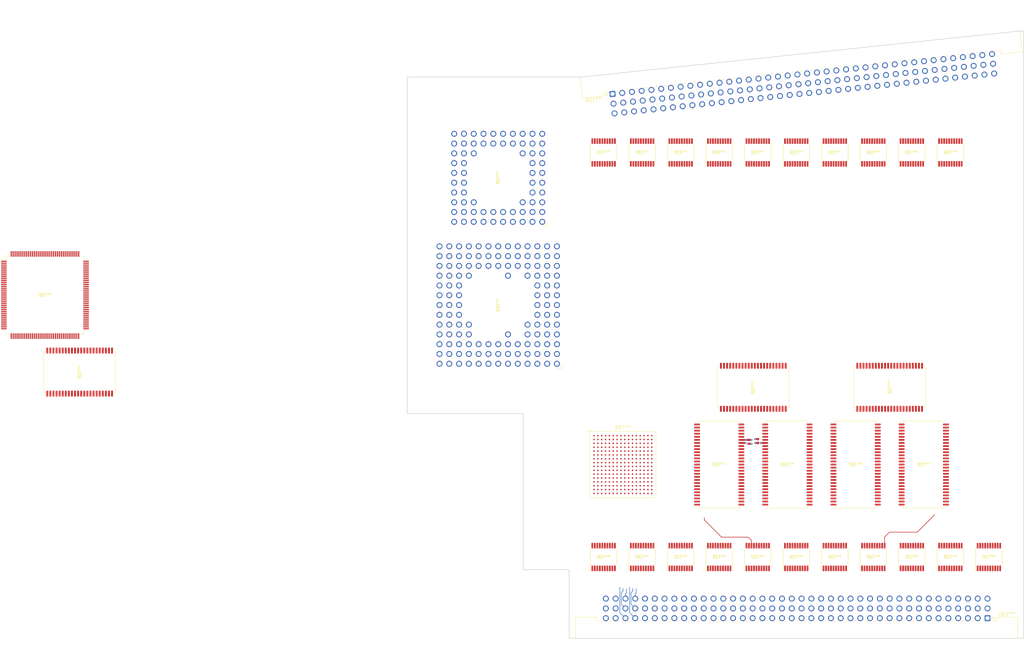
<source format=kicad_pcb>
(kicad_pcb (version 20171130) (host pcbnew "(5.1.10-1-10_14)")
  (layers (0 F.Cu signal) (1 In1.Cu power) (2 In2.Cu power) (3 In3.Cu signal) (4 In4.Cu power) (31 B.Cu signal) (34 B.Paste user) (35 F.Paste user) (36 B.SilkS user) (37 F.SilkS user) (38 B.Mask user) (39 F.Mask user) (44 Edge.Cuts user))
  (net 0 "")
  (module stdpads:TSOP-II-44_400mil_P0.8mm (layer F.Cu) (at 106.85 122.95 90)
    (fp_text reference REF**)
    (fp_text value TSOP-II-44_400mil_P0.8mm)
    (fp_text user %R (at 0 0 90) (layer F.SilkS) (effects (font (size 0.8128 0.8128) (thickness 0.2032))))
    (pad 1 smd roundrect (at -5.5875 -8.4 90) (size 1.525 0.5) (layers F.Cu F.Paste F.Mask))
    (pad 2 smd roundrect (at -5.5875 -7.6 90) (size 1.525 0.5) (layers F.Cu F.Paste F.Mask))
    (pad 3 smd roundrect (at -5.5875 -6.8 90) (size 1.525 0.5) (layers F.Cu F.Paste F.Mask))
    (pad 4 smd roundrect (at -5.5875 -6 90) (size 1.525 0.5) (layers F.Cu F.Paste F.Mask))
    (pad 5 smd roundrect (at -5.5875 -5.2 90) (size 1.525 0.5) (layers F.Cu F.Paste F.Mask))
    (pad 6 smd roundrect (at -5.5875 -4.4 90) (size 1.525 0.5) (layers F.Cu F.Paste F.Mask))
    (pad 7 smd roundrect (at -5.5875 -3.6 90) (size 1.525 0.5) (layers F.Cu F.Paste F.Mask))
    (pad 8 smd roundrect (at -5.5875 -2.8 90) (size 1.525 0.5) (layers F.Cu F.Paste F.Mask))
    (pad 9 smd roundrect (at -5.5875 -2 90) (size 1.525 0.5) (layers F.Cu F.Paste F.Mask))
    (pad 10 smd roundrect (at -5.5875 -1.2 90) (size 1.525 0.5) (layers F.Cu F.Paste F.Mask))
    (pad 11 smd roundrect (at -5.5875 -0.4 90) (size 1.525 0.5) (layers F.Cu F.Paste F.Mask))
    (pad 12 smd roundrect (at -5.5875 0.4 90) (size 1.525 0.5) (layers F.Cu F.Paste F.Mask))
    (pad 13 smd roundrect (at -5.5875 1.2 90) (size 1.525 0.5) (layers F.Cu F.Paste F.Mask))
    (pad 14 smd roundrect (at -5.5875 2 90) (size 1.525 0.5) (layers F.Cu F.Paste F.Mask))
    (pad 15 smd roundrect (at -5.5875 2.8 90) (size 1.525 0.5) (layers F.Cu F.Paste F.Mask))
    (pad 16 smd roundrect (at -5.5875 3.6 90) (size 1.525 0.5) (layers F.Cu F.Paste F.Mask))
    (pad 17 smd roundrect (at -5.5875 4.4 90) (size 1.525 0.5) (layers F.Cu F.Paste F.Mask))
    (pad 18 smd roundrect (at -5.5875 5.2 90) (size 1.525 0.5) (layers F.Cu F.Paste F.Mask))
    (pad 19 smd roundrect (at -5.5875 6 90) (size 1.525 0.5) (layers F.Cu F.Paste F.Mask))
    (pad 20 smd roundrect (at -5.5875 6.8 90) (size 1.525 0.5) (layers F.Cu F.Paste F.Mask))
    (pad 21 smd roundrect (at -5.5875 7.6 90) (size 1.525 0.5) (layers F.Cu F.Paste F.Mask))
    (pad 22 smd roundrect (at -5.5875 8.4 90) (size 1.525 0.5) (layers F.Cu F.Paste F.Mask))
    (pad 23 smd roundrect (at 5.5875 8.4 90) (size 1.525 0.5) (layers F.Cu F.Paste F.Mask))
    (pad 24 smd roundrect (at 5.5875 7.6 90) (size 1.525 0.5) (layers F.Cu F.Paste F.Mask))
    (pad 25 smd roundrect (at 5.5875 6.8 90) (size 1.525 0.5) (layers F.Cu F.Paste F.Mask))
    (pad 26 smd roundrect (at 5.5875 6 90) (size 1.525 0.5) (layers F.Cu F.Paste F.Mask))
    (pad 27 smd roundrect (at 5.5875 5.2 90) (size 1.525 0.5) (layers F.Cu F.Paste F.Mask))
    (pad 28 smd roundrect (at 5.5875 4.4 90) (size 1.525 0.5) (layers F.Cu F.Paste F.Mask))
    (pad 29 smd roundrect (at 5.5875 3.6 90) (size 1.525 0.5) (layers F.Cu F.Paste F.Mask))
    (pad 30 smd roundrect (at 5.5875 2.8 90) (size 1.525 0.5) (layers F.Cu F.Paste F.Mask))
    (pad 31 smd roundrect (at 5.5875 2 90) (size 1.525 0.5) (layers F.Cu F.Paste F.Mask))
    (pad 32 smd roundrect (at 5.5875 1.2 90) (size 1.525 0.5) (layers F.Cu F.Paste F.Mask))
    (pad 33 smd roundrect (at 5.5875 0.4 90) (size 1.525 0.5) (layers F.Cu F.Paste F.Mask))
    (pad 34 smd roundrect (at 5.5875 -0.4 90) (size 1.525 0.5) (layers F.Cu F.Paste F.Mask))
    (pad 35 smd roundrect (at 5.5875 -1.2 90) (size 1.525 0.5) (layers F.Cu F.Paste F.Mask))
    (pad 36 smd roundrect (at 5.5875 -2 90) (size 1.525 0.5) (layers F.Cu F.Paste F.Mask))
    (pad 37 smd roundrect (at 5.5875 -2.8 90) (size 1.525 0.5) (layers F.Cu F.Paste F.Mask))
    (pad 38 smd roundrect (at 5.5875 -3.6 90) (size 1.525 0.5) (layers F.Cu F.Paste F.Mask))
    (pad 39 smd roundrect (at 5.5875 -4.4 90) (size 1.525 0.5) (layers F.Cu F.Paste F.Mask))
    (pad 40 smd roundrect (at 5.5875 -5.2 90) (size 1.525 0.5) (layers F.Cu F.Paste F.Mask))
    (pad 41 smd roundrect (at 5.5875 -6 90) (size 1.525 0.5) (layers F.Cu F.Paste F.Mask))
    (pad 42 smd roundrect (at 5.5875 -6.8 90) (size 1.525 0.5) (layers F.Cu F.Paste F.Mask))
    (pad 43 smd roundrect (at 5.5875 -7.6 90) (size 1.525 0.5) (layers F.Cu F.Paste F.Mask))
    (pad 44 smd roundrect (at 5.5875 -8.4 90) (size 1.525 0.5) (layers F.Cu F.Paste F.Mask))
  )
  (module stdpads:C_0402 (layer F.Cu) (at 108.05 136.9 90)
    (fp_text reference REF**)
    (fp_text value C_0402)
    (pad 2 smd roundrect (at 0.5 0 90) (size 0.6 0.65) (layers F.Cu F.Paste F.Mask))
    (pad 1 smd roundrect (at -0.5 0 90) (size 0.6 0.65) (layers F.Cu F.Paste F.Mask))
  )
  (module stdpads:C_0402 (layer F.Cu) (at 105.65 137.1 270)
    (fp_text reference REF**)
    (fp_text value C_0402)
    (pad 1 smd roundrect (at -0.5 0 270) (size 0.6 0.65) (layers F.Cu F.Paste F.Mask))
    (pad 2 smd roundrect (at 0.5 0 270) (size 0.6 0.65) (layers F.Cu F.Paste F.Mask))
  )
  (module stdpads:TSOP-II-44_400mil_P0.8mm (layer F.Cu) (at 142.25 122.95 90)
    (fp_text reference REF**)
    (fp_text value TSOP-II-44_400mil_P0.8mm)
    (fp_text user %R (at 0 0 90) (layer F.SilkS) (effects (font (size 0.8128 0.8128) (thickness 0.2032))))
    (pad 44 smd roundrect (at 5.5875 -8.4 90) (size 1.525 0.5) (layers F.Cu F.Paste F.Mask))
    (pad 43 smd roundrect (at 5.5875 -7.6 90) (size 1.525 0.5) (layers F.Cu F.Paste F.Mask))
    (pad 42 smd roundrect (at 5.5875 -6.8 90) (size 1.525 0.5) (layers F.Cu F.Paste F.Mask))
    (pad 41 smd roundrect (at 5.5875 -6 90) (size 1.525 0.5) (layers F.Cu F.Paste F.Mask))
    (pad 40 smd roundrect (at 5.5875 -5.2 90) (size 1.525 0.5) (layers F.Cu F.Paste F.Mask))
    (pad 39 smd roundrect (at 5.5875 -4.4 90) (size 1.525 0.5) (layers F.Cu F.Paste F.Mask))
    (pad 38 smd roundrect (at 5.5875 -3.6 90) (size 1.525 0.5) (layers F.Cu F.Paste F.Mask))
    (pad 37 smd roundrect (at 5.5875 -2.8 90) (size 1.525 0.5) (layers F.Cu F.Paste F.Mask))
    (pad 36 smd roundrect (at 5.5875 -2 90) (size 1.525 0.5) (layers F.Cu F.Paste F.Mask))
    (pad 35 smd roundrect (at 5.5875 -1.2 90) (size 1.525 0.5) (layers F.Cu F.Paste F.Mask))
    (pad 34 smd roundrect (at 5.5875 -0.4 90) (size 1.525 0.5) (layers F.Cu F.Paste F.Mask))
    (pad 33 smd roundrect (at 5.5875 0.4 90) (size 1.525 0.5) (layers F.Cu F.Paste F.Mask))
    (pad 32 smd roundrect (at 5.5875 1.2 90) (size 1.525 0.5) (layers F.Cu F.Paste F.Mask))
    (pad 31 smd roundrect (at 5.5875 2 90) (size 1.525 0.5) (layers F.Cu F.Paste F.Mask))
    (pad 30 smd roundrect (at 5.5875 2.8 90) (size 1.525 0.5) (layers F.Cu F.Paste F.Mask))
    (pad 29 smd roundrect (at 5.5875 3.6 90) (size 1.525 0.5) (layers F.Cu F.Paste F.Mask))
    (pad 28 smd roundrect (at 5.5875 4.4 90) (size 1.525 0.5) (layers F.Cu F.Paste F.Mask))
    (pad 27 smd roundrect (at 5.5875 5.2 90) (size 1.525 0.5) (layers F.Cu F.Paste F.Mask))
    (pad 26 smd roundrect (at 5.5875 6 90) (size 1.525 0.5) (layers F.Cu F.Paste F.Mask))
    (pad 25 smd roundrect (at 5.5875 6.8 90) (size 1.525 0.5) (layers F.Cu F.Paste F.Mask))
    (pad 24 smd roundrect (at 5.5875 7.6 90) (size 1.525 0.5) (layers F.Cu F.Paste F.Mask))
    (pad 23 smd roundrect (at 5.5875 8.4 90) (size 1.525 0.5) (layers F.Cu F.Paste F.Mask))
    (pad 22 smd roundrect (at -5.5875 8.4 90) (size 1.525 0.5) (layers F.Cu F.Paste F.Mask))
    (pad 21 smd roundrect (at -5.5875 7.6 90) (size 1.525 0.5) (layers F.Cu F.Paste F.Mask))
    (pad 20 smd roundrect (at -5.5875 6.8 90) (size 1.525 0.5) (layers F.Cu F.Paste F.Mask))
    (pad 19 smd roundrect (at -5.5875 6 90) (size 1.525 0.5) (layers F.Cu F.Paste F.Mask))
    (pad 18 smd roundrect (at -5.5875 5.2 90) (size 1.525 0.5) (layers F.Cu F.Paste F.Mask))
    (pad 17 smd roundrect (at -5.5875 4.4 90) (size 1.525 0.5) (layers F.Cu F.Paste F.Mask))
    (pad 16 smd roundrect (at -5.5875 3.6 90) (size 1.525 0.5) (layers F.Cu F.Paste F.Mask))
    (pad 15 smd roundrect (at -5.5875 2.8 90) (size 1.525 0.5) (layers F.Cu F.Paste F.Mask))
    (pad 14 smd roundrect (at -5.5875 2 90) (size 1.525 0.5) (layers F.Cu F.Paste F.Mask))
    (pad 13 smd roundrect (at -5.5875 1.2 90) (size 1.525 0.5) (layers F.Cu F.Paste F.Mask))
    (pad 12 smd roundrect (at -5.5875 0.4 90) (size 1.525 0.5) (layers F.Cu F.Paste F.Mask))
    (pad 11 smd roundrect (at -5.5875 -0.4 90) (size 1.525 0.5) (layers F.Cu F.Paste F.Mask))
    (pad 10 smd roundrect (at -5.5875 -1.2 90) (size 1.525 0.5) (layers F.Cu F.Paste F.Mask))
    (pad 9 smd roundrect (at -5.5875 -2 90) (size 1.525 0.5) (layers F.Cu F.Paste F.Mask))
    (pad 8 smd roundrect (at -5.5875 -2.8 90) (size 1.525 0.5) (layers F.Cu F.Paste F.Mask))
    (pad 7 smd roundrect (at -5.5875 -3.6 90) (size 1.525 0.5) (layers F.Cu F.Paste F.Mask))
    (pad 6 smd roundrect (at -5.5875 -4.4 90) (size 1.525 0.5) (layers F.Cu F.Paste F.Mask))
    (pad 5 smd roundrect (at -5.5875 -5.2 90) (size 1.525 0.5) (layers F.Cu F.Paste F.Mask))
    (pad 4 smd roundrect (at -5.5875 -6 90) (size 1.525 0.5) (layers F.Cu F.Paste F.Mask))
    (pad 3 smd roundrect (at -5.5875 -6.8 90) (size 1.525 0.5) (layers F.Cu F.Paste F.Mask))
    (pad 2 smd roundrect (at -5.5875 -7.6 90) (size 1.525 0.5) (layers F.Cu F.Paste F.Mask))
    (pad 1 smd roundrect (at -5.5875 -8.4 90) (size 1.525 0.5) (layers F.Cu F.Paste F.Mask))
  )
  (module stdpads:TSOP-II-44_400mil_P0.8mm (layer F.Cu) (at -68 119 90)
    (fp_text reference REF**)
    (fp_text value TSOP-II-44_400mil_P0.8mm)
    (fp_text user %R (at 0 0 90) (layer F.SilkS) (effects (font (size 0.8128 0.8128) (thickness 0.2032))))
    (pad 44 smd roundrect (at 5.5875 -8.4 90) (size 1.525 0.5) (layers F.Cu F.Paste F.Mask))
    (pad 43 smd roundrect (at 5.5875 -7.6 90) (size 1.525 0.5) (layers F.Cu F.Paste F.Mask))
    (pad 42 smd roundrect (at 5.5875 -6.8 90) (size 1.525 0.5) (layers F.Cu F.Paste F.Mask))
    (pad 41 smd roundrect (at 5.5875 -6 90) (size 1.525 0.5) (layers F.Cu F.Paste F.Mask))
    (pad 40 smd roundrect (at 5.5875 -5.2 90) (size 1.525 0.5) (layers F.Cu F.Paste F.Mask))
    (pad 39 smd roundrect (at 5.5875 -4.4 90) (size 1.525 0.5) (layers F.Cu F.Paste F.Mask))
    (pad 38 smd roundrect (at 5.5875 -3.6 90) (size 1.525 0.5) (layers F.Cu F.Paste F.Mask))
    (pad 37 smd roundrect (at 5.5875 -2.8 90) (size 1.525 0.5) (layers F.Cu F.Paste F.Mask))
    (pad 36 smd roundrect (at 5.5875 -2 90) (size 1.525 0.5) (layers F.Cu F.Paste F.Mask))
    (pad 35 smd roundrect (at 5.5875 -1.2 90) (size 1.525 0.5) (layers F.Cu F.Paste F.Mask))
    (pad 34 smd roundrect (at 5.5875 -0.4 90) (size 1.525 0.5) (layers F.Cu F.Paste F.Mask))
    (pad 33 smd roundrect (at 5.5875 0.4 90) (size 1.525 0.5) (layers F.Cu F.Paste F.Mask))
    (pad 32 smd roundrect (at 5.5875 1.2 90) (size 1.525 0.5) (layers F.Cu F.Paste F.Mask))
    (pad 31 smd roundrect (at 5.5875 2 90) (size 1.525 0.5) (layers F.Cu F.Paste F.Mask))
    (pad 30 smd roundrect (at 5.5875 2.8 90) (size 1.525 0.5) (layers F.Cu F.Paste F.Mask))
    (pad 29 smd roundrect (at 5.5875 3.6 90) (size 1.525 0.5) (layers F.Cu F.Paste F.Mask))
    (pad 28 smd roundrect (at 5.5875 4.4 90) (size 1.525 0.5) (layers F.Cu F.Paste F.Mask))
    (pad 27 smd roundrect (at 5.5875 5.2 90) (size 1.525 0.5) (layers F.Cu F.Paste F.Mask))
    (pad 26 smd roundrect (at 5.5875 6 90) (size 1.525 0.5) (layers F.Cu F.Paste F.Mask))
    (pad 25 smd roundrect (at 5.5875 6.8 90) (size 1.525 0.5) (layers F.Cu F.Paste F.Mask))
    (pad 24 smd roundrect (at 5.5875 7.6 90) (size 1.525 0.5) (layers F.Cu F.Paste F.Mask))
    (pad 23 smd roundrect (at 5.5875 8.4 90) (size 1.525 0.5) (layers F.Cu F.Paste F.Mask))
    (pad 22 smd roundrect (at -5.5875 8.4 90) (size 1.525 0.5) (layers F.Cu F.Paste F.Mask))
    (pad 21 smd roundrect (at -5.5875 7.6 90) (size 1.525 0.5) (layers F.Cu F.Paste F.Mask))
    (pad 20 smd roundrect (at -5.5875 6.8 90) (size 1.525 0.5) (layers F.Cu F.Paste F.Mask))
    (pad 19 smd roundrect (at -5.5875 6 90) (size 1.525 0.5) (layers F.Cu F.Paste F.Mask))
    (pad 18 smd roundrect (at -5.5875 5.2 90) (size 1.525 0.5) (layers F.Cu F.Paste F.Mask))
    (pad 17 smd roundrect (at -5.5875 4.4 90) (size 1.525 0.5) (layers F.Cu F.Paste F.Mask))
    (pad 16 smd roundrect (at -5.5875 3.6 90) (size 1.525 0.5) (layers F.Cu F.Paste F.Mask))
    (pad 15 smd roundrect (at -5.5875 2.8 90) (size 1.525 0.5) (layers F.Cu F.Paste F.Mask))
    (pad 14 smd roundrect (at -5.5875 2 90) (size 1.525 0.5) (layers F.Cu F.Paste F.Mask))
    (pad 13 smd roundrect (at -5.5875 1.2 90) (size 1.525 0.5) (layers F.Cu F.Paste F.Mask))
    (pad 12 smd roundrect (at -5.5875 0.4 90) (size 1.525 0.5) (layers F.Cu F.Paste F.Mask))
    (pad 11 smd roundrect (at -5.5875 -0.4 90) (size 1.525 0.5) (layers F.Cu F.Paste F.Mask))
    (pad 10 smd roundrect (at -5.5875 -1.2 90) (size 1.525 0.5) (layers F.Cu F.Paste F.Mask))
    (pad 9 smd roundrect (at -5.5875 -2 90) (size 1.525 0.5) (layers F.Cu F.Paste F.Mask))
    (pad 8 smd roundrect (at -5.5875 -2.8 90) (size 1.525 0.5) (layers F.Cu F.Paste F.Mask))
    (pad 7 smd roundrect (at -5.5875 -3.6 90) (size 1.525 0.5) (layers F.Cu F.Paste F.Mask))
    (pad 6 smd roundrect (at -5.5875 -4.4 90) (size 1.525 0.5) (layers F.Cu F.Paste F.Mask))
    (pad 5 smd roundrect (at -5.5875 -5.2 90) (size 1.525 0.5) (layers F.Cu F.Paste F.Mask))
    (pad 4 smd roundrect (at -5.5875 -6 90) (size 1.525 0.5) (layers F.Cu F.Paste F.Mask))
    (pad 3 smd roundrect (at -5.5875 -6.8 90) (size 1.525 0.5) (layers F.Cu F.Paste F.Mask))
    (pad 2 smd roundrect (at -5.5875 -7.6 90) (size 1.525 0.5) (layers F.Cu F.Paste F.Mask))
    (pad 1 smd roundrect (at -5.5875 -8.4 90) (size 1.525 0.5) (layers F.Cu F.Paste F.Mask))
  )
  (module stdpads:TSSOP-20_4.4x6.5mm_P0.65mm (layer F.Cu) (at 88 62)
    (fp_text reference REF**)
    (fp_text value TSSOP-20_4.4x6.5mm_P0.65mm)
    (fp_text user %R (at 0 0) (layer F.SilkS) (effects (font (size 0.8128 0.8128) (thickness 0.2032))))
    (pad 20 smd roundrect (at -2.925 -2.95 90) (size 1.45 0.45) (layers F.Cu F.Paste F.Mask))
    (pad 19 smd roundrect (at -2.275 -2.95 90) (size 1.45 0.45) (layers F.Cu F.Paste F.Mask))
    (pad 18 smd roundrect (at -1.625 -2.95 90) (size 1.45 0.45) (layers F.Cu F.Paste F.Mask))
    (pad 17 smd roundrect (at -0.975 -2.95 90) (size 1.45 0.45) (layers F.Cu F.Paste F.Mask))
    (pad 16 smd roundrect (at -0.325 -2.95 90) (size 1.45 0.45) (layers F.Cu F.Paste F.Mask))
    (pad 15 smd roundrect (at 0.325 -2.95 90) (size 1.45 0.45) (layers F.Cu F.Paste F.Mask))
    (pad 14 smd roundrect (at 0.975 -2.95 90) (size 1.45 0.45) (layers F.Cu F.Paste F.Mask))
    (pad 13 smd roundrect (at 1.625 -2.95 90) (size 1.45 0.45) (layers F.Cu F.Paste F.Mask))
    (pad 12 smd roundrect (at 2.275 -2.95 90) (size 1.45 0.45) (layers F.Cu F.Paste F.Mask))
    (pad 11 smd roundrect (at 2.925 -2.95 90) (size 1.45 0.45) (layers F.Cu F.Paste F.Mask))
    (pad 10 smd roundrect (at 2.925 2.95 90) (size 1.45 0.45) (layers F.Cu F.Paste F.Mask))
    (pad 9 smd roundrect (at 2.275 2.95 90) (size 1.45 0.45) (layers F.Cu F.Paste F.Mask))
    (pad 8 smd roundrect (at 1.625 2.95 90) (size 1.45 0.45) (layers F.Cu F.Paste F.Mask))
    (pad 7 smd roundrect (at 0.975 2.95 90) (size 1.45 0.45) (layers F.Cu F.Paste F.Mask))
    (pad 6 smd roundrect (at 0.325 2.95 90) (size 1.45 0.45) (layers F.Cu F.Paste F.Mask))
    (pad 5 smd roundrect (at -0.325 2.95 90) (size 1.45 0.45) (layers F.Cu F.Paste F.Mask))
    (pad 4 smd roundrect (at -0.975 2.95 90) (size 1.45 0.45) (layers F.Cu F.Paste F.Mask))
    (pad 3 smd roundrect (at -1.625 2.95 90) (size 1.45 0.45) (layers F.Cu F.Paste F.Mask))
    (pad 2 smd roundrect (at -2.275 2.95 90) (size 1.45 0.45) (layers F.Cu F.Paste F.Mask))
    (pad 1 smd roundrect (at -2.925 2.95 90) (size 1.45 0.45) (layers F.Cu F.Paste F.Mask))
  )
  (module stdpads:TSSOP-20_4.4x6.5mm_P0.65mm (layer F.Cu) (at 118 62)
    (fp_text reference REF**)
    (fp_text value TSSOP-20_4.4x6.5mm_P0.65mm)
    (fp_text user %R (at 0 0) (layer F.SilkS) (effects (font (size 0.8128 0.8128) (thickness 0.2032))))
    (pad 1 smd roundrect (at -2.925 2.95 90) (size 1.45 0.45) (layers F.Cu F.Paste F.Mask))
    (pad 2 smd roundrect (at -2.275 2.95 90) (size 1.45 0.45) (layers F.Cu F.Paste F.Mask))
    (pad 3 smd roundrect (at -1.625 2.95 90) (size 1.45 0.45) (layers F.Cu F.Paste F.Mask))
    (pad 4 smd roundrect (at -0.975 2.95 90) (size 1.45 0.45) (layers F.Cu F.Paste F.Mask))
    (pad 5 smd roundrect (at -0.325 2.95 90) (size 1.45 0.45) (layers F.Cu F.Paste F.Mask))
    (pad 6 smd roundrect (at 0.325 2.95 90) (size 1.45 0.45) (layers F.Cu F.Paste F.Mask))
    (pad 7 smd roundrect (at 0.975 2.95 90) (size 1.45 0.45) (layers F.Cu F.Paste F.Mask))
    (pad 8 smd roundrect (at 1.625 2.95 90) (size 1.45 0.45) (layers F.Cu F.Paste F.Mask))
    (pad 9 smd roundrect (at 2.275 2.95 90) (size 1.45 0.45) (layers F.Cu F.Paste F.Mask))
    (pad 10 smd roundrect (at 2.925 2.95 90) (size 1.45 0.45) (layers F.Cu F.Paste F.Mask))
    (pad 11 smd roundrect (at 2.925 -2.95 90) (size 1.45 0.45) (layers F.Cu F.Paste F.Mask))
    (pad 12 smd roundrect (at 2.275 -2.95 90) (size 1.45 0.45) (layers F.Cu F.Paste F.Mask))
    (pad 13 smd roundrect (at 1.625 -2.95 90) (size 1.45 0.45) (layers F.Cu F.Paste F.Mask))
    (pad 14 smd roundrect (at 0.975 -2.95 90) (size 1.45 0.45) (layers F.Cu F.Paste F.Mask))
    (pad 15 smd roundrect (at 0.325 -2.95 90) (size 1.45 0.45) (layers F.Cu F.Paste F.Mask))
    (pad 16 smd roundrect (at -0.325 -2.95 90) (size 1.45 0.45) (layers F.Cu F.Paste F.Mask))
    (pad 17 smd roundrect (at -0.975 -2.95 90) (size 1.45 0.45) (layers F.Cu F.Paste F.Mask))
    (pad 18 smd roundrect (at -1.625 -2.95 90) (size 1.45 0.45) (layers F.Cu F.Paste F.Mask))
    (pad 19 smd roundrect (at -2.275 -2.95 90) (size 1.45 0.45) (layers F.Cu F.Paste F.Mask))
    (pad 20 smd roundrect (at -2.925 -2.95 90) (size 1.45 0.45) (layers F.Cu F.Paste F.Mask))
  )
  (module stdpads:TSSOP-20_4.4x6.5mm_P0.65mm (layer F.Cu) (at 98 62)
    (fp_text reference REF**)
    (fp_text value TSSOP-20_4.4x6.5mm_P0.65mm)
    (fp_text user %R (at 0 0) (layer F.SilkS) (effects (font (size 0.8128 0.8128) (thickness 0.2032))))
    (pad 1 smd roundrect (at -2.925 2.95 90) (size 1.45 0.45) (layers F.Cu F.Paste F.Mask))
    (pad 2 smd roundrect (at -2.275 2.95 90) (size 1.45 0.45) (layers F.Cu F.Paste F.Mask))
    (pad 3 smd roundrect (at -1.625 2.95 90) (size 1.45 0.45) (layers F.Cu F.Paste F.Mask))
    (pad 4 smd roundrect (at -0.975 2.95 90) (size 1.45 0.45) (layers F.Cu F.Paste F.Mask))
    (pad 5 smd roundrect (at -0.325 2.95 90) (size 1.45 0.45) (layers F.Cu F.Paste F.Mask))
    (pad 6 smd roundrect (at 0.325 2.95 90) (size 1.45 0.45) (layers F.Cu F.Paste F.Mask))
    (pad 7 smd roundrect (at 0.975 2.95 90) (size 1.45 0.45) (layers F.Cu F.Paste F.Mask))
    (pad 8 smd roundrect (at 1.625 2.95 90) (size 1.45 0.45) (layers F.Cu F.Paste F.Mask))
    (pad 9 smd roundrect (at 2.275 2.95 90) (size 1.45 0.45) (layers F.Cu F.Paste F.Mask))
    (pad 10 smd roundrect (at 2.925 2.95 90) (size 1.45 0.45) (layers F.Cu F.Paste F.Mask))
    (pad 11 smd roundrect (at 2.925 -2.95 90) (size 1.45 0.45) (layers F.Cu F.Paste F.Mask))
    (pad 12 smd roundrect (at 2.275 -2.95 90) (size 1.45 0.45) (layers F.Cu F.Paste F.Mask))
    (pad 13 smd roundrect (at 1.625 -2.95 90) (size 1.45 0.45) (layers F.Cu F.Paste F.Mask))
    (pad 14 smd roundrect (at 0.975 -2.95 90) (size 1.45 0.45) (layers F.Cu F.Paste F.Mask))
    (pad 15 smd roundrect (at 0.325 -2.95 90) (size 1.45 0.45) (layers F.Cu F.Paste F.Mask))
    (pad 16 smd roundrect (at -0.325 -2.95 90) (size 1.45 0.45) (layers F.Cu F.Paste F.Mask))
    (pad 17 smd roundrect (at -0.975 -2.95 90) (size 1.45 0.45) (layers F.Cu F.Paste F.Mask))
    (pad 18 smd roundrect (at -1.625 -2.95 90) (size 1.45 0.45) (layers F.Cu F.Paste F.Mask))
    (pad 19 smd roundrect (at -2.275 -2.95 90) (size 1.45 0.45) (layers F.Cu F.Paste F.Mask))
    (pad 20 smd roundrect (at -2.925 -2.95 90) (size 1.45 0.45) (layers F.Cu F.Paste F.Mask))
  )
  (module stdpads:TSSOP-20_4.4x6.5mm_P0.65mm (layer F.Cu) (at 128 62)
    (fp_text reference REF**)
    (fp_text value TSSOP-20_4.4x6.5mm_P0.65mm)
    (fp_text user %R (at 0 0) (layer F.SilkS) (effects (font (size 0.8128 0.8128) (thickness 0.2032))))
    (pad 1 smd roundrect (at -2.925 2.95 90) (size 1.45 0.45) (layers F.Cu F.Paste F.Mask))
    (pad 2 smd roundrect (at -2.275 2.95 90) (size 1.45 0.45) (layers F.Cu F.Paste F.Mask))
    (pad 3 smd roundrect (at -1.625 2.95 90) (size 1.45 0.45) (layers F.Cu F.Paste F.Mask))
    (pad 4 smd roundrect (at -0.975 2.95 90) (size 1.45 0.45) (layers F.Cu F.Paste F.Mask))
    (pad 5 smd roundrect (at -0.325 2.95 90) (size 1.45 0.45) (layers F.Cu F.Paste F.Mask))
    (pad 6 smd roundrect (at 0.325 2.95 90) (size 1.45 0.45) (layers F.Cu F.Paste F.Mask))
    (pad 7 smd roundrect (at 0.975 2.95 90) (size 1.45 0.45) (layers F.Cu F.Paste F.Mask))
    (pad 8 smd roundrect (at 1.625 2.95 90) (size 1.45 0.45) (layers F.Cu F.Paste F.Mask))
    (pad 9 smd roundrect (at 2.275 2.95 90) (size 1.45 0.45) (layers F.Cu F.Paste F.Mask))
    (pad 10 smd roundrect (at 2.925 2.95 90) (size 1.45 0.45) (layers F.Cu F.Paste F.Mask))
    (pad 11 smd roundrect (at 2.925 -2.95 90) (size 1.45 0.45) (layers F.Cu F.Paste F.Mask))
    (pad 12 smd roundrect (at 2.275 -2.95 90) (size 1.45 0.45) (layers F.Cu F.Paste F.Mask))
    (pad 13 smd roundrect (at 1.625 -2.95 90) (size 1.45 0.45) (layers F.Cu F.Paste F.Mask))
    (pad 14 smd roundrect (at 0.975 -2.95 90) (size 1.45 0.45) (layers F.Cu F.Paste F.Mask))
    (pad 15 smd roundrect (at 0.325 -2.95 90) (size 1.45 0.45) (layers F.Cu F.Paste F.Mask))
    (pad 16 smd roundrect (at -0.325 -2.95 90) (size 1.45 0.45) (layers F.Cu F.Paste F.Mask))
    (pad 17 smd roundrect (at -0.975 -2.95 90) (size 1.45 0.45) (layers F.Cu F.Paste F.Mask))
    (pad 18 smd roundrect (at -1.625 -2.95 90) (size 1.45 0.45) (layers F.Cu F.Paste F.Mask))
    (pad 19 smd roundrect (at -2.275 -2.95 90) (size 1.45 0.45) (layers F.Cu F.Paste F.Mask))
    (pad 20 smd roundrect (at -2.925 -2.95 90) (size 1.45 0.45) (layers F.Cu F.Paste F.Mask))
  )
  (module stdpads:TSSOP-20_4.4x6.5mm_P0.65mm (layer F.Cu) (at 138 62)
    (fp_text reference REF**)
    (fp_text value TSSOP-20_4.4x6.5mm_P0.65mm)
    (fp_text user %R (at 0 0) (layer F.SilkS) (effects (font (size 0.8128 0.8128) (thickness 0.2032))))
    (pad 20 smd roundrect (at -2.925 -2.95 90) (size 1.45 0.45) (layers F.Cu F.Paste F.Mask))
    (pad 19 smd roundrect (at -2.275 -2.95 90) (size 1.45 0.45) (layers F.Cu F.Paste F.Mask))
    (pad 18 smd roundrect (at -1.625 -2.95 90) (size 1.45 0.45) (layers F.Cu F.Paste F.Mask))
    (pad 17 smd roundrect (at -0.975 -2.95 90) (size 1.45 0.45) (layers F.Cu F.Paste F.Mask))
    (pad 16 smd roundrect (at -0.325 -2.95 90) (size 1.45 0.45) (layers F.Cu F.Paste F.Mask))
    (pad 15 smd roundrect (at 0.325 -2.95 90) (size 1.45 0.45) (layers F.Cu F.Paste F.Mask))
    (pad 14 smd roundrect (at 0.975 -2.95 90) (size 1.45 0.45) (layers F.Cu F.Paste F.Mask))
    (pad 13 smd roundrect (at 1.625 -2.95 90) (size 1.45 0.45) (layers F.Cu F.Paste F.Mask))
    (pad 12 smd roundrect (at 2.275 -2.95 90) (size 1.45 0.45) (layers F.Cu F.Paste F.Mask))
    (pad 11 smd roundrect (at 2.925 -2.95 90) (size 1.45 0.45) (layers F.Cu F.Paste F.Mask))
    (pad 10 smd roundrect (at 2.925 2.95 90) (size 1.45 0.45) (layers F.Cu F.Paste F.Mask))
    (pad 9 smd roundrect (at 2.275 2.95 90) (size 1.45 0.45) (layers F.Cu F.Paste F.Mask))
    (pad 8 smd roundrect (at 1.625 2.95 90) (size 1.45 0.45) (layers F.Cu F.Paste F.Mask))
    (pad 7 smd roundrect (at 0.975 2.95 90) (size 1.45 0.45) (layers F.Cu F.Paste F.Mask))
    (pad 6 smd roundrect (at 0.325 2.95 90) (size 1.45 0.45) (layers F.Cu F.Paste F.Mask))
    (pad 5 smd roundrect (at -0.325 2.95 90) (size 1.45 0.45) (layers F.Cu F.Paste F.Mask))
    (pad 4 smd roundrect (at -0.975 2.95 90) (size 1.45 0.45) (layers F.Cu F.Paste F.Mask))
    (pad 3 smd roundrect (at -1.625 2.95 90) (size 1.45 0.45) (layers F.Cu F.Paste F.Mask))
    (pad 2 smd roundrect (at -2.275 2.95 90) (size 1.45 0.45) (layers F.Cu F.Paste F.Mask))
    (pad 1 smd roundrect (at -2.925 2.95 90) (size 1.45 0.45) (layers F.Cu F.Paste F.Mask))
  )
  (module stdpads:TSSOP-20_4.4x6.5mm_P0.65mm (layer F.Cu) (at 108 62)
    (fp_text reference REF**)
    (fp_text value TSSOP-20_4.4x6.5mm_P0.65mm)
    (fp_text user %R (at 0 0) (layer F.SilkS) (effects (font (size 0.8128 0.8128) (thickness 0.2032))))
    (pad 20 smd roundrect (at -2.925 -2.95 90) (size 1.45 0.45) (layers F.Cu F.Paste F.Mask))
    (pad 19 smd roundrect (at -2.275 -2.95 90) (size 1.45 0.45) (layers F.Cu F.Paste F.Mask))
    (pad 18 smd roundrect (at -1.625 -2.95 90) (size 1.45 0.45) (layers F.Cu F.Paste F.Mask))
    (pad 17 smd roundrect (at -0.975 -2.95 90) (size 1.45 0.45) (layers F.Cu F.Paste F.Mask))
    (pad 16 smd roundrect (at -0.325 -2.95 90) (size 1.45 0.45) (layers F.Cu F.Paste F.Mask))
    (pad 15 smd roundrect (at 0.325 -2.95 90) (size 1.45 0.45) (layers F.Cu F.Paste F.Mask))
    (pad 14 smd roundrect (at 0.975 -2.95 90) (size 1.45 0.45) (layers F.Cu F.Paste F.Mask))
    (pad 13 smd roundrect (at 1.625 -2.95 90) (size 1.45 0.45) (layers F.Cu F.Paste F.Mask))
    (pad 12 smd roundrect (at 2.275 -2.95 90) (size 1.45 0.45) (layers F.Cu F.Paste F.Mask))
    (pad 11 smd roundrect (at 2.925 -2.95 90) (size 1.45 0.45) (layers F.Cu F.Paste F.Mask))
    (pad 10 smd roundrect (at 2.925 2.95 90) (size 1.45 0.45) (layers F.Cu F.Paste F.Mask))
    (pad 9 smd roundrect (at 2.275 2.95 90) (size 1.45 0.45) (layers F.Cu F.Paste F.Mask))
    (pad 8 smd roundrect (at 1.625 2.95 90) (size 1.45 0.45) (layers F.Cu F.Paste F.Mask))
    (pad 7 smd roundrect (at 0.975 2.95 90) (size 1.45 0.45) (layers F.Cu F.Paste F.Mask))
    (pad 6 smd roundrect (at 0.325 2.95 90) (size 1.45 0.45) (layers F.Cu F.Paste F.Mask))
    (pad 5 smd roundrect (at -0.325 2.95 90) (size 1.45 0.45) (layers F.Cu F.Paste F.Mask))
    (pad 4 smd roundrect (at -0.975 2.95 90) (size 1.45 0.45) (layers F.Cu F.Paste F.Mask))
    (pad 3 smd roundrect (at -1.625 2.95 90) (size 1.45 0.45) (layers F.Cu F.Paste F.Mask))
    (pad 2 smd roundrect (at -2.275 2.95 90) (size 1.45 0.45) (layers F.Cu F.Paste F.Mask))
    (pad 1 smd roundrect (at -2.925 2.95 90) (size 1.45 0.45) (layers F.Cu F.Paste F.Mask))
  )
  (module stdpads:TSSOP-20_4.4x6.5mm_P0.65mm (layer F.Cu) (at 78 62)
    (fp_text reference REF**)
    (fp_text value TSSOP-20_4.4x6.5mm_P0.65mm)
    (fp_text user %R (at 0 0) (layer F.SilkS) (effects (font (size 0.8128 0.8128) (thickness 0.2032))))
    (pad 20 smd roundrect (at -2.925 -2.95 90) (size 1.45 0.45) (layers F.Cu F.Paste F.Mask))
    (pad 19 smd roundrect (at -2.275 -2.95 90) (size 1.45 0.45) (layers F.Cu F.Paste F.Mask))
    (pad 18 smd roundrect (at -1.625 -2.95 90) (size 1.45 0.45) (layers F.Cu F.Paste F.Mask))
    (pad 17 smd roundrect (at -0.975 -2.95 90) (size 1.45 0.45) (layers F.Cu F.Paste F.Mask))
    (pad 16 smd roundrect (at -0.325 -2.95 90) (size 1.45 0.45) (layers F.Cu F.Paste F.Mask))
    (pad 15 smd roundrect (at 0.325 -2.95 90) (size 1.45 0.45) (layers F.Cu F.Paste F.Mask))
    (pad 14 smd roundrect (at 0.975 -2.95 90) (size 1.45 0.45) (layers F.Cu F.Paste F.Mask))
    (pad 13 smd roundrect (at 1.625 -2.95 90) (size 1.45 0.45) (layers F.Cu F.Paste F.Mask))
    (pad 12 smd roundrect (at 2.275 -2.95 90) (size 1.45 0.45) (layers F.Cu F.Paste F.Mask))
    (pad 11 smd roundrect (at 2.925 -2.95 90) (size 1.45 0.45) (layers F.Cu F.Paste F.Mask))
    (pad 10 smd roundrect (at 2.925 2.95 90) (size 1.45 0.45) (layers F.Cu F.Paste F.Mask))
    (pad 9 smd roundrect (at 2.275 2.95 90) (size 1.45 0.45) (layers F.Cu F.Paste F.Mask))
    (pad 8 smd roundrect (at 1.625 2.95 90) (size 1.45 0.45) (layers F.Cu F.Paste F.Mask))
    (pad 7 smd roundrect (at 0.975 2.95 90) (size 1.45 0.45) (layers F.Cu F.Paste F.Mask))
    (pad 6 smd roundrect (at 0.325 2.95 90) (size 1.45 0.45) (layers F.Cu F.Paste F.Mask))
    (pad 5 smd roundrect (at -0.325 2.95 90) (size 1.45 0.45) (layers F.Cu F.Paste F.Mask))
    (pad 4 smd roundrect (at -0.975 2.95 90) (size 1.45 0.45) (layers F.Cu F.Paste F.Mask))
    (pad 3 smd roundrect (at -1.625 2.95 90) (size 1.45 0.45) (layers F.Cu F.Paste F.Mask))
    (pad 2 smd roundrect (at -2.275 2.95 90) (size 1.45 0.45) (layers F.Cu F.Paste F.Mask))
    (pad 1 smd roundrect (at -2.925 2.95 90) (size 1.45 0.45) (layers F.Cu F.Paste F.Mask))
  )
  (module stdpads:TSSOP-20_4.4x6.5mm_P0.65mm (layer F.Cu) (at 158 62)
    (fp_text reference REF**)
    (fp_text value TSSOP-20_4.4x6.5mm_P0.65mm)
    (fp_text user %R (at 0 0) (layer F.SilkS) (effects (font (size 0.8128 0.8128) (thickness 0.2032))))
    (pad 20 smd roundrect (at -2.925 -2.95 90) (size 1.45 0.45) (layers F.Cu F.Paste F.Mask))
    (pad 19 smd roundrect (at -2.275 -2.95 90) (size 1.45 0.45) (layers F.Cu F.Paste F.Mask))
    (pad 18 smd roundrect (at -1.625 -2.95 90) (size 1.45 0.45) (layers F.Cu F.Paste F.Mask))
    (pad 17 smd roundrect (at -0.975 -2.95 90) (size 1.45 0.45) (layers F.Cu F.Paste F.Mask))
    (pad 16 smd roundrect (at -0.325 -2.95 90) (size 1.45 0.45) (layers F.Cu F.Paste F.Mask))
    (pad 15 smd roundrect (at 0.325 -2.95 90) (size 1.45 0.45) (layers F.Cu F.Paste F.Mask))
    (pad 14 smd roundrect (at 0.975 -2.95 90) (size 1.45 0.45) (layers F.Cu F.Paste F.Mask))
    (pad 13 smd roundrect (at 1.625 -2.95 90) (size 1.45 0.45) (layers F.Cu F.Paste F.Mask))
    (pad 12 smd roundrect (at 2.275 -2.95 90) (size 1.45 0.45) (layers F.Cu F.Paste F.Mask))
    (pad 11 smd roundrect (at 2.925 -2.95 90) (size 1.45 0.45) (layers F.Cu F.Paste F.Mask))
    (pad 10 smd roundrect (at 2.925 2.95 90) (size 1.45 0.45) (layers F.Cu F.Paste F.Mask))
    (pad 9 smd roundrect (at 2.275 2.95 90) (size 1.45 0.45) (layers F.Cu F.Paste F.Mask))
    (pad 8 smd roundrect (at 1.625 2.95 90) (size 1.45 0.45) (layers F.Cu F.Paste F.Mask))
    (pad 7 smd roundrect (at 0.975 2.95 90) (size 1.45 0.45) (layers F.Cu F.Paste F.Mask))
    (pad 6 smd roundrect (at 0.325 2.95 90) (size 1.45 0.45) (layers F.Cu F.Paste F.Mask))
    (pad 5 smd roundrect (at -0.325 2.95 90) (size 1.45 0.45) (layers F.Cu F.Paste F.Mask))
    (pad 4 smd roundrect (at -0.975 2.95 90) (size 1.45 0.45) (layers F.Cu F.Paste F.Mask))
    (pad 3 smd roundrect (at -1.625 2.95 90) (size 1.45 0.45) (layers F.Cu F.Paste F.Mask))
    (pad 2 smd roundrect (at -2.275 2.95 90) (size 1.45 0.45) (layers F.Cu F.Paste F.Mask))
    (pad 1 smd roundrect (at -2.925 2.95 90) (size 1.45 0.45) (layers F.Cu F.Paste F.Mask))
  )
  (module stdpads:TSSOP-20_4.4x6.5mm_P0.65mm (layer F.Cu) (at 148 62)
    (fp_text reference REF**)
    (fp_text value TSSOP-20_4.4x6.5mm_P0.65mm)
    (fp_text user %R (at 0 0) (layer F.SilkS) (effects (font (size 0.8128 0.8128) (thickness 0.2032))))
    (pad 1 smd roundrect (at -2.925 2.95 90) (size 1.45 0.45) (layers F.Cu F.Paste F.Mask))
    (pad 2 smd roundrect (at -2.275 2.95 90) (size 1.45 0.45) (layers F.Cu F.Paste F.Mask))
    (pad 3 smd roundrect (at -1.625 2.95 90) (size 1.45 0.45) (layers F.Cu F.Paste F.Mask))
    (pad 4 smd roundrect (at -0.975 2.95 90) (size 1.45 0.45) (layers F.Cu F.Paste F.Mask))
    (pad 5 smd roundrect (at -0.325 2.95 90) (size 1.45 0.45) (layers F.Cu F.Paste F.Mask))
    (pad 6 smd roundrect (at 0.325 2.95 90) (size 1.45 0.45) (layers F.Cu F.Paste F.Mask))
    (pad 7 smd roundrect (at 0.975 2.95 90) (size 1.45 0.45) (layers F.Cu F.Paste F.Mask))
    (pad 8 smd roundrect (at 1.625 2.95 90) (size 1.45 0.45) (layers F.Cu F.Paste F.Mask))
    (pad 9 smd roundrect (at 2.275 2.95 90) (size 1.45 0.45) (layers F.Cu F.Paste F.Mask))
    (pad 10 smd roundrect (at 2.925 2.95 90) (size 1.45 0.45) (layers F.Cu F.Paste F.Mask))
    (pad 11 smd roundrect (at 2.925 -2.95 90) (size 1.45 0.45) (layers F.Cu F.Paste F.Mask))
    (pad 12 smd roundrect (at 2.275 -2.95 90) (size 1.45 0.45) (layers F.Cu F.Paste F.Mask))
    (pad 13 smd roundrect (at 1.625 -2.95 90) (size 1.45 0.45) (layers F.Cu F.Paste F.Mask))
    (pad 14 smd roundrect (at 0.975 -2.95 90) (size 1.45 0.45) (layers F.Cu F.Paste F.Mask))
    (pad 15 smd roundrect (at 0.325 -2.95 90) (size 1.45 0.45) (layers F.Cu F.Paste F.Mask))
    (pad 16 smd roundrect (at -0.325 -2.95 90) (size 1.45 0.45) (layers F.Cu F.Paste F.Mask))
    (pad 17 smd roundrect (at -0.975 -2.95 90) (size 1.45 0.45) (layers F.Cu F.Paste F.Mask))
    (pad 18 smd roundrect (at -1.625 -2.95 90) (size 1.45 0.45) (layers F.Cu F.Paste F.Mask))
    (pad 19 smd roundrect (at -2.275 -2.95 90) (size 1.45 0.45) (layers F.Cu F.Paste F.Mask))
    (pad 20 smd roundrect (at -2.925 -2.95 90) (size 1.45 0.45) (layers F.Cu F.Paste F.Mask))
  )
  (module stdpads:TSSOP-20_4.4x6.5mm_P0.65mm (layer F.Cu) (at 68 62)
    (fp_text reference REF**)
    (fp_text value TSSOP-20_4.4x6.5mm_P0.65mm)
    (fp_text user %R (at 0 0) (layer F.SilkS) (effects (font (size 0.8128 0.8128) (thickness 0.2032))))
    (pad 1 smd roundrect (at -2.925 2.95 90) (size 1.45 0.45) (layers F.Cu F.Paste F.Mask))
    (pad 2 smd roundrect (at -2.275 2.95 90) (size 1.45 0.45) (layers F.Cu F.Paste F.Mask))
    (pad 3 smd roundrect (at -1.625 2.95 90) (size 1.45 0.45) (layers F.Cu F.Paste F.Mask))
    (pad 4 smd roundrect (at -0.975 2.95 90) (size 1.45 0.45) (layers F.Cu F.Paste F.Mask))
    (pad 5 smd roundrect (at -0.325 2.95 90) (size 1.45 0.45) (layers F.Cu F.Paste F.Mask))
    (pad 6 smd roundrect (at 0.325 2.95 90) (size 1.45 0.45) (layers F.Cu F.Paste F.Mask))
    (pad 7 smd roundrect (at 0.975 2.95 90) (size 1.45 0.45) (layers F.Cu F.Paste F.Mask))
    (pad 8 smd roundrect (at 1.625 2.95 90) (size 1.45 0.45) (layers F.Cu F.Paste F.Mask))
    (pad 9 smd roundrect (at 2.275 2.95 90) (size 1.45 0.45) (layers F.Cu F.Paste F.Mask))
    (pad 10 smd roundrect (at 2.925 2.95 90) (size 1.45 0.45) (layers F.Cu F.Paste F.Mask))
    (pad 11 smd roundrect (at 2.925 -2.95 90) (size 1.45 0.45) (layers F.Cu F.Paste F.Mask))
    (pad 12 smd roundrect (at 2.275 -2.95 90) (size 1.45 0.45) (layers F.Cu F.Paste F.Mask))
    (pad 13 smd roundrect (at 1.625 -2.95 90) (size 1.45 0.45) (layers F.Cu F.Paste F.Mask))
    (pad 14 smd roundrect (at 0.975 -2.95 90) (size 1.45 0.45) (layers F.Cu F.Paste F.Mask))
    (pad 15 smd roundrect (at 0.325 -2.95 90) (size 1.45 0.45) (layers F.Cu F.Paste F.Mask))
    (pad 16 smd roundrect (at -0.325 -2.95 90) (size 1.45 0.45) (layers F.Cu F.Paste F.Mask))
    (pad 17 smd roundrect (at -0.975 -2.95 90) (size 1.45 0.45) (layers F.Cu F.Paste F.Mask))
    (pad 18 smd roundrect (at -1.625 -2.95 90) (size 1.45 0.45) (layers F.Cu F.Paste F.Mask))
    (pad 19 smd roundrect (at -2.275 -2.95 90) (size 1.45 0.45) (layers F.Cu F.Paste F.Mask))
    (pad 20 smd roundrect (at -2.925 -2.95 90) (size 1.45 0.45) (layers F.Cu F.Paste F.Mask))
  )
  (module Package_BGA:BGA-256_17.0x17.0mm_Layout16x16_P1.0mm_Ball0.5mm_Pad0.4mm_NSMD (layer F.Cu) (at 73 143)
    (fp_text reference REF** (at 0 -9.6) (layer F.SilkS))
    (fp_text value BGA-256_17.0x17.0mm_Layout16x16_P1.0mm_Ball0.5mm_Pad0.4mm_NSMD)
    (pad H16 smd circle (at 7.5 -0.5) (size 0.4 0.4) (layers F.Cu F.Paste F.Mask))
    (pad J16 smd circle (at 7.5 0.5) (size 0.4 0.4) (layers F.Cu F.Paste F.Mask))
    (pad K16 smd circle (at 7.5 1.5) (size 0.4 0.4) (layers F.Cu F.Paste F.Mask))
    (pad L16 smd circle (at 7.5 2.5) (size 0.4 0.4) (layers F.Cu F.Paste F.Mask))
    (pad M16 smd circle (at 7.5 3.5) (size 0.4 0.4) (layers F.Cu F.Paste F.Mask))
    (pad N16 smd circle (at 7.5 4.5) (size 0.4 0.4) (layers F.Cu F.Paste F.Mask))
    (pad P16 smd circle (at 7.5 5.5) (size 0.4 0.4) (layers F.Cu F.Paste F.Mask))
    (pad R16 smd circle (at 7.5 6.5) (size 0.4 0.4) (layers F.Cu F.Paste F.Mask))
    (pad T16 smd circle (at 7.5 7.5) (size 0.4 0.4) (layers F.Cu F.Paste F.Mask))
    (pad N12 smd circle (at 3.5 4.5) (size 0.4 0.4) (layers F.Cu F.Paste F.Mask))
    (pad M12 smd circle (at 3.5 3.5) (size 0.4 0.4) (layers F.Cu F.Paste F.Mask))
    (pad L12 smd circle (at 3.5 2.5) (size 0.4 0.4) (layers F.Cu F.Paste F.Mask))
    (pad K12 smd circle (at 3.5 1.5) (size 0.4 0.4) (layers F.Cu F.Paste F.Mask))
    (pad K11 smd circle (at 2.5 1.5) (size 0.4 0.4) (layers F.Cu F.Paste F.Mask))
    (pad L11 smd circle (at 2.5 2.5) (size 0.4 0.4) (layers F.Cu F.Paste F.Mask))
    (pad M11 smd circle (at 2.5 3.5) (size 0.4 0.4) (layers F.Cu F.Paste F.Mask))
    (pad N11 smd circle (at 2.5 4.5) (size 0.4 0.4) (layers F.Cu F.Paste F.Mask))
    (pad T15 smd circle (at 6.5 7.5) (size 0.4 0.4) (layers F.Cu F.Paste F.Mask))
    (pad R15 smd circle (at 6.5 6.5) (size 0.4 0.4) (layers F.Cu F.Paste F.Mask))
    (pad P15 smd circle (at 6.5 5.5) (size 0.4 0.4) (layers F.Cu F.Paste F.Mask))
    (pad N15 smd circle (at 6.5 4.5) (size 0.4 0.4) (layers F.Cu F.Paste F.Mask))
    (pad M15 smd circle (at 6.5 3.5) (size 0.4 0.4) (layers F.Cu F.Paste F.Mask))
    (pad L15 smd circle (at 6.5 2.5) (size 0.4 0.4) (layers F.Cu F.Paste F.Mask))
    (pad K15 smd circle (at 6.5 1.5) (size 0.4 0.4) (layers F.Cu F.Paste F.Mask))
    (pad J15 smd circle (at 6.5 0.5) (size 0.4 0.4) (layers F.Cu F.Paste F.Mask))
    (pad H15 smd circle (at 6.5 -0.5) (size 0.4 0.4) (layers F.Cu F.Paste F.Mask))
    (pad H14 smd circle (at 5.5 -0.5) (size 0.4 0.4) (layers F.Cu F.Paste F.Mask))
    (pad J14 smd circle (at 5.5 0.5) (size 0.4 0.4) (layers F.Cu F.Paste F.Mask))
    (pad K14 smd circle (at 5.5 1.5) (size 0.4 0.4) (layers F.Cu F.Paste F.Mask))
    (pad L14 smd circle (at 5.5 2.5) (size 0.4 0.4) (layers F.Cu F.Paste F.Mask))
    (pad M14 smd circle (at 5.5 3.5) (size 0.4 0.4) (layers F.Cu F.Paste F.Mask))
    (pad N14 smd circle (at 5.5 4.5) (size 0.4 0.4) (layers F.Cu F.Paste F.Mask))
    (pad P14 smd circle (at 5.5 5.5) (size 0.4 0.4) (layers F.Cu F.Paste F.Mask))
    (pad R14 smd circle (at 5.5 6.5) (size 0.4 0.4) (layers F.Cu F.Paste F.Mask))
    (pad T14 smd circle (at 5.5 7.5) (size 0.4 0.4) (layers F.Cu F.Paste F.Mask))
    (pad N10 smd circle (at 1.5 4.5) (size 0.4 0.4) (layers F.Cu F.Paste F.Mask))
    (pad M10 smd circle (at 1.5 3.5) (size 0.4 0.4) (layers F.Cu F.Paste F.Mask))
    (pad L10 smd circle (at 1.5 2.5) (size 0.4 0.4) (layers F.Cu F.Paste F.Mask))
    (pad K10 smd circle (at 1.5 1.5) (size 0.4 0.4) (layers F.Cu F.Paste F.Mask))
    (pad K9 smd circle (at 0.5 1.5) (size 0.4 0.4) (layers F.Cu F.Paste F.Mask))
    (pad L9 smd circle (at 0.5 2.5) (size 0.4 0.4) (layers F.Cu F.Paste F.Mask))
    (pad M9 smd circle (at 0.5 3.5) (size 0.4 0.4) (layers F.Cu F.Paste F.Mask))
    (pad N9 smd circle (at 0.5 4.5) (size 0.4 0.4) (layers F.Cu F.Paste F.Mask))
    (pad T13 smd circle (at 4.5 7.5) (size 0.4 0.4) (layers F.Cu F.Paste F.Mask))
    (pad R13 smd circle (at 4.5 6.5) (size 0.4 0.4) (layers F.Cu F.Paste F.Mask))
    (pad P13 smd circle (at 4.5 5.5) (size 0.4 0.4) (layers F.Cu F.Paste F.Mask))
    (pad N13 smd circle (at 4.5 4.5) (size 0.4 0.4) (layers F.Cu F.Paste F.Mask))
    (pad M13 smd circle (at 4.5 3.5) (size 0.4 0.4) (layers F.Cu F.Paste F.Mask))
    (pad L13 smd circle (at 4.5 2.5) (size 0.4 0.4) (layers F.Cu F.Paste F.Mask))
    (pad K13 smd circle (at 4.5 1.5) (size 0.4 0.4) (layers F.Cu F.Paste F.Mask))
    (pad J13 smd circle (at 4.5 0.5) (size 0.4 0.4) (layers F.Cu F.Paste F.Mask))
    (pad H13 smd circle (at 4.5 -0.5) (size 0.4 0.4) (layers F.Cu F.Paste F.Mask))
    (pad J12 smd circle (at 3.5 0.5) (size 0.4 0.4) (layers F.Cu F.Paste F.Mask))
    (pad J11 smd circle (at 2.5 0.5) (size 0.4 0.4) (layers F.Cu F.Paste F.Mask))
    (pad J10 smd circle (at 1.5 0.5) (size 0.4 0.4) (layers F.Cu F.Paste F.Mask))
    (pad H12 smd circle (at 3.5 -0.5) (size 0.4 0.4) (layers F.Cu F.Paste F.Mask))
    (pad H11 smd circle (at 2.5 -0.5) (size 0.4 0.4) (layers F.Cu F.Paste F.Mask))
    (pad H10 smd circle (at 1.5 -0.5) (size 0.4 0.4) (layers F.Cu F.Paste F.Mask))
    (pad H9 smd circle (at 0.5 -0.5) (size 0.4 0.4) (layers F.Cu F.Paste F.Mask))
    (pad T12 smd circle (at 3.5 7.5) (size 0.4 0.4) (layers F.Cu F.Paste F.Mask))
    (pad R12 smd circle (at 3.5 6.5) (size 0.4 0.4) (layers F.Cu F.Paste F.Mask))
    (pad G9 smd circle (at 0.5 -1.5) (size 0.4 0.4) (layers F.Cu F.Paste F.Mask))
    (pad G10 smd circle (at 1.5 -1.5) (size 0.4 0.4) (layers F.Cu F.Paste F.Mask))
    (pad G11 smd circle (at 2.5 -1.5) (size 0.4 0.4) (layers F.Cu F.Paste F.Mask))
    (pad G12 smd circle (at 3.5 -1.5) (size 0.4 0.4) (layers F.Cu F.Paste F.Mask))
    (pad J9 smd circle (at 0.5 0.5) (size 0.4 0.4) (layers F.Cu F.Paste F.Mask))
    (pad F12 smd circle (at 3.5 -2.5) (size 0.4 0.4) (layers F.Cu F.Paste F.Mask))
    (pad F11 smd circle (at 2.5 -2.5) (size 0.4 0.4) (layers F.Cu F.Paste F.Mask))
    (pad F10 smd circle (at 1.5 -2.5) (size 0.4 0.4) (layers F.Cu F.Paste F.Mask))
    (pad F9 smd circle (at 0.5 -2.5) (size 0.4 0.4) (layers F.Cu F.Paste F.Mask))
    (pad P12 smd circle (at 3.5 5.5) (size 0.4 0.4) (layers F.Cu F.Paste F.Mask))
    (pad E12 smd circle (at 3.5 -3.5) (size 0.4 0.4) (layers F.Cu F.Paste F.Mask))
    (pad E11 smd circle (at 2.5 -3.5) (size 0.4 0.4) (layers F.Cu F.Paste F.Mask))
    (pad E10 smd circle (at 1.5 -3.5) (size 0.4 0.4) (layers F.Cu F.Paste F.Mask))
    (pad E9 smd circle (at 0.5 -3.5) (size 0.4 0.4) (layers F.Cu F.Paste F.Mask))
    (pad N8 smd circle (at -0.5 4.5) (size 0.4 0.4) (layers F.Cu F.Paste F.Mask))
    (pad T11 smd circle (at 2.5 7.5) (size 0.4 0.4) (layers F.Cu F.Paste F.Mask))
    (pad T10 smd circle (at 1.5 7.5) (size 0.4 0.4) (layers F.Cu F.Paste F.Mask))
    (pad T9 smd circle (at 0.5 7.5) (size 0.4 0.4) (layers F.Cu F.Paste F.Mask))
    (pad T8 smd circle (at -0.5 7.5) (size 0.4 0.4) (layers F.Cu F.Paste F.Mask))
    (pad T7 smd circle (at -1.5 7.5) (size 0.4 0.4) (layers F.Cu F.Paste F.Mask))
    (pad R11 smd circle (at 2.5 6.5) (size 0.4 0.4) (layers F.Cu F.Paste F.Mask))
    (pad R10 smd circle (at 1.5 6.5) (size 0.4 0.4) (layers F.Cu F.Paste F.Mask))
    (pad R9 smd circle (at 0.5 6.5) (size 0.4 0.4) (layers F.Cu F.Paste F.Mask))
    (pad R8 smd circle (at -0.5 6.5) (size 0.4 0.4) (layers F.Cu F.Paste F.Mask))
    (pad R7 smd circle (at -1.5 6.5) (size 0.4 0.4) (layers F.Cu F.Paste F.Mask))
    (pad P7 smd circle (at -1.5 5.5) (size 0.4 0.4) (layers F.Cu F.Paste F.Mask))
    (pad P8 smd circle (at -0.5 5.5) (size 0.4 0.4) (layers F.Cu F.Paste F.Mask))
    (pad P9 smd circle (at 0.5 5.5) (size 0.4 0.4) (layers F.Cu F.Paste F.Mask))
    (pad P10 smd circle (at 1.5 5.5) (size 0.4 0.4) (layers F.Cu F.Paste F.Mask))
    (pad P11 smd circle (at 2.5 5.5) (size 0.4 0.4) (layers F.Cu F.Paste F.Mask))
    (pad N7 smd circle (at -1.5 4.5) (size 0.4 0.4) (layers F.Cu F.Paste F.Mask))
    (pad N6 smd circle (at -2.5 4.5) (size 0.4 0.4) (layers F.Cu F.Paste F.Mask))
    (pad N5 smd circle (at -3.5 4.5) (size 0.4 0.4) (layers F.Cu F.Paste F.Mask))
    (pad M8 smd circle (at -0.5 3.5) (size 0.4 0.4) (layers F.Cu F.Paste F.Mask))
    (pad T6 smd circle (at -2.5 7.5) (size 0.4 0.4) (layers F.Cu F.Paste F.Mask))
    (pad T5 smd circle (at -3.5 7.5) (size 0.4 0.4) (layers F.Cu F.Paste F.Mask))
    (pad R6 smd circle (at -2.5 6.5) (size 0.4 0.4) (layers F.Cu F.Paste F.Mask))
    (pad R5 smd circle (at -3.5 6.5) (size 0.4 0.4) (layers F.Cu F.Paste F.Mask))
    (pad P6 smd circle (at -2.5 5.5) (size 0.4 0.4) (layers F.Cu F.Paste F.Mask))
    (pad P5 smd circle (at -3.5 5.5) (size 0.4 0.4) (layers F.Cu F.Paste F.Mask))
    (pad M7 smd circle (at -1.5 3.5) (size 0.4 0.4) (layers F.Cu F.Paste F.Mask))
    (pad M6 smd circle (at -2.5 3.5) (size 0.4 0.4) (layers F.Cu F.Paste F.Mask))
    (pad M5 smd circle (at -3.5 3.5) (size 0.4 0.4) (layers F.Cu F.Paste F.Mask))
    (pad L8 smd circle (at -0.5 2.5) (size 0.4 0.4) (layers F.Cu F.Paste F.Mask))
    (pad L7 smd circle (at -1.5 2.5) (size 0.4 0.4) (layers F.Cu F.Paste F.Mask))
    (pad L6 smd circle (at -2.5 2.5) (size 0.4 0.4) (layers F.Cu F.Paste F.Mask))
    (pad L5 smd circle (at -3.5 2.5) (size 0.4 0.4) (layers F.Cu F.Paste F.Mask))
    (pad K8 smd circle (at -0.5 1.5) (size 0.4 0.4) (layers F.Cu F.Paste F.Mask))
    (pad K7 smd circle (at -1.5 1.5) (size 0.4 0.4) (layers F.Cu F.Paste F.Mask))
    (pad K6 smd circle (at -2.5 1.5) (size 0.4 0.4) (layers F.Cu F.Paste F.Mask))
    (pad K5 smd circle (at -3.5 1.5) (size 0.4 0.4) (layers F.Cu F.Paste F.Mask))
    (pad J8 smd circle (at -0.5 0.5) (size 0.4 0.4) (layers F.Cu F.Paste F.Mask))
    (pad J7 smd circle (at -1.5 0.5) (size 0.4 0.4) (layers F.Cu F.Paste F.Mask))
    (pad J6 smd circle (at -2.5 0.5) (size 0.4 0.4) (layers F.Cu F.Paste F.Mask))
    (pad J5 smd circle (at -3.5 0.5) (size 0.4 0.4) (layers F.Cu F.Paste F.Mask))
    (pad H8 smd circle (at -0.5 -0.5) (size 0.4 0.4) (layers F.Cu F.Paste F.Mask))
    (pad H7 smd circle (at -1.5 -0.5) (size 0.4 0.4) (layers F.Cu F.Paste F.Mask))
    (pad H6 smd circle (at -2.5 -0.5) (size 0.4 0.4) (layers F.Cu F.Paste F.Mask))
    (pad H5 smd circle (at -3.5 -0.5) (size 0.4 0.4) (layers F.Cu F.Paste F.Mask))
    (pad G8 smd circle (at -0.5 -1.5) (size 0.4 0.4) (layers F.Cu F.Paste F.Mask))
    (pad G7 smd circle (at -1.5 -1.5) (size 0.4 0.4) (layers F.Cu F.Paste F.Mask))
    (pad G6 smd circle (at -2.5 -1.5) (size 0.4 0.4) (layers F.Cu F.Paste F.Mask))
    (pad G5 smd circle (at -3.5 -1.5) (size 0.4 0.4) (layers F.Cu F.Paste F.Mask))
    (pad F8 smd circle (at -0.5 -2.5) (size 0.4 0.4) (layers F.Cu F.Paste F.Mask))
    (pad F7 smd circle (at -1.5 -2.5) (size 0.4 0.4) (layers F.Cu F.Paste F.Mask))
    (pad F6 smd circle (at -2.5 -2.5) (size 0.4 0.4) (layers F.Cu F.Paste F.Mask))
    (pad F5 smd circle (at -3.5 -2.5) (size 0.4 0.4) (layers F.Cu F.Paste F.Mask))
    (pad E5 smd circle (at -3.5 -3.5) (size 0.4 0.4) (layers F.Cu F.Paste F.Mask))
    (pad E6 smd circle (at -2.5 -3.5) (size 0.4 0.4) (layers F.Cu F.Paste F.Mask))
    (pad E7 smd circle (at -1.5 -3.5) (size 0.4 0.4) (layers F.Cu F.Paste F.Mask))
    (pad E8 smd circle (at -0.5 -3.5) (size 0.4 0.4) (layers F.Cu F.Paste F.Mask))
    (pad T4 smd circle (at -4.5 7.5) (size 0.4 0.4) (layers F.Cu F.Paste F.Mask))
    (pad T3 smd circle (at -5.5 7.5) (size 0.4 0.4) (layers F.Cu F.Paste F.Mask))
    (pad T2 smd circle (at -6.5 7.5) (size 0.4 0.4) (layers F.Cu F.Paste F.Mask))
    (pad T1 smd circle (at -7.5 7.5) (size 0.4 0.4) (layers F.Cu F.Paste F.Mask))
    (pad R1 smd circle (at -7.5 6.5) (size 0.4 0.4) (layers F.Cu F.Paste F.Mask))
    (pad P1 smd circle (at -7.5 5.5) (size 0.4 0.4) (layers F.Cu F.Paste F.Mask))
    (pad N1 smd circle (at -7.5 4.5) (size 0.4 0.4) (layers F.Cu F.Paste F.Mask))
    (pad R2 smd circle (at -6.5 6.5) (size 0.4 0.4) (layers F.Cu F.Paste F.Mask))
    (pad P2 smd circle (at -6.5 5.5) (size 0.4 0.4) (layers F.Cu F.Paste F.Mask))
    (pad N2 smd circle (at -6.5 4.5) (size 0.4 0.4) (layers F.Cu F.Paste F.Mask))
    (pad N3 smd circle (at -5.5 4.5) (size 0.4 0.4) (layers F.Cu F.Paste F.Mask))
    (pad P3 smd circle (at -5.5 5.5) (size 0.4 0.4) (layers F.Cu F.Paste F.Mask))
    (pad R3 smd circle (at -5.5 6.5) (size 0.4 0.4) (layers F.Cu F.Paste F.Mask))
    (pad R4 smd circle (at -4.5 6.5) (size 0.4 0.4) (layers F.Cu F.Paste F.Mask))
    (pad P4 smd circle (at -4.5 5.5) (size 0.4 0.4) (layers F.Cu F.Paste F.Mask))
    (pad N4 smd circle (at -4.5 4.5) (size 0.4 0.4) (layers F.Cu F.Paste F.Mask))
    (pad M4 smd circle (at -4.5 3.5) (size 0.4 0.4) (layers F.Cu F.Paste F.Mask))
    (pad M3 smd circle (at -5.5 3.5) (size 0.4 0.4) (layers F.Cu F.Paste F.Mask))
    (pad M2 smd circle (at -6.5 3.5) (size 0.4 0.4) (layers F.Cu F.Paste F.Mask))
    (pad M1 smd circle (at -7.5 3.5) (size 0.4 0.4) (layers F.Cu F.Paste F.Mask))
    (pad L1 smd circle (at -7.5 2.5) (size 0.4 0.4) (layers F.Cu F.Paste F.Mask))
    (pad L2 smd circle (at -6.5 2.5) (size 0.4 0.4) (layers F.Cu F.Paste F.Mask))
    (pad L3 smd circle (at -5.5 2.5) (size 0.4 0.4) (layers F.Cu F.Paste F.Mask))
    (pad L4 smd circle (at -4.5 2.5) (size 0.4 0.4) (layers F.Cu F.Paste F.Mask))
    (pad K4 smd circle (at -4.5 1.5) (size 0.4 0.4) (layers F.Cu F.Paste F.Mask))
    (pad K3 smd circle (at -5.5 1.5) (size 0.4 0.4) (layers F.Cu F.Paste F.Mask))
    (pad K2 smd circle (at -6.5 1.5) (size 0.4 0.4) (layers F.Cu F.Paste F.Mask))
    (pad K1 smd circle (at -7.5 1.5) (size 0.4 0.4) (layers F.Cu F.Paste F.Mask))
    (pad J2 smd circle (at -6.5 0.5) (size 0.4 0.4) (layers F.Cu F.Paste F.Mask))
    (pad J3 smd circle (at -5.5 0.5) (size 0.4 0.4) (layers F.Cu F.Paste F.Mask))
    (pad J4 smd circle (at -4.5 0.5) (size 0.4 0.4) (layers F.Cu F.Paste F.Mask))
    (pad H4 smd circle (at -4.5 -0.5) (size 0.4 0.4) (layers F.Cu F.Paste F.Mask))
    (pad H3 smd circle (at -5.5 -0.5) (size 0.4 0.4) (layers F.Cu F.Paste F.Mask))
    (pad H2 smd circle (at -6.5 -0.5) (size 0.4 0.4) (layers F.Cu F.Paste F.Mask))
    (pad G2 smd circle (at -6.5 -1.5) (size 0.4 0.4) (layers F.Cu F.Paste F.Mask))
    (pad G3 smd circle (at -5.5 -1.5) (size 0.4 0.4) (layers F.Cu F.Paste F.Mask))
    (pad G4 smd circle (at -4.5 -1.5) (size 0.4 0.4) (layers F.Cu F.Paste F.Mask))
    (pad F4 smd circle (at -4.5 -2.5) (size 0.4 0.4) (layers F.Cu F.Paste F.Mask))
    (pad F3 smd circle (at -5.5 -2.5) (size 0.4 0.4) (layers F.Cu F.Paste F.Mask))
    (pad F2 smd circle (at -6.5 -2.5) (size 0.4 0.4) (layers F.Cu F.Paste F.Mask))
    (pad E16 smd circle (at 7.5 -3.5) (size 0.4 0.4) (layers F.Cu F.Paste F.Mask))
    (pad F16 smd circle (at 7.5 -2.5) (size 0.4 0.4) (layers F.Cu F.Paste F.Mask))
    (pad G16 smd circle (at 7.5 -1.5) (size 0.4 0.4) (layers F.Cu F.Paste F.Mask))
    (pad G15 smd circle (at 6.5 -1.5) (size 0.4 0.4) (layers F.Cu F.Paste F.Mask))
    (pad F15 smd circle (at 6.5 -2.5) (size 0.4 0.4) (layers F.Cu F.Paste F.Mask))
    (pad E15 smd circle (at 6.5 -3.5) (size 0.4 0.4) (layers F.Cu F.Paste F.Mask))
    (pad E14 smd circle (at 5.5 -3.5) (size 0.4 0.4) (layers F.Cu F.Paste F.Mask))
    (pad F14 smd circle (at 5.5 -2.5) (size 0.4 0.4) (layers F.Cu F.Paste F.Mask))
    (pad G14 smd circle (at 5.5 -1.5) (size 0.4 0.4) (layers F.Cu F.Paste F.Mask))
    (pad G13 smd circle (at 4.5 -1.5) (size 0.4 0.4) (layers F.Cu F.Paste F.Mask))
    (pad F13 smd circle (at 4.5 -2.5) (size 0.4 0.4) (layers F.Cu F.Paste F.Mask))
    (pad E13 smd circle (at 4.5 -3.5) (size 0.4 0.4) (layers F.Cu F.Paste F.Mask))
    (pad C16 smd circle (at 7.5 -5.5) (size 0.4 0.4) (layers F.Cu F.Paste F.Mask))
    (pad D16 smd circle (at 7.5 -4.5) (size 0.4 0.4) (layers F.Cu F.Paste F.Mask))
    (pad D15 smd circle (at 6.5 -4.5) (size 0.4 0.4) (layers F.Cu F.Paste F.Mask))
    (pad C15 smd circle (at 6.5 -5.5) (size 0.4 0.4) (layers F.Cu F.Paste F.Mask))
    (pad D13 smd circle (at 4.5 -4.5) (size 0.4 0.4) (layers F.Cu F.Paste F.Mask))
    (pad D14 smd circle (at 5.5 -4.5) (size 0.4 0.4) (layers F.Cu F.Paste F.Mask))
    (pad C14 smd circle (at 5.5 -5.5) (size 0.4 0.4) (layers F.Cu F.Paste F.Mask))
    (pad C13 smd circle (at 4.5 -5.5) (size 0.4 0.4) (layers F.Cu F.Paste F.Mask))
    (pad C12 smd circle (at 3.5 -5.5) (size 0.4 0.4) (layers F.Cu F.Paste F.Mask))
    (pad D12 smd circle (at 3.5 -4.5) (size 0.4 0.4) (layers F.Cu F.Paste F.Mask))
    (pad D11 smd circle (at 2.5 -4.5) (size 0.4 0.4) (layers F.Cu F.Paste F.Mask))
    (pad C11 smd circle (at 2.5 -5.5) (size 0.4 0.4) (layers F.Cu F.Paste F.Mask))
    (pad D10 smd circle (at 1.5 -4.5) (size 0.4 0.4) (layers F.Cu F.Paste F.Mask))
    (pad C10 smd circle (at 1.5 -5.5) (size 0.4 0.4) (layers F.Cu F.Paste F.Mask))
    (pad E4 smd circle (at -4.5 -3.5) (size 0.4 0.4) (layers F.Cu F.Paste F.Mask))
    (pad E3 smd circle (at -5.5 -3.5) (size 0.4 0.4) (layers F.Cu F.Paste F.Mask))
    (pad E2 smd circle (at -6.5 -3.5) (size 0.4 0.4) (layers F.Cu F.Paste F.Mask))
    (pad D9 smd circle (at 0.5 -4.5) (size 0.4 0.4) (layers F.Cu F.Paste F.Mask))
    (pad D8 smd circle (at -0.5 -4.5) (size 0.4 0.4) (layers F.Cu F.Paste F.Mask))
    (pad D7 smd circle (at -1.5 -4.5) (size 0.4 0.4) (layers F.Cu F.Paste F.Mask))
    (pad D6 smd circle (at -2.5 -4.5) (size 0.4 0.4) (layers F.Cu F.Paste F.Mask))
    (pad D5 smd circle (at -3.5 -4.5) (size 0.4 0.4) (layers F.Cu F.Paste F.Mask))
    (pad D4 smd circle (at -4.5 -4.5) (size 0.4 0.4) (layers F.Cu F.Paste F.Mask))
    (pad D3 smd circle (at -5.5 -4.5) (size 0.4 0.4) (layers F.Cu F.Paste F.Mask))
    (pad D2 smd circle (at -6.5 -4.5) (size 0.4 0.4) (layers F.Cu F.Paste F.Mask))
    (pad C9 smd circle (at 0.5 -5.5) (size 0.4 0.4) (layers F.Cu F.Paste F.Mask))
    (pad C8 smd circle (at -0.5 -5.5) (size 0.4 0.4) (layers F.Cu F.Paste F.Mask))
    (pad C7 smd circle (at -1.5 -5.5) (size 0.4 0.4) (layers F.Cu F.Paste F.Mask))
    (pad C6 smd circle (at -2.5 -5.5) (size 0.4 0.4) (layers F.Cu F.Paste F.Mask))
    (pad C5 smd circle (at -3.5 -5.5) (size 0.4 0.4) (layers F.Cu F.Paste F.Mask))
    (pad C4 smd circle (at -4.5 -5.5) (size 0.4 0.4) (layers F.Cu F.Paste F.Mask))
    (pad C3 smd circle (at -5.5 -5.5) (size 0.4 0.4) (layers F.Cu F.Paste F.Mask))
    (pad C2 smd circle (at -6.5 -5.5) (size 0.4 0.4) (layers F.Cu F.Paste F.Mask))
    (pad B4 smd circle (at -4.5 -6.5) (size 0.4 0.4) (layers F.Cu F.Paste F.Mask))
    (pad B3 smd circle (at -5.5 -6.5) (size 0.4 0.4) (layers F.Cu F.Paste F.Mask))
    (pad B2 smd circle (at -6.5 -6.5) (size 0.4 0.4) (layers F.Cu F.Paste F.Mask))
    (pad B5 smd circle (at -3.5 -6.5) (size 0.4 0.4) (layers F.Cu F.Paste F.Mask))
    (pad B6 smd circle (at -2.5 -6.5) (size 0.4 0.4) (layers F.Cu F.Paste F.Mask))
    (pad B7 smd circle (at -1.5 -6.5) (size 0.4 0.4) (layers F.Cu F.Paste F.Mask))
    (pad B8 smd circle (at -0.5 -6.5) (size 0.4 0.4) (layers F.Cu F.Paste F.Mask))
    (pad B9 smd circle (at 0.5 -6.5) (size 0.4 0.4) (layers F.Cu F.Paste F.Mask))
    (pad B10 smd circle (at 1.5 -6.5) (size 0.4 0.4) (layers F.Cu F.Paste F.Mask))
    (pad B11 smd circle (at 2.5 -6.5) (size 0.4 0.4) (layers F.Cu F.Paste F.Mask))
    (pad B12 smd circle (at 3.5 -6.5) (size 0.4 0.4) (layers F.Cu F.Paste F.Mask))
    (pad B13 smd circle (at 4.5 -6.5) (size 0.4 0.4) (layers F.Cu F.Paste F.Mask))
    (pad B14 smd circle (at 5.5 -6.5) (size 0.4 0.4) (layers F.Cu F.Paste F.Mask))
    (pad B15 smd circle (at 6.5 -6.5) (size 0.4 0.4) (layers F.Cu F.Paste F.Mask))
    (pad B16 smd circle (at 7.5 -6.5) (size 0.4 0.4) (layers F.Cu F.Paste F.Mask))
    (pad J1 smd circle (at -7.5 0.5) (size 0.4 0.4) (layers F.Cu F.Paste F.Mask))
    (pad H1 smd circle (at -7.5 -0.5) (size 0.4 0.4) (layers F.Cu F.Paste F.Mask))
    (pad G1 smd circle (at -7.5 -1.5) (size 0.4 0.4) (layers F.Cu F.Paste F.Mask))
    (pad F1 smd circle (at -7.5 -2.5) (size 0.4 0.4) (layers F.Cu F.Paste F.Mask))
    (pad E1 smd circle (at -7.5 -3.5) (size 0.4 0.4) (layers F.Cu F.Paste F.Mask))
    (pad D1 smd circle (at -7.5 -4.5) (size 0.4 0.4) (layers F.Cu F.Paste F.Mask))
    (pad C1 smd circle (at -7.5 -5.5) (size 0.4 0.4) (layers F.Cu F.Paste F.Mask))
    (pad B1 smd circle (at -7.5 -6.5) (size 0.4 0.4) (layers F.Cu F.Paste F.Mask))
    (pad A16 smd circle (at 7.5 -7.5) (size 0.4 0.4) (layers F.Cu F.Paste F.Mask))
    (pad A15 smd circle (at 6.5 -7.5) (size 0.4 0.4) (layers F.Cu F.Paste F.Mask))
    (pad A14 smd circle (at 5.5 -7.5) (size 0.4 0.4) (layers F.Cu F.Paste F.Mask))
    (pad A13 smd circle (at 4.5 -7.5) (size 0.4 0.4) (layers F.Cu F.Paste F.Mask))
    (pad A12 smd circle (at 3.5 -7.5) (size 0.4 0.4) (layers F.Cu F.Paste F.Mask))
    (pad A11 smd circle (at 2.5 -7.5) (size 0.4 0.4) (layers F.Cu F.Paste F.Mask))
    (pad A10 smd circle (at 1.5 -7.5) (size 0.4 0.4) (layers F.Cu F.Paste F.Mask))
    (pad A9 smd circle (at 0.5 -7.5) (size 0.4 0.4) (layers F.Cu F.Paste F.Mask))
    (pad A8 smd circle (at -0.5 -7.5) (size 0.4 0.4) (layers F.Cu F.Paste F.Mask))
    (pad A7 smd circle (at -1.5 -7.5) (size 0.4 0.4) (layers F.Cu F.Paste F.Mask))
    (pad A6 smd circle (at -2.5 -7.5) (size 0.4 0.4) (layers F.Cu F.Paste F.Mask))
    (pad A5 smd circle (at -3.5 -7.5) (size 0.4 0.4) (layers F.Cu F.Paste F.Mask))
    (pad A4 smd circle (at -4.5 -7.5) (size 0.4 0.4) (layers F.Cu F.Paste F.Mask))
    (pad A3 smd circle (at -5.5 -7.5) (size 0.4 0.4) (layers F.Cu F.Paste F.Mask))
    (pad A2 smd circle (at -6.5 -7.5) (size 0.4 0.4) (layers F.Cu F.Paste F.Mask))
    (pad A1 smd circle (at -7.5 -7.5) (size 0.4 0.4) (layers F.Cu F.Paste F.Mask))
  )
  (module stdpads:TQFP-144_20x20mm_P0.5mm (layer F.Cu) (at -77 99)
    (fp_text reference REF**)
    (fp_text value TQFP-144_20x20mm_P0.5mm)
    (fp_text user %R (at 0 0) (layer F.SilkS) (effects (font (size 0.8128 0.8128) (thickness 0.2032))))
    (pad 144 smd roundrect (at -8.75 -10.6625) (size 0.3 1.475) (layers F.Cu F.Paste F.Mask))
    (pad 143 smd roundrect (at -8.25 -10.6625) (size 0.3 1.475) (layers F.Cu F.Paste F.Mask))
    (pad 142 smd roundrect (at -7.75 -10.6625) (size 0.3 1.475) (layers F.Cu F.Paste F.Mask))
    (pad 141 smd roundrect (at -7.25 -10.6625) (size 0.3 1.475) (layers F.Cu F.Paste F.Mask))
    (pad 140 smd roundrect (at -6.75 -10.6625) (size 0.3 1.475) (layers F.Cu F.Paste F.Mask))
    (pad 139 smd roundrect (at -6.25 -10.6625) (size 0.3 1.475) (layers F.Cu F.Paste F.Mask))
    (pad 138 smd roundrect (at -5.75 -10.6625) (size 0.3 1.475) (layers F.Cu F.Paste F.Mask))
    (pad 137 smd roundrect (at -5.25 -10.6625) (size 0.3 1.475) (layers F.Cu F.Paste F.Mask))
    (pad 136 smd roundrect (at -4.75 -10.6625) (size 0.3 1.475) (layers F.Cu F.Paste F.Mask))
    (pad 135 smd roundrect (at -4.25 -10.6625) (size 0.3 1.475) (layers F.Cu F.Paste F.Mask))
    (pad 134 smd roundrect (at -3.75 -10.6625) (size 0.3 1.475) (layers F.Cu F.Paste F.Mask))
    (pad 133 smd roundrect (at -3.25 -10.6625) (size 0.3 1.475) (layers F.Cu F.Paste F.Mask))
    (pad 132 smd roundrect (at -2.75 -10.6625) (size 0.3 1.475) (layers F.Cu F.Paste F.Mask))
    (pad 131 smd roundrect (at -2.25 -10.6625) (size 0.3 1.475) (layers F.Cu F.Paste F.Mask))
    (pad 130 smd roundrect (at -1.75 -10.6625) (size 0.3 1.475) (layers F.Cu F.Paste F.Mask))
    (pad 129 smd roundrect (at -1.25 -10.6625) (size 0.3 1.475) (layers F.Cu F.Paste F.Mask))
    (pad 128 smd roundrect (at -0.75 -10.6625) (size 0.3 1.475) (layers F.Cu F.Paste F.Mask))
    (pad 127 smd roundrect (at -0.25 -10.6625) (size 0.3 1.475) (layers F.Cu F.Paste F.Mask))
    (pad 126 smd roundrect (at 0.25 -10.6625) (size 0.3 1.475) (layers F.Cu F.Paste F.Mask))
    (pad 125 smd roundrect (at 0.75 -10.6625) (size 0.3 1.475) (layers F.Cu F.Paste F.Mask))
    (pad 124 smd roundrect (at 1.25 -10.6625) (size 0.3 1.475) (layers F.Cu F.Paste F.Mask))
    (pad 123 smd roundrect (at 1.75 -10.6625) (size 0.3 1.475) (layers F.Cu F.Paste F.Mask))
    (pad 122 smd roundrect (at 2.25 -10.6625) (size 0.3 1.475) (layers F.Cu F.Paste F.Mask))
    (pad 121 smd roundrect (at 2.75 -10.6625) (size 0.3 1.475) (layers F.Cu F.Paste F.Mask))
    (pad 120 smd roundrect (at 3.25 -10.6625) (size 0.3 1.475) (layers F.Cu F.Paste F.Mask))
    (pad 119 smd roundrect (at 3.75 -10.6625) (size 0.3 1.475) (layers F.Cu F.Paste F.Mask))
    (pad 118 smd roundrect (at 4.25 -10.6625) (size 0.3 1.475) (layers F.Cu F.Paste F.Mask))
    (pad 117 smd roundrect (at 4.75 -10.6625) (size 0.3 1.475) (layers F.Cu F.Paste F.Mask))
    (pad 116 smd roundrect (at 5.25 -10.6625) (size 0.3 1.475) (layers F.Cu F.Paste F.Mask))
    (pad 115 smd roundrect (at 5.75 -10.6625) (size 0.3 1.475) (layers F.Cu F.Paste F.Mask))
    (pad 114 smd roundrect (at 6.25 -10.6625) (size 0.3 1.475) (layers F.Cu F.Paste F.Mask))
    (pad 113 smd roundrect (at 6.75 -10.6625) (size 0.3 1.475) (layers F.Cu F.Paste F.Mask))
    (pad 112 smd roundrect (at 7.25 -10.6625) (size 0.3 1.475) (layers F.Cu F.Paste F.Mask))
    (pad 111 smd roundrect (at 7.75 -10.6625) (size 0.3 1.475) (layers F.Cu F.Paste F.Mask))
    (pad 110 smd roundrect (at 8.25 -10.6625) (size 0.3 1.475) (layers F.Cu F.Paste F.Mask))
    (pad 109 smd roundrect (at 8.75 -10.6625) (size 0.3 1.475) (layers F.Cu F.Paste F.Mask))
    (pad 108 smd roundrect (at 10.6625 -8.75) (size 1.475 0.3) (layers F.Cu F.Paste F.Mask))
    (pad 107 smd roundrect (at 10.6625 -8.25) (size 1.475 0.3) (layers F.Cu F.Paste F.Mask))
    (pad 106 smd roundrect (at 10.6625 -7.75) (size 1.475 0.3) (layers F.Cu F.Paste F.Mask))
    (pad 105 smd roundrect (at 10.6625 -7.25) (size 1.475 0.3) (layers F.Cu F.Paste F.Mask))
    (pad 104 smd roundrect (at 10.6625 -6.75) (size 1.475 0.3) (layers F.Cu F.Paste F.Mask))
    (pad 103 smd roundrect (at 10.6625 -6.25) (size 1.475 0.3) (layers F.Cu F.Paste F.Mask))
    (pad 102 smd roundrect (at 10.6625 -5.75) (size 1.475 0.3) (layers F.Cu F.Paste F.Mask))
    (pad 101 smd roundrect (at 10.6625 -5.25) (size 1.475 0.3) (layers F.Cu F.Paste F.Mask))
    (pad 100 smd roundrect (at 10.6625 -4.75) (size 1.475 0.3) (layers F.Cu F.Paste F.Mask))
    (pad 99 smd roundrect (at 10.6625 -4.25) (size 1.475 0.3) (layers F.Cu F.Paste F.Mask))
    (pad 98 smd roundrect (at 10.6625 -3.75) (size 1.475 0.3) (layers F.Cu F.Paste F.Mask))
    (pad 97 smd roundrect (at 10.6625 -3.25) (size 1.475 0.3) (layers F.Cu F.Paste F.Mask))
    (pad 96 smd roundrect (at 10.6625 -2.75) (size 1.475 0.3) (layers F.Cu F.Paste F.Mask))
    (pad 95 smd roundrect (at 10.6625 -2.25) (size 1.475 0.3) (layers F.Cu F.Paste F.Mask))
    (pad 94 smd roundrect (at 10.6625 -1.75) (size 1.475 0.3) (layers F.Cu F.Paste F.Mask))
    (pad 93 smd roundrect (at 10.6625 -1.25) (size 1.475 0.3) (layers F.Cu F.Paste F.Mask))
    (pad 92 smd roundrect (at 10.6625 -0.75) (size 1.475 0.3) (layers F.Cu F.Paste F.Mask))
    (pad 91 smd roundrect (at 10.6625 -0.25) (size 1.475 0.3) (layers F.Cu F.Paste F.Mask))
    (pad 90 smd roundrect (at 10.6625 0.25) (size 1.475 0.3) (layers F.Cu F.Paste F.Mask))
    (pad 89 smd roundrect (at 10.6625 0.75) (size 1.475 0.3) (layers F.Cu F.Paste F.Mask))
    (pad 88 smd roundrect (at 10.6625 1.25) (size 1.475 0.3) (layers F.Cu F.Paste F.Mask))
    (pad 87 smd roundrect (at 10.6625 1.75) (size 1.475 0.3) (layers F.Cu F.Paste F.Mask))
    (pad 86 smd roundrect (at 10.6625 2.25) (size 1.475 0.3) (layers F.Cu F.Paste F.Mask))
    (pad 85 smd roundrect (at 10.6625 2.75) (size 1.475 0.3) (layers F.Cu F.Paste F.Mask))
    (pad 84 smd roundrect (at 10.6625 3.25) (size 1.475 0.3) (layers F.Cu F.Paste F.Mask))
    (pad 83 smd roundrect (at 10.6625 3.75) (size 1.475 0.3) (layers F.Cu F.Paste F.Mask))
    (pad 82 smd roundrect (at 10.6625 4.25) (size 1.475 0.3) (layers F.Cu F.Paste F.Mask))
    (pad 81 smd roundrect (at 10.6625 4.75) (size 1.475 0.3) (layers F.Cu F.Paste F.Mask))
    (pad 80 smd roundrect (at 10.6625 5.25) (size 1.475 0.3) (layers F.Cu F.Paste F.Mask))
    (pad 79 smd roundrect (at 10.6625 5.75) (size 1.475 0.3) (layers F.Cu F.Paste F.Mask))
    (pad 78 smd roundrect (at 10.6625 6.25) (size 1.475 0.3) (layers F.Cu F.Paste F.Mask))
    (pad 77 smd roundrect (at 10.6625 6.75) (size 1.475 0.3) (layers F.Cu F.Paste F.Mask))
    (pad 76 smd roundrect (at 10.6625 7.25) (size 1.475 0.3) (layers F.Cu F.Paste F.Mask))
    (pad 75 smd roundrect (at 10.6625 7.75) (size 1.475 0.3) (layers F.Cu F.Paste F.Mask))
    (pad 74 smd roundrect (at 10.6625 8.25) (size 1.475 0.3) (layers F.Cu F.Paste F.Mask))
    (pad 73 smd roundrect (at 10.6625 8.75) (size 1.475 0.3) (layers F.Cu F.Paste F.Mask))
    (pad 72 smd roundrect (at 8.75 10.6625) (size 0.3 1.475) (layers F.Cu F.Paste F.Mask))
    (pad 71 smd roundrect (at 8.25 10.6625) (size 0.3 1.475) (layers F.Cu F.Paste F.Mask))
    (pad 70 smd roundrect (at 7.75 10.6625) (size 0.3 1.475) (layers F.Cu F.Paste F.Mask))
    (pad 69 smd roundrect (at 7.25 10.6625) (size 0.3 1.475) (layers F.Cu F.Paste F.Mask))
    (pad 68 smd roundrect (at 6.75 10.6625) (size 0.3 1.475) (layers F.Cu F.Paste F.Mask))
    (pad 67 smd roundrect (at 6.25 10.6625) (size 0.3 1.475) (layers F.Cu F.Paste F.Mask))
    (pad 66 smd roundrect (at 5.75 10.6625) (size 0.3 1.475) (layers F.Cu F.Paste F.Mask))
    (pad 65 smd roundrect (at 5.25 10.6625) (size 0.3 1.475) (layers F.Cu F.Paste F.Mask))
    (pad 64 smd roundrect (at 4.75 10.6625) (size 0.3 1.475) (layers F.Cu F.Paste F.Mask))
    (pad 63 smd roundrect (at 4.25 10.6625) (size 0.3 1.475) (layers F.Cu F.Paste F.Mask))
    (pad 62 smd roundrect (at 3.75 10.6625) (size 0.3 1.475) (layers F.Cu F.Paste F.Mask))
    (pad 61 smd roundrect (at 3.25 10.6625) (size 0.3 1.475) (layers F.Cu F.Paste F.Mask))
    (pad 60 smd roundrect (at 2.75 10.6625) (size 0.3 1.475) (layers F.Cu F.Paste F.Mask))
    (pad 59 smd roundrect (at 2.25 10.6625) (size 0.3 1.475) (layers F.Cu F.Paste F.Mask))
    (pad 58 smd roundrect (at 1.75 10.6625) (size 0.3 1.475) (layers F.Cu F.Paste F.Mask))
    (pad 57 smd roundrect (at 1.25 10.6625) (size 0.3 1.475) (layers F.Cu F.Paste F.Mask))
    (pad 56 smd roundrect (at 0.75 10.6625) (size 0.3 1.475) (layers F.Cu F.Paste F.Mask))
    (pad 55 smd roundrect (at 0.25 10.6625) (size 0.3 1.475) (layers F.Cu F.Paste F.Mask))
    (pad 54 smd roundrect (at -0.25 10.6625) (size 0.3 1.475) (layers F.Cu F.Paste F.Mask))
    (pad 53 smd roundrect (at -0.75 10.6625) (size 0.3 1.475) (layers F.Cu F.Paste F.Mask))
    (pad 52 smd roundrect (at -1.25 10.6625) (size 0.3 1.475) (layers F.Cu F.Paste F.Mask))
    (pad 51 smd roundrect (at -1.75 10.6625) (size 0.3 1.475) (layers F.Cu F.Paste F.Mask))
    (pad 50 smd roundrect (at -2.25 10.6625) (size 0.3 1.475) (layers F.Cu F.Paste F.Mask))
    (pad 49 smd roundrect (at -2.75 10.6625) (size 0.3 1.475) (layers F.Cu F.Paste F.Mask))
    (pad 48 smd roundrect (at -3.25 10.6625) (size 0.3 1.475) (layers F.Cu F.Paste F.Mask))
    (pad 47 smd roundrect (at -3.75 10.6625) (size 0.3 1.475) (layers F.Cu F.Paste F.Mask))
    (pad 46 smd roundrect (at -4.25 10.6625) (size 0.3 1.475) (layers F.Cu F.Paste F.Mask))
    (pad 45 smd roundrect (at -4.75 10.6625) (size 0.3 1.475) (layers F.Cu F.Paste F.Mask))
    (pad 44 smd roundrect (at -5.25 10.6625) (size 0.3 1.475) (layers F.Cu F.Paste F.Mask))
    (pad 43 smd roundrect (at -5.75 10.6625) (size 0.3 1.475) (layers F.Cu F.Paste F.Mask))
    (pad 42 smd roundrect (at -6.25 10.6625) (size 0.3 1.475) (layers F.Cu F.Paste F.Mask))
    (pad 41 smd roundrect (at -6.75 10.6625) (size 0.3 1.475) (layers F.Cu F.Paste F.Mask))
    (pad 40 smd roundrect (at -7.25 10.6625) (size 0.3 1.475) (layers F.Cu F.Paste F.Mask))
    (pad 39 smd roundrect (at -7.75 10.6625) (size 0.3 1.475) (layers F.Cu F.Paste F.Mask))
    (pad 38 smd roundrect (at -8.25 10.6625) (size 0.3 1.475) (layers F.Cu F.Paste F.Mask))
    (pad 37 smd roundrect (at -8.75 10.6625) (size 0.3 1.475) (layers F.Cu F.Paste F.Mask))
    (pad 36 smd roundrect (at -10.6625 8.75) (size 1.475 0.3) (layers F.Cu F.Paste F.Mask))
    (pad 35 smd roundrect (at -10.6625 8.25) (size 1.475 0.3) (layers F.Cu F.Paste F.Mask))
    (pad 34 smd roundrect (at -10.6625 7.75) (size 1.475 0.3) (layers F.Cu F.Paste F.Mask))
    (pad 33 smd roundrect (at -10.6625 7.25) (size 1.475 0.3) (layers F.Cu F.Paste F.Mask))
    (pad 32 smd roundrect (at -10.6625 6.75) (size 1.475 0.3) (layers F.Cu F.Paste F.Mask))
    (pad 31 smd roundrect (at -10.6625 6.25) (size 1.475 0.3) (layers F.Cu F.Paste F.Mask))
    (pad 30 smd roundrect (at -10.6625 5.75) (size 1.475 0.3) (layers F.Cu F.Paste F.Mask))
    (pad 29 smd roundrect (at -10.6625 5.25) (size 1.475 0.3) (layers F.Cu F.Paste F.Mask))
    (pad 28 smd roundrect (at -10.6625 4.75) (size 1.475 0.3) (layers F.Cu F.Paste F.Mask))
    (pad 27 smd roundrect (at -10.6625 4.25) (size 1.475 0.3) (layers F.Cu F.Paste F.Mask))
    (pad 26 smd roundrect (at -10.6625 3.75) (size 1.475 0.3) (layers F.Cu F.Paste F.Mask))
    (pad 25 smd roundrect (at -10.6625 3.25) (size 1.475 0.3) (layers F.Cu F.Paste F.Mask))
    (pad 24 smd roundrect (at -10.6625 2.75) (size 1.475 0.3) (layers F.Cu F.Paste F.Mask))
    (pad 23 smd roundrect (at -10.6625 2.25) (size 1.475 0.3) (layers F.Cu F.Paste F.Mask))
    (pad 22 smd roundrect (at -10.6625 1.75) (size 1.475 0.3) (layers F.Cu F.Paste F.Mask))
    (pad 21 smd roundrect (at -10.6625 1.25) (size 1.475 0.3) (layers F.Cu F.Paste F.Mask))
    (pad 20 smd roundrect (at -10.6625 0.75) (size 1.475 0.3) (layers F.Cu F.Paste F.Mask))
    (pad 19 smd roundrect (at -10.6625 0.25) (size 1.475 0.3) (layers F.Cu F.Paste F.Mask))
    (pad 18 smd roundrect (at -10.6625 -0.25) (size 1.475 0.3) (layers F.Cu F.Paste F.Mask))
    (pad 17 smd roundrect (at -10.6625 -0.75) (size 1.475 0.3) (layers F.Cu F.Paste F.Mask))
    (pad 16 smd roundrect (at -10.6625 -1.25) (size 1.475 0.3) (layers F.Cu F.Paste F.Mask))
    (pad 15 smd roundrect (at -10.6625 -1.75) (size 1.475 0.3) (layers F.Cu F.Paste F.Mask))
    (pad 14 smd roundrect (at -10.6625 -2.25) (size 1.475 0.3) (layers F.Cu F.Paste F.Mask))
    (pad 13 smd roundrect (at -10.6625 -2.75) (size 1.475 0.3) (layers F.Cu F.Paste F.Mask))
    (pad 12 smd roundrect (at -10.6625 -3.25) (size 1.475 0.3) (layers F.Cu F.Paste F.Mask))
    (pad 11 smd roundrect (at -10.6625 -3.75) (size 1.475 0.3) (layers F.Cu F.Paste F.Mask))
    (pad 10 smd roundrect (at -10.6625 -4.25) (size 1.475 0.3) (layers F.Cu F.Paste F.Mask))
    (pad 9 smd roundrect (at -10.6625 -4.75) (size 1.475 0.3) (layers F.Cu F.Paste F.Mask))
    (pad 8 smd roundrect (at -10.6625 -5.25) (size 1.475 0.3) (layers F.Cu F.Paste F.Mask))
    (pad 7 smd roundrect (at -10.6625 -5.75) (size 1.475 0.3) (layers F.Cu F.Paste F.Mask))
    (pad 6 smd roundrect (at -10.6625 -6.25) (size 1.475 0.3) (layers F.Cu F.Paste F.Mask))
    (pad 5 smd roundrect (at -10.6625 -6.75) (size 1.475 0.3) (layers F.Cu F.Paste F.Mask))
    (pad 4 smd roundrect (at -10.6625 -7.25) (size 1.475 0.3) (layers F.Cu F.Paste F.Mask))
    (pad 3 smd roundrect (at -10.6625 -7.75) (size 1.475 0.3) (layers F.Cu F.Paste F.Mask))
    (pad 2 smd roundrect (at -10.6625 -8.25) (size 1.475 0.3) (layers F.Cu F.Paste F.Mask))
    (pad 1 smd roundrect (at -10.6625 -8.75) (size 1.475 0.3) (layers F.Cu F.Paste F.Mask))
  )
  (module stdpads:TSOP-II-54_22.2x10.16mm_P0.8mm (layer F.Cu) (at 133.4 143)
    (fp_text reference REF**)
    (fp_text value TSOP-II-54_22.2x10.16mm_P0.8mm)
    (fp_text user %R (at 0 0) (layer F.SilkS) (effects (font (size 0.8128 0.8128) (thickness 0.2032))))
    (pad 1 smd roundrect (at -5.75 -10.4) (size 1.51 0.458) (layers F.Cu F.Paste F.Mask))
    (pad 2 smd roundrect (at -5.75 -9.6) (size 1.51 0.458) (layers F.Cu F.Paste F.Mask))
    (pad 3 smd roundrect (at -5.75 -8.8) (size 1.51 0.458) (layers F.Cu F.Paste F.Mask))
    (pad 4 smd roundrect (at -5.75 -8) (size 1.51 0.458) (layers F.Cu F.Paste F.Mask))
    (pad 5 smd roundrect (at -5.75 -7.2) (size 1.51 0.458) (layers F.Cu F.Paste F.Mask))
    (pad 6 smd roundrect (at -5.75 -6.4) (size 1.51 0.458) (layers F.Cu F.Paste F.Mask))
    (pad 7 smd roundrect (at -5.75 -5.6) (size 1.51 0.458) (layers F.Cu F.Paste F.Mask))
    (pad 8 smd roundrect (at -5.75 -4.8) (size 1.51 0.458) (layers F.Cu F.Paste F.Mask))
    (pad 9 smd roundrect (at -5.75 -4) (size 1.51 0.458) (layers F.Cu F.Paste F.Mask))
    (pad 10 smd roundrect (at -5.75 -3.2) (size 1.51 0.458) (layers F.Cu F.Paste F.Mask))
    (pad 11 smd roundrect (at -5.75 -2.4) (size 1.51 0.458) (layers F.Cu F.Paste F.Mask))
    (pad 12 smd roundrect (at -5.75 -1.6) (size 1.51 0.458) (layers F.Cu F.Paste F.Mask))
    (pad 13 smd roundrect (at -5.75 -0.8) (size 1.51 0.458) (layers F.Cu F.Paste F.Mask))
    (pad 14 smd roundrect (at -5.75 0) (size 1.51 0.458) (layers F.Cu F.Paste F.Mask))
    (pad 15 smd roundrect (at -5.75 0.8) (size 1.51 0.458) (layers F.Cu F.Paste F.Mask))
    (pad 16 smd roundrect (at -5.75 1.6) (size 1.51 0.458) (layers F.Cu F.Paste F.Mask))
    (pad 17 smd roundrect (at -5.75 2.4) (size 1.51 0.458) (layers F.Cu F.Paste F.Mask))
    (pad 18 smd roundrect (at -5.75 3.2) (size 1.51 0.458) (layers F.Cu F.Paste F.Mask))
    (pad 19 smd roundrect (at -5.75 4) (size 1.51 0.458) (layers F.Cu F.Paste F.Mask))
    (pad 20 smd roundrect (at -5.75 4.8) (size 1.51 0.458) (layers F.Cu F.Paste F.Mask))
    (pad 21 smd roundrect (at -5.75 5.6) (size 1.51 0.458) (layers F.Cu F.Paste F.Mask))
    (pad 22 smd roundrect (at -5.75 6.4) (size 1.51 0.458) (layers F.Cu F.Paste F.Mask))
    (pad 23 smd roundrect (at -5.75 7.2) (size 1.51 0.458) (layers F.Cu F.Paste F.Mask))
    (pad 24 smd roundrect (at -5.75 8) (size 1.51 0.458) (layers F.Cu F.Paste F.Mask))
    (pad 25 smd roundrect (at -5.75 8.8) (size 1.51 0.458) (layers F.Cu F.Paste F.Mask))
    (pad 26 smd roundrect (at -5.75 9.6) (size 1.51 0.458) (layers F.Cu F.Paste F.Mask))
    (pad 27 smd roundrect (at -5.75 10.4) (size 1.51 0.458) (layers F.Cu F.Paste F.Mask))
    (pad 28 smd roundrect (at 5.75 10.4) (size 1.51 0.458) (layers F.Cu F.Paste F.Mask))
    (pad 29 smd roundrect (at 5.75 9.6) (size 1.51 0.458) (layers F.Cu F.Paste F.Mask))
    (pad 30 smd roundrect (at 5.75 8.8) (size 1.51 0.458) (layers F.Cu F.Paste F.Mask))
    (pad 31 smd roundrect (at 5.75 8) (size 1.51 0.458) (layers F.Cu F.Paste F.Mask))
    (pad 32 smd roundrect (at 5.75 7.2) (size 1.51 0.458) (layers F.Cu F.Paste F.Mask))
    (pad 33 smd roundrect (at 5.75 6.4) (size 1.51 0.458) (layers F.Cu F.Paste F.Mask))
    (pad 34 smd roundrect (at 5.75 5.6) (size 1.51 0.458) (layers F.Cu F.Paste F.Mask))
    (pad 35 smd roundrect (at 5.75 4.8) (size 1.51 0.458) (layers F.Cu F.Paste F.Mask))
    (pad 36 smd roundrect (at 5.75 4) (size 1.51 0.458) (layers F.Cu F.Paste F.Mask))
    (pad 37 smd roundrect (at 5.75 3.2) (size 1.51 0.458) (layers F.Cu F.Paste F.Mask))
    (pad 38 smd roundrect (at 5.75 2.4) (size 1.51 0.458) (layers F.Cu F.Paste F.Mask))
    (pad 39 smd roundrect (at 5.75 1.6) (size 1.51 0.458) (layers F.Cu F.Paste F.Mask))
    (pad 40 smd roundrect (at 5.75 0.8) (size 1.51 0.458) (layers F.Cu F.Paste F.Mask))
    (pad 41 smd roundrect (at 5.75 0) (size 1.51 0.458) (layers F.Cu F.Paste F.Mask))
    (pad 42 smd roundrect (at 5.75 -0.8) (size 1.51 0.458) (layers F.Cu F.Paste F.Mask))
    (pad 43 smd roundrect (at 5.75 -1.6) (size 1.51 0.458) (layers F.Cu F.Paste F.Mask))
    (pad 44 smd roundrect (at 5.75 -2.4) (size 1.51 0.458) (layers F.Cu F.Paste F.Mask))
    (pad 45 smd roundrect (at 5.75 -3.2) (size 1.51 0.458) (layers F.Cu F.Paste F.Mask))
    (pad 46 smd roundrect (at 5.75 -4) (size 1.51 0.458) (layers F.Cu F.Paste F.Mask))
    (pad 47 smd roundrect (at 5.75 -4.8) (size 1.51 0.458) (layers F.Cu F.Paste F.Mask))
    (pad 48 smd roundrect (at 5.75 -5.6) (size 1.51 0.458) (layers F.Cu F.Paste F.Mask))
    (pad 49 smd roundrect (at 5.75 -6.4) (size 1.51 0.458) (layers F.Cu F.Paste F.Mask))
    (pad 50 smd roundrect (at 5.75 -7.2) (size 1.51 0.458) (layers F.Cu F.Paste F.Mask))
    (pad 51 smd roundrect (at 5.75 -8) (size 1.51 0.458) (layers F.Cu F.Paste F.Mask))
    (pad 52 smd roundrect (at 5.75 -8.8) (size 1.51 0.458) (layers F.Cu F.Paste F.Mask))
    (pad 53 smd roundrect (at 5.75 -9.6) (size 1.51 0.458) (layers F.Cu F.Paste F.Mask))
    (pad 54 smd roundrect (at 5.75 -10.4) (size 1.51 0.458) (layers F.Cu F.Paste F.Mask))
  )
  (module stdpads:TSOP-II-54_22.2x10.16mm_P0.8mm (layer F.Cu) (at 151.1 143)
    (fp_text reference REF**)
    (fp_text value TSOP-II-54_22.2x10.16mm_P0.8mm)
    (fp_text user %R (at 0 0) (layer F.SilkS) (effects (font (size 0.8128 0.8128) (thickness 0.2032))))
    (pad 54 smd roundrect (at 5.75 -10.4) (size 1.51 0.458) (layers F.Cu F.Paste F.Mask))
    (pad 53 smd roundrect (at 5.75 -9.6) (size 1.51 0.458) (layers F.Cu F.Paste F.Mask))
    (pad 52 smd roundrect (at 5.75 -8.8) (size 1.51 0.458) (layers F.Cu F.Paste F.Mask))
    (pad 51 smd roundrect (at 5.75 -8) (size 1.51 0.458) (layers F.Cu F.Paste F.Mask))
    (pad 50 smd roundrect (at 5.75 -7.2) (size 1.51 0.458) (layers F.Cu F.Paste F.Mask))
    (pad 49 smd roundrect (at 5.75 -6.4) (size 1.51 0.458) (layers F.Cu F.Paste F.Mask))
    (pad 48 smd roundrect (at 5.75 -5.6) (size 1.51 0.458) (layers F.Cu F.Paste F.Mask))
    (pad 47 smd roundrect (at 5.75 -4.8) (size 1.51 0.458) (layers F.Cu F.Paste F.Mask))
    (pad 46 smd roundrect (at 5.75 -4) (size 1.51 0.458) (layers F.Cu F.Paste F.Mask))
    (pad 45 smd roundrect (at 5.75 -3.2) (size 1.51 0.458) (layers F.Cu F.Paste F.Mask))
    (pad 44 smd roundrect (at 5.75 -2.4) (size 1.51 0.458) (layers F.Cu F.Paste F.Mask))
    (pad 43 smd roundrect (at 5.75 -1.6) (size 1.51 0.458) (layers F.Cu F.Paste F.Mask))
    (pad 42 smd roundrect (at 5.75 -0.8) (size 1.51 0.458) (layers F.Cu F.Paste F.Mask))
    (pad 41 smd roundrect (at 5.75 0) (size 1.51 0.458) (layers F.Cu F.Paste F.Mask))
    (pad 40 smd roundrect (at 5.75 0.8) (size 1.51 0.458) (layers F.Cu F.Paste F.Mask))
    (pad 39 smd roundrect (at 5.75 1.6) (size 1.51 0.458) (layers F.Cu F.Paste F.Mask))
    (pad 38 smd roundrect (at 5.75 2.4) (size 1.51 0.458) (layers F.Cu F.Paste F.Mask))
    (pad 37 smd roundrect (at 5.75 3.2) (size 1.51 0.458) (layers F.Cu F.Paste F.Mask))
    (pad 36 smd roundrect (at 5.75 4) (size 1.51 0.458) (layers F.Cu F.Paste F.Mask))
    (pad 35 smd roundrect (at 5.75 4.8) (size 1.51 0.458) (layers F.Cu F.Paste F.Mask))
    (pad 34 smd roundrect (at 5.75 5.6) (size 1.51 0.458) (layers F.Cu F.Paste F.Mask))
    (pad 33 smd roundrect (at 5.75 6.4) (size 1.51 0.458) (layers F.Cu F.Paste F.Mask))
    (pad 32 smd roundrect (at 5.75 7.2) (size 1.51 0.458) (layers F.Cu F.Paste F.Mask))
    (pad 31 smd roundrect (at 5.75 8) (size 1.51 0.458) (layers F.Cu F.Paste F.Mask))
    (pad 30 smd roundrect (at 5.75 8.8) (size 1.51 0.458) (layers F.Cu F.Paste F.Mask))
    (pad 29 smd roundrect (at 5.75 9.6) (size 1.51 0.458) (layers F.Cu F.Paste F.Mask))
    (pad 28 smd roundrect (at 5.75 10.4) (size 1.51 0.458) (layers F.Cu F.Paste F.Mask))
    (pad 27 smd roundrect (at -5.75 10.4) (size 1.51 0.458) (layers F.Cu F.Paste F.Mask))
    (pad 26 smd roundrect (at -5.75 9.6) (size 1.51 0.458) (layers F.Cu F.Paste F.Mask))
    (pad 25 smd roundrect (at -5.75 8.8) (size 1.51 0.458) (layers F.Cu F.Paste F.Mask))
    (pad 24 smd roundrect (at -5.75 8) (size 1.51 0.458) (layers F.Cu F.Paste F.Mask))
    (pad 23 smd roundrect (at -5.75 7.2) (size 1.51 0.458) (layers F.Cu F.Paste F.Mask))
    (pad 22 smd roundrect (at -5.75 6.4) (size 1.51 0.458) (layers F.Cu F.Paste F.Mask))
    (pad 21 smd roundrect (at -5.75 5.6) (size 1.51 0.458) (layers F.Cu F.Paste F.Mask))
    (pad 20 smd roundrect (at -5.75 4.8) (size 1.51 0.458) (layers F.Cu F.Paste F.Mask))
    (pad 19 smd roundrect (at -5.75 4) (size 1.51 0.458) (layers F.Cu F.Paste F.Mask))
    (pad 18 smd roundrect (at -5.75 3.2) (size 1.51 0.458) (layers F.Cu F.Paste F.Mask))
    (pad 17 smd roundrect (at -5.75 2.4) (size 1.51 0.458) (layers F.Cu F.Paste F.Mask))
    (pad 16 smd roundrect (at -5.75 1.6) (size 1.51 0.458) (layers F.Cu F.Paste F.Mask))
    (pad 15 smd roundrect (at -5.75 0.8) (size 1.51 0.458) (layers F.Cu F.Paste F.Mask))
    (pad 14 smd roundrect (at -5.75 0) (size 1.51 0.458) (layers F.Cu F.Paste F.Mask))
    (pad 13 smd roundrect (at -5.75 -0.8) (size 1.51 0.458) (layers F.Cu F.Paste F.Mask))
    (pad 12 smd roundrect (at -5.75 -1.6) (size 1.51 0.458) (layers F.Cu F.Paste F.Mask))
    (pad 11 smd roundrect (at -5.75 -2.4) (size 1.51 0.458) (layers F.Cu F.Paste F.Mask))
    (pad 10 smd roundrect (at -5.75 -3.2) (size 1.51 0.458) (layers F.Cu F.Paste F.Mask))
    (pad 9 smd roundrect (at -5.75 -4) (size 1.51 0.458) (layers F.Cu F.Paste F.Mask))
    (pad 8 smd roundrect (at -5.75 -4.8) (size 1.51 0.458) (layers F.Cu F.Paste F.Mask))
    (pad 7 smd roundrect (at -5.75 -5.6) (size 1.51 0.458) (layers F.Cu F.Paste F.Mask))
    (pad 6 smd roundrect (at -5.75 -6.4) (size 1.51 0.458) (layers F.Cu F.Paste F.Mask))
    (pad 5 smd roundrect (at -5.75 -7.2) (size 1.51 0.458) (layers F.Cu F.Paste F.Mask))
    (pad 4 smd roundrect (at -5.75 -8) (size 1.51 0.458) (layers F.Cu F.Paste F.Mask))
    (pad 3 smd roundrect (at -5.75 -8.8) (size 1.51 0.458) (layers F.Cu F.Paste F.Mask))
    (pad 2 smd roundrect (at -5.75 -9.6) (size 1.51 0.458) (layers F.Cu F.Paste F.Mask))
    (pad 1 smd roundrect (at -5.75 -10.4) (size 1.51 0.458) (layers F.Cu F.Paste F.Mask))
  )
  (module stdpads:TSOP-II-54_22.2x10.16mm_P0.8mm (layer F.Cu) (at 115.7 143)
    (fp_text reference REF**)
    (fp_text value TSOP-II-54_22.2x10.16mm_P0.8mm)
    (fp_text user %R (at 0 0) (layer F.SilkS) (effects (font (size 0.8128 0.8128) (thickness 0.2032))))
    (pad 1 smd roundrect (at -5.75 -10.4) (size 1.51 0.458) (layers F.Cu F.Paste F.Mask))
    (pad 2 smd roundrect (at -5.75 -9.6) (size 1.51 0.458) (layers F.Cu F.Paste F.Mask))
    (pad 3 smd roundrect (at -5.75 -8.8) (size 1.51 0.458) (layers F.Cu F.Paste F.Mask))
    (pad 4 smd roundrect (at -5.75 -8) (size 1.51 0.458) (layers F.Cu F.Paste F.Mask))
    (pad 5 smd roundrect (at -5.75 -7.2) (size 1.51 0.458) (layers F.Cu F.Paste F.Mask))
    (pad 6 smd roundrect (at -5.75 -6.4) (size 1.51 0.458) (layers F.Cu F.Paste F.Mask))
    (pad 7 smd roundrect (at -5.75 -5.6) (size 1.51 0.458) (layers F.Cu F.Paste F.Mask))
    (pad 8 smd roundrect (at -5.75 -4.8) (size 1.51 0.458) (layers F.Cu F.Paste F.Mask))
    (pad 9 smd roundrect (at -5.75 -4) (size 1.51 0.458) (layers F.Cu F.Paste F.Mask))
    (pad 10 smd roundrect (at -5.75 -3.2) (size 1.51 0.458) (layers F.Cu F.Paste F.Mask))
    (pad 11 smd roundrect (at -5.75 -2.4) (size 1.51 0.458) (layers F.Cu F.Paste F.Mask))
    (pad 12 smd roundrect (at -5.75 -1.6) (size 1.51 0.458) (layers F.Cu F.Paste F.Mask))
    (pad 13 smd roundrect (at -5.75 -0.8) (size 1.51 0.458) (layers F.Cu F.Paste F.Mask))
    (pad 14 smd roundrect (at -5.75 0) (size 1.51 0.458) (layers F.Cu F.Paste F.Mask))
    (pad 15 smd roundrect (at -5.75 0.8) (size 1.51 0.458) (layers F.Cu F.Paste F.Mask))
    (pad 16 smd roundrect (at -5.75 1.6) (size 1.51 0.458) (layers F.Cu F.Paste F.Mask))
    (pad 17 smd roundrect (at -5.75 2.4) (size 1.51 0.458) (layers F.Cu F.Paste F.Mask))
    (pad 18 smd roundrect (at -5.75 3.2) (size 1.51 0.458) (layers F.Cu F.Paste F.Mask))
    (pad 19 smd roundrect (at -5.75 4) (size 1.51 0.458) (layers F.Cu F.Paste F.Mask))
    (pad 20 smd roundrect (at -5.75 4.8) (size 1.51 0.458) (layers F.Cu F.Paste F.Mask))
    (pad 21 smd roundrect (at -5.75 5.6) (size 1.51 0.458) (layers F.Cu F.Paste F.Mask))
    (pad 22 smd roundrect (at -5.75 6.4) (size 1.51 0.458) (layers F.Cu F.Paste F.Mask))
    (pad 23 smd roundrect (at -5.75 7.2) (size 1.51 0.458) (layers F.Cu F.Paste F.Mask))
    (pad 24 smd roundrect (at -5.75 8) (size 1.51 0.458) (layers F.Cu F.Paste F.Mask))
    (pad 25 smd roundrect (at -5.75 8.8) (size 1.51 0.458) (layers F.Cu F.Paste F.Mask))
    (pad 26 smd roundrect (at -5.75 9.6) (size 1.51 0.458) (layers F.Cu F.Paste F.Mask))
    (pad 27 smd roundrect (at -5.75 10.4) (size 1.51 0.458) (layers F.Cu F.Paste F.Mask))
    (pad 28 smd roundrect (at 5.75 10.4) (size 1.51 0.458) (layers F.Cu F.Paste F.Mask))
    (pad 29 smd roundrect (at 5.75 9.6) (size 1.51 0.458) (layers F.Cu F.Paste F.Mask))
    (pad 30 smd roundrect (at 5.75 8.8) (size 1.51 0.458) (layers F.Cu F.Paste F.Mask))
    (pad 31 smd roundrect (at 5.75 8) (size 1.51 0.458) (layers F.Cu F.Paste F.Mask))
    (pad 32 smd roundrect (at 5.75 7.2) (size 1.51 0.458) (layers F.Cu F.Paste F.Mask))
    (pad 33 smd roundrect (at 5.75 6.4) (size 1.51 0.458) (layers F.Cu F.Paste F.Mask))
    (pad 34 smd roundrect (at 5.75 5.6) (size 1.51 0.458) (layers F.Cu F.Paste F.Mask))
    (pad 35 smd roundrect (at 5.75 4.8) (size 1.51 0.458) (layers F.Cu F.Paste F.Mask))
    (pad 36 smd roundrect (at 5.75 4) (size 1.51 0.458) (layers F.Cu F.Paste F.Mask))
    (pad 37 smd roundrect (at 5.75 3.2) (size 1.51 0.458) (layers F.Cu F.Paste F.Mask))
    (pad 38 smd roundrect (at 5.75 2.4) (size 1.51 0.458) (layers F.Cu F.Paste F.Mask))
    (pad 39 smd roundrect (at 5.75 1.6) (size 1.51 0.458) (layers F.Cu F.Paste F.Mask))
    (pad 40 smd roundrect (at 5.75 0.8) (size 1.51 0.458) (layers F.Cu F.Paste F.Mask))
    (pad 41 smd roundrect (at 5.75 0) (size 1.51 0.458) (layers F.Cu F.Paste F.Mask))
    (pad 42 smd roundrect (at 5.75 -0.8) (size 1.51 0.458) (layers F.Cu F.Paste F.Mask))
    (pad 43 smd roundrect (at 5.75 -1.6) (size 1.51 0.458) (layers F.Cu F.Paste F.Mask))
    (pad 44 smd roundrect (at 5.75 -2.4) (size 1.51 0.458) (layers F.Cu F.Paste F.Mask))
    (pad 45 smd roundrect (at 5.75 -3.2) (size 1.51 0.458) (layers F.Cu F.Paste F.Mask))
    (pad 46 smd roundrect (at 5.75 -4) (size 1.51 0.458) (layers F.Cu F.Paste F.Mask))
    (pad 47 smd roundrect (at 5.75 -4.8) (size 1.51 0.458) (layers F.Cu F.Paste F.Mask))
    (pad 48 smd roundrect (at 5.75 -5.6) (size 1.51 0.458) (layers F.Cu F.Paste F.Mask))
    (pad 49 smd roundrect (at 5.75 -6.4) (size 1.51 0.458) (layers F.Cu F.Paste F.Mask))
    (pad 50 smd roundrect (at 5.75 -7.2) (size 1.51 0.458) (layers F.Cu F.Paste F.Mask))
    (pad 51 smd roundrect (at 5.75 -8) (size 1.51 0.458) (layers F.Cu F.Paste F.Mask))
    (pad 52 smd roundrect (at 5.75 -8.8) (size 1.51 0.458) (layers F.Cu F.Paste F.Mask))
    (pad 53 smd roundrect (at 5.75 -9.6) (size 1.51 0.458) (layers F.Cu F.Paste F.Mask))
    (pad 54 smd roundrect (at 5.75 -10.4) (size 1.51 0.458) (layers F.Cu F.Paste F.Mask))
  )
  (module stdpads:TSOP-II-54_22.2x10.16mm_P0.8mm (layer F.Cu) (at 98 143)
    (fp_text reference REF**)
    (fp_text value TSOP-II-54_22.2x10.16mm_P0.8mm)
    (fp_text user %R (at 0 0) (layer F.SilkS) (effects (font (size 0.8128 0.8128) (thickness 0.2032))))
    (pad 54 smd roundrect (at 5.75 -10.4) (size 1.51 0.458) (layers F.Cu F.Paste F.Mask))
    (pad 53 smd roundrect (at 5.75 -9.6) (size 1.51 0.458) (layers F.Cu F.Paste F.Mask))
    (pad 52 smd roundrect (at 5.75 -8.8) (size 1.51 0.458) (layers F.Cu F.Paste F.Mask))
    (pad 51 smd roundrect (at 5.75 -8) (size 1.51 0.458) (layers F.Cu F.Paste F.Mask))
    (pad 50 smd roundrect (at 5.75 -7.2) (size 1.51 0.458) (layers F.Cu F.Paste F.Mask))
    (pad 49 smd roundrect (at 5.75 -6.4) (size 1.51 0.458) (layers F.Cu F.Paste F.Mask))
    (pad 48 smd roundrect (at 5.75 -5.6) (size 1.51 0.458) (layers F.Cu F.Paste F.Mask))
    (pad 47 smd roundrect (at 5.75 -4.8) (size 1.51 0.458) (layers F.Cu F.Paste F.Mask))
    (pad 46 smd roundrect (at 5.75 -4) (size 1.51 0.458) (layers F.Cu F.Paste F.Mask))
    (pad 45 smd roundrect (at 5.75 -3.2) (size 1.51 0.458) (layers F.Cu F.Paste F.Mask))
    (pad 44 smd roundrect (at 5.75 -2.4) (size 1.51 0.458) (layers F.Cu F.Paste F.Mask))
    (pad 43 smd roundrect (at 5.75 -1.6) (size 1.51 0.458) (layers F.Cu F.Paste F.Mask))
    (pad 42 smd roundrect (at 5.75 -0.8) (size 1.51 0.458) (layers F.Cu F.Paste F.Mask))
    (pad 41 smd roundrect (at 5.75 0) (size 1.51 0.458) (layers F.Cu F.Paste F.Mask))
    (pad 40 smd roundrect (at 5.75 0.8) (size 1.51 0.458) (layers F.Cu F.Paste F.Mask))
    (pad 39 smd roundrect (at 5.75 1.6) (size 1.51 0.458) (layers F.Cu F.Paste F.Mask))
    (pad 38 smd roundrect (at 5.75 2.4) (size 1.51 0.458) (layers F.Cu F.Paste F.Mask))
    (pad 37 smd roundrect (at 5.75 3.2) (size 1.51 0.458) (layers F.Cu F.Paste F.Mask))
    (pad 36 smd roundrect (at 5.75 4) (size 1.51 0.458) (layers F.Cu F.Paste F.Mask))
    (pad 35 smd roundrect (at 5.75 4.8) (size 1.51 0.458) (layers F.Cu F.Paste F.Mask))
    (pad 34 smd roundrect (at 5.75 5.6) (size 1.51 0.458) (layers F.Cu F.Paste F.Mask))
    (pad 33 smd roundrect (at 5.75 6.4) (size 1.51 0.458) (layers F.Cu F.Paste F.Mask))
    (pad 32 smd roundrect (at 5.75 7.2) (size 1.51 0.458) (layers F.Cu F.Paste F.Mask))
    (pad 31 smd roundrect (at 5.75 8) (size 1.51 0.458) (layers F.Cu F.Paste F.Mask))
    (pad 30 smd roundrect (at 5.75 8.8) (size 1.51 0.458) (layers F.Cu F.Paste F.Mask))
    (pad 29 smd roundrect (at 5.75 9.6) (size 1.51 0.458) (layers F.Cu F.Paste F.Mask))
    (pad 28 smd roundrect (at 5.75 10.4) (size 1.51 0.458) (layers F.Cu F.Paste F.Mask))
    (pad 27 smd roundrect (at -5.75 10.4) (size 1.51 0.458) (layers F.Cu F.Paste F.Mask))
    (pad 26 smd roundrect (at -5.75 9.6) (size 1.51 0.458) (layers F.Cu F.Paste F.Mask))
    (pad 25 smd roundrect (at -5.75 8.8) (size 1.51 0.458) (layers F.Cu F.Paste F.Mask))
    (pad 24 smd roundrect (at -5.75 8) (size 1.51 0.458) (layers F.Cu F.Paste F.Mask))
    (pad 23 smd roundrect (at -5.75 7.2) (size 1.51 0.458) (layers F.Cu F.Paste F.Mask))
    (pad 22 smd roundrect (at -5.75 6.4) (size 1.51 0.458) (layers F.Cu F.Paste F.Mask))
    (pad 21 smd roundrect (at -5.75 5.6) (size 1.51 0.458) (layers F.Cu F.Paste F.Mask))
    (pad 20 smd roundrect (at -5.75 4.8) (size 1.51 0.458) (layers F.Cu F.Paste F.Mask))
    (pad 19 smd roundrect (at -5.75 4) (size 1.51 0.458) (layers F.Cu F.Paste F.Mask))
    (pad 18 smd roundrect (at -5.75 3.2) (size 1.51 0.458) (layers F.Cu F.Paste F.Mask))
    (pad 17 smd roundrect (at -5.75 2.4) (size 1.51 0.458) (layers F.Cu F.Paste F.Mask))
    (pad 16 smd roundrect (at -5.75 1.6) (size 1.51 0.458) (layers F.Cu F.Paste F.Mask))
    (pad 15 smd roundrect (at -5.75 0.8) (size 1.51 0.458) (layers F.Cu F.Paste F.Mask))
    (pad 14 smd roundrect (at -5.75 0) (size 1.51 0.458) (layers F.Cu F.Paste F.Mask))
    (pad 13 smd roundrect (at -5.75 -0.8) (size 1.51 0.458) (layers F.Cu F.Paste F.Mask))
    (pad 12 smd roundrect (at -5.75 -1.6) (size 1.51 0.458) (layers F.Cu F.Paste F.Mask))
    (pad 11 smd roundrect (at -5.75 -2.4) (size 1.51 0.458) (layers F.Cu F.Paste F.Mask))
    (pad 10 smd roundrect (at -5.75 -3.2) (size 1.51 0.458) (layers F.Cu F.Paste F.Mask))
    (pad 9 smd roundrect (at -5.75 -4) (size 1.51 0.458) (layers F.Cu F.Paste F.Mask))
    (pad 8 smd roundrect (at -5.75 -4.8) (size 1.51 0.458) (layers F.Cu F.Paste F.Mask))
    (pad 7 smd roundrect (at -5.75 -5.6) (size 1.51 0.458) (layers F.Cu F.Paste F.Mask))
    (pad 6 smd roundrect (at -5.75 -6.4) (size 1.51 0.458) (layers F.Cu F.Paste F.Mask))
    (pad 5 smd roundrect (at -5.75 -7.2) (size 1.51 0.458) (layers F.Cu F.Paste F.Mask))
    (pad 4 smd roundrect (at -5.75 -8) (size 1.51 0.458) (layers F.Cu F.Paste F.Mask))
    (pad 3 smd roundrect (at -5.75 -8.8) (size 1.51 0.458) (layers F.Cu F.Paste F.Mask))
    (pad 2 smd roundrect (at -5.75 -9.6) (size 1.51 0.458) (layers F.Cu F.Paste F.Mask))
    (pad 1 smd roundrect (at -5.75 -10.4) (size 1.51 0.458) (layers F.Cu F.Paste F.Mask))
  )
  (module stdpads:TSSOP-20_4.4x6.5mm_P0.65mm (layer F.Cu) (at 158 167)
    (fp_text reference REF**)
    (fp_text value TSSOP-20_4.4x6.5mm_P0.65mm)
    (fp_text user %R (at 0 0) (layer F.SilkS) (effects (font (size 0.8128 0.8128) (thickness 0.2032))))
    (pad 1 smd roundrect (at -2.925 2.95 90) (size 1.45 0.45) (layers F.Cu F.Paste F.Mask))
    (pad 2 smd roundrect (at -2.275 2.95 90) (size 1.45 0.45) (layers F.Cu F.Paste F.Mask))
    (pad 3 smd roundrect (at -1.625 2.95 90) (size 1.45 0.45) (layers F.Cu F.Paste F.Mask))
    (pad 4 smd roundrect (at -0.975 2.95 90) (size 1.45 0.45) (layers F.Cu F.Paste F.Mask))
    (pad 5 smd roundrect (at -0.325 2.95 90) (size 1.45 0.45) (layers F.Cu F.Paste F.Mask))
    (pad 6 smd roundrect (at 0.325 2.95 90) (size 1.45 0.45) (layers F.Cu F.Paste F.Mask))
    (pad 7 smd roundrect (at 0.975 2.95 90) (size 1.45 0.45) (layers F.Cu F.Paste F.Mask))
    (pad 8 smd roundrect (at 1.625 2.95 90) (size 1.45 0.45) (layers F.Cu F.Paste F.Mask))
    (pad 9 smd roundrect (at 2.275 2.95 90) (size 1.45 0.45) (layers F.Cu F.Paste F.Mask))
    (pad 10 smd roundrect (at 2.925 2.95 90) (size 1.45 0.45) (layers F.Cu F.Paste F.Mask))
    (pad 11 smd roundrect (at 2.925 -2.95 90) (size 1.45 0.45) (layers F.Cu F.Paste F.Mask))
    (pad 12 smd roundrect (at 2.275 -2.95 90) (size 1.45 0.45) (layers F.Cu F.Paste F.Mask))
    (pad 13 smd roundrect (at 1.625 -2.95 90) (size 1.45 0.45) (layers F.Cu F.Paste F.Mask))
    (pad 14 smd roundrect (at 0.975 -2.95 90) (size 1.45 0.45) (layers F.Cu F.Paste F.Mask))
    (pad 15 smd roundrect (at 0.325 -2.95 90) (size 1.45 0.45) (layers F.Cu F.Paste F.Mask))
    (pad 16 smd roundrect (at -0.325 -2.95 90) (size 1.45 0.45) (layers F.Cu F.Paste F.Mask))
    (pad 17 smd roundrect (at -0.975 -2.95 90) (size 1.45 0.45) (layers F.Cu F.Paste F.Mask))
    (pad 18 smd roundrect (at -1.625 -2.95 90) (size 1.45 0.45) (layers F.Cu F.Paste F.Mask))
    (pad 19 smd roundrect (at -2.275 -2.95 90) (size 1.45 0.45) (layers F.Cu F.Paste F.Mask))
    (pad 20 smd roundrect (at -2.925 -2.95 90) (size 1.45 0.45) (layers F.Cu F.Paste F.Mask))
  )
  (module stdpads:TSSOP-20_4.4x6.5mm_P0.65mm (layer F.Cu) (at 168 167)
    (fp_text reference REF**)
    (fp_text value TSSOP-20_4.4x6.5mm_P0.65mm)
    (fp_text user %R (at 0 0) (layer F.SilkS) (effects (font (size 0.8128 0.8128) (thickness 0.2032))))
    (pad 1 smd roundrect (at -2.925 2.95 90) (size 1.45 0.45) (layers F.Cu F.Paste F.Mask))
    (pad 2 smd roundrect (at -2.275 2.95 90) (size 1.45 0.45) (layers F.Cu F.Paste F.Mask))
    (pad 3 smd roundrect (at -1.625 2.95 90) (size 1.45 0.45) (layers F.Cu F.Paste F.Mask))
    (pad 4 smd roundrect (at -0.975 2.95 90) (size 1.45 0.45) (layers F.Cu F.Paste F.Mask))
    (pad 5 smd roundrect (at -0.325 2.95 90) (size 1.45 0.45) (layers F.Cu F.Paste F.Mask))
    (pad 6 smd roundrect (at 0.325 2.95 90) (size 1.45 0.45) (layers F.Cu F.Paste F.Mask))
    (pad 7 smd roundrect (at 0.975 2.95 90) (size 1.45 0.45) (layers F.Cu F.Paste F.Mask))
    (pad 8 smd roundrect (at 1.625 2.95 90) (size 1.45 0.45) (layers F.Cu F.Paste F.Mask))
    (pad 9 smd roundrect (at 2.275 2.95 90) (size 1.45 0.45) (layers F.Cu F.Paste F.Mask))
    (pad 10 smd roundrect (at 2.925 2.95 90) (size 1.45 0.45) (layers F.Cu F.Paste F.Mask))
    (pad 11 smd roundrect (at 2.925 -2.95 90) (size 1.45 0.45) (layers F.Cu F.Paste F.Mask))
    (pad 12 smd roundrect (at 2.275 -2.95 90) (size 1.45 0.45) (layers F.Cu F.Paste F.Mask))
    (pad 13 smd roundrect (at 1.625 -2.95 90) (size 1.45 0.45) (layers F.Cu F.Paste F.Mask))
    (pad 14 smd roundrect (at 0.975 -2.95 90) (size 1.45 0.45) (layers F.Cu F.Paste F.Mask))
    (pad 15 smd roundrect (at 0.325 -2.95 90) (size 1.45 0.45) (layers F.Cu F.Paste F.Mask))
    (pad 16 smd roundrect (at -0.325 -2.95 90) (size 1.45 0.45) (layers F.Cu F.Paste F.Mask))
    (pad 17 smd roundrect (at -0.975 -2.95 90) (size 1.45 0.45) (layers F.Cu F.Paste F.Mask))
    (pad 18 smd roundrect (at -1.625 -2.95 90) (size 1.45 0.45) (layers F.Cu F.Paste F.Mask))
    (pad 19 smd roundrect (at -2.275 -2.95 90) (size 1.45 0.45) (layers F.Cu F.Paste F.Mask))
    (pad 20 smd roundrect (at -2.925 -2.95 90) (size 1.45 0.45) (layers F.Cu F.Paste F.Mask))
  )
  (module stdpads:TSSOP-20_4.4x6.5mm_P0.65mm (layer F.Cu) (at 148 167)
    (fp_text reference REF**)
    (fp_text value TSSOP-20_4.4x6.5mm_P0.65mm)
    (fp_text user %R (at 0 0) (layer F.SilkS) (effects (font (size 0.8128 0.8128) (thickness 0.2032))))
    (pad 20 smd roundrect (at -2.925 -2.95 90) (size 1.45 0.45) (layers F.Cu F.Paste F.Mask))
    (pad 19 smd roundrect (at -2.275 -2.95 90) (size 1.45 0.45) (layers F.Cu F.Paste F.Mask))
    (pad 18 smd roundrect (at -1.625 -2.95 90) (size 1.45 0.45) (layers F.Cu F.Paste F.Mask))
    (pad 17 smd roundrect (at -0.975 -2.95 90) (size 1.45 0.45) (layers F.Cu F.Paste F.Mask))
    (pad 16 smd roundrect (at -0.325 -2.95 90) (size 1.45 0.45) (layers F.Cu F.Paste F.Mask))
    (pad 15 smd roundrect (at 0.325 -2.95 90) (size 1.45 0.45) (layers F.Cu F.Paste F.Mask))
    (pad 14 smd roundrect (at 0.975 -2.95 90) (size 1.45 0.45) (layers F.Cu F.Paste F.Mask))
    (pad 13 smd roundrect (at 1.625 -2.95 90) (size 1.45 0.45) (layers F.Cu F.Paste F.Mask))
    (pad 12 smd roundrect (at 2.275 -2.95 90) (size 1.45 0.45) (layers F.Cu F.Paste F.Mask))
    (pad 11 smd roundrect (at 2.925 -2.95 90) (size 1.45 0.45) (layers F.Cu F.Paste F.Mask))
    (pad 10 smd roundrect (at 2.925 2.95 90) (size 1.45 0.45) (layers F.Cu F.Paste F.Mask))
    (pad 9 smd roundrect (at 2.275 2.95 90) (size 1.45 0.45) (layers F.Cu F.Paste F.Mask))
    (pad 8 smd roundrect (at 1.625 2.95 90) (size 1.45 0.45) (layers F.Cu F.Paste F.Mask))
    (pad 7 smd roundrect (at 0.975 2.95 90) (size 1.45 0.45) (layers F.Cu F.Paste F.Mask))
    (pad 6 smd roundrect (at 0.325 2.95 90) (size 1.45 0.45) (layers F.Cu F.Paste F.Mask))
    (pad 5 smd roundrect (at -0.325 2.95 90) (size 1.45 0.45) (layers F.Cu F.Paste F.Mask))
    (pad 4 smd roundrect (at -0.975 2.95 90) (size 1.45 0.45) (layers F.Cu F.Paste F.Mask))
    (pad 3 smd roundrect (at -1.625 2.95 90) (size 1.45 0.45) (layers F.Cu F.Paste F.Mask))
    (pad 2 smd roundrect (at -2.275 2.95 90) (size 1.45 0.45) (layers F.Cu F.Paste F.Mask))
    (pad 1 smd roundrect (at -2.925 2.95 90) (size 1.45 0.45) (layers F.Cu F.Paste F.Mask))
  )
  (module stdpads:TSSOP-20_4.4x6.5mm_P0.65mm (layer F.Cu) (at 128 167)
    (fp_text reference REF**)
    (fp_text value TSSOP-20_4.4x6.5mm_P0.65mm)
    (fp_text user %R (at 0 0) (layer F.SilkS) (effects (font (size 0.8128 0.8128) (thickness 0.2032))))
    (pad 20 smd roundrect (at -2.925 -2.95 90) (size 1.45 0.45) (layers F.Cu F.Paste F.Mask))
    (pad 19 smd roundrect (at -2.275 -2.95 90) (size 1.45 0.45) (layers F.Cu F.Paste F.Mask))
    (pad 18 smd roundrect (at -1.625 -2.95 90) (size 1.45 0.45) (layers F.Cu F.Paste F.Mask))
    (pad 17 smd roundrect (at -0.975 -2.95 90) (size 1.45 0.45) (layers F.Cu F.Paste F.Mask))
    (pad 16 smd roundrect (at -0.325 -2.95 90) (size 1.45 0.45) (layers F.Cu F.Paste F.Mask))
    (pad 15 smd roundrect (at 0.325 -2.95 90) (size 1.45 0.45) (layers F.Cu F.Paste F.Mask))
    (pad 14 smd roundrect (at 0.975 -2.95 90) (size 1.45 0.45) (layers F.Cu F.Paste F.Mask))
    (pad 13 smd roundrect (at 1.625 -2.95 90) (size 1.45 0.45) (layers F.Cu F.Paste F.Mask))
    (pad 12 smd roundrect (at 2.275 -2.95 90) (size 1.45 0.45) (layers F.Cu F.Paste F.Mask))
    (pad 11 smd roundrect (at 2.925 -2.95 90) (size 1.45 0.45) (layers F.Cu F.Paste F.Mask))
    (pad 10 smd roundrect (at 2.925 2.95 90) (size 1.45 0.45) (layers F.Cu F.Paste F.Mask))
    (pad 9 smd roundrect (at 2.275 2.95 90) (size 1.45 0.45) (layers F.Cu F.Paste F.Mask))
    (pad 8 smd roundrect (at 1.625 2.95 90) (size 1.45 0.45) (layers F.Cu F.Paste F.Mask))
    (pad 7 smd roundrect (at 0.975 2.95 90) (size 1.45 0.45) (layers F.Cu F.Paste F.Mask))
    (pad 6 smd roundrect (at 0.325 2.95 90) (size 1.45 0.45) (layers F.Cu F.Paste F.Mask))
    (pad 5 smd roundrect (at -0.325 2.95 90) (size 1.45 0.45) (layers F.Cu F.Paste F.Mask))
    (pad 4 smd roundrect (at -0.975 2.95 90) (size 1.45 0.45) (layers F.Cu F.Paste F.Mask))
    (pad 3 smd roundrect (at -1.625 2.95 90) (size 1.45 0.45) (layers F.Cu F.Paste F.Mask))
    (pad 2 smd roundrect (at -2.275 2.95 90) (size 1.45 0.45) (layers F.Cu F.Paste F.Mask))
    (pad 1 smd roundrect (at -2.925 2.95 90) (size 1.45 0.45) (layers F.Cu F.Paste F.Mask))
  )
  (module stdpads:TSSOP-20_4.4x6.5mm_P0.65mm (layer F.Cu) (at 138 167)
    (fp_text reference REF**)
    (fp_text value TSSOP-20_4.4x6.5mm_P0.65mm)
    (fp_text user %R (at 0 0) (layer F.SilkS) (effects (font (size 0.8128 0.8128) (thickness 0.2032))))
    (pad 1 smd roundrect (at -2.925 2.95 90) (size 1.45 0.45) (layers F.Cu F.Paste F.Mask))
    (pad 2 smd roundrect (at -2.275 2.95 90) (size 1.45 0.45) (layers F.Cu F.Paste F.Mask))
    (pad 3 smd roundrect (at -1.625 2.95 90) (size 1.45 0.45) (layers F.Cu F.Paste F.Mask))
    (pad 4 smd roundrect (at -0.975 2.95 90) (size 1.45 0.45) (layers F.Cu F.Paste F.Mask))
    (pad 5 smd roundrect (at -0.325 2.95 90) (size 1.45 0.45) (layers F.Cu F.Paste F.Mask))
    (pad 6 smd roundrect (at 0.325 2.95 90) (size 1.45 0.45) (layers F.Cu F.Paste F.Mask))
    (pad 7 smd roundrect (at 0.975 2.95 90) (size 1.45 0.45) (layers F.Cu F.Paste F.Mask))
    (pad 8 smd roundrect (at 1.625 2.95 90) (size 1.45 0.45) (layers F.Cu F.Paste F.Mask))
    (pad 9 smd roundrect (at 2.275 2.95 90) (size 1.45 0.45) (layers F.Cu F.Paste F.Mask))
    (pad 10 smd roundrect (at 2.925 2.95 90) (size 1.45 0.45) (layers F.Cu F.Paste F.Mask))
    (pad 11 smd roundrect (at 2.925 -2.95 90) (size 1.45 0.45) (layers F.Cu F.Paste F.Mask))
    (pad 12 smd roundrect (at 2.275 -2.95 90) (size 1.45 0.45) (layers F.Cu F.Paste F.Mask))
    (pad 13 smd roundrect (at 1.625 -2.95 90) (size 1.45 0.45) (layers F.Cu F.Paste F.Mask))
    (pad 14 smd roundrect (at 0.975 -2.95 90) (size 1.45 0.45) (layers F.Cu F.Paste F.Mask))
    (pad 15 smd roundrect (at 0.325 -2.95 90) (size 1.45 0.45) (layers F.Cu F.Paste F.Mask))
    (pad 16 smd roundrect (at -0.325 -2.95 90) (size 1.45 0.45) (layers F.Cu F.Paste F.Mask))
    (pad 17 smd roundrect (at -0.975 -2.95 90) (size 1.45 0.45) (layers F.Cu F.Paste F.Mask))
    (pad 18 smd roundrect (at -1.625 -2.95 90) (size 1.45 0.45) (layers F.Cu F.Paste F.Mask))
    (pad 19 smd roundrect (at -2.275 -2.95 90) (size 1.45 0.45) (layers F.Cu F.Paste F.Mask))
    (pad 20 smd roundrect (at -2.925 -2.95 90) (size 1.45 0.45) (layers F.Cu F.Paste F.Mask))
  )
  (module stdpads:TSSOP-20_4.4x6.5mm_P0.65mm (layer F.Cu) (at 118 167)
    (fp_text reference REF**)
    (fp_text value TSSOP-20_4.4x6.5mm_P0.65mm)
    (fp_text user %R (at 0 0) (layer F.SilkS) (effects (font (size 0.8128 0.8128) (thickness 0.2032))))
    (pad 20 smd roundrect (at -2.925 -2.95 90) (size 1.45 0.45) (layers F.Cu F.Paste F.Mask))
    (pad 19 smd roundrect (at -2.275 -2.95 90) (size 1.45 0.45) (layers F.Cu F.Paste F.Mask))
    (pad 18 smd roundrect (at -1.625 -2.95 90) (size 1.45 0.45) (layers F.Cu F.Paste F.Mask))
    (pad 17 smd roundrect (at -0.975 -2.95 90) (size 1.45 0.45) (layers F.Cu F.Paste F.Mask))
    (pad 16 smd roundrect (at -0.325 -2.95 90) (size 1.45 0.45) (layers F.Cu F.Paste F.Mask))
    (pad 15 smd roundrect (at 0.325 -2.95 90) (size 1.45 0.45) (layers F.Cu F.Paste F.Mask))
    (pad 14 smd roundrect (at 0.975 -2.95 90) (size 1.45 0.45) (layers F.Cu F.Paste F.Mask))
    (pad 13 smd roundrect (at 1.625 -2.95 90) (size 1.45 0.45) (layers F.Cu F.Paste F.Mask))
    (pad 12 smd roundrect (at 2.275 -2.95 90) (size 1.45 0.45) (layers F.Cu F.Paste F.Mask))
    (pad 11 smd roundrect (at 2.925 -2.95 90) (size 1.45 0.45) (layers F.Cu F.Paste F.Mask))
    (pad 10 smd roundrect (at 2.925 2.95 90) (size 1.45 0.45) (layers F.Cu F.Paste F.Mask))
    (pad 9 smd roundrect (at 2.275 2.95 90) (size 1.45 0.45) (layers F.Cu F.Paste F.Mask))
    (pad 8 smd roundrect (at 1.625 2.95 90) (size 1.45 0.45) (layers F.Cu F.Paste F.Mask))
    (pad 7 smd roundrect (at 0.975 2.95 90) (size 1.45 0.45) (layers F.Cu F.Paste F.Mask))
    (pad 6 smd roundrect (at 0.325 2.95 90) (size 1.45 0.45) (layers F.Cu F.Paste F.Mask))
    (pad 5 smd roundrect (at -0.325 2.95 90) (size 1.45 0.45) (layers F.Cu F.Paste F.Mask))
    (pad 4 smd roundrect (at -0.975 2.95 90) (size 1.45 0.45) (layers F.Cu F.Paste F.Mask))
    (pad 3 smd roundrect (at -1.625 2.95 90) (size 1.45 0.45) (layers F.Cu F.Paste F.Mask))
    (pad 2 smd roundrect (at -2.275 2.95 90) (size 1.45 0.45) (layers F.Cu F.Paste F.Mask))
    (pad 1 smd roundrect (at -2.925 2.95 90) (size 1.45 0.45) (layers F.Cu F.Paste F.Mask))
  )
  (module stdpads:TSSOP-20_4.4x6.5mm_P0.65mm (layer F.Cu) (at 108 167)
    (fp_text reference REF**)
    (fp_text value TSSOP-20_4.4x6.5mm_P0.65mm)
    (fp_text user %R (at 0 0) (layer F.SilkS) (effects (font (size 0.8128 0.8128) (thickness 0.2032))))
    (pad 1 smd roundrect (at -2.925 2.95 90) (size 1.45 0.45) (layers F.Cu F.Paste F.Mask))
    (pad 2 smd roundrect (at -2.275 2.95 90) (size 1.45 0.45) (layers F.Cu F.Paste F.Mask))
    (pad 3 smd roundrect (at -1.625 2.95 90) (size 1.45 0.45) (layers F.Cu F.Paste F.Mask))
    (pad 4 smd roundrect (at -0.975 2.95 90) (size 1.45 0.45) (layers F.Cu F.Paste F.Mask))
    (pad 5 smd roundrect (at -0.325 2.95 90) (size 1.45 0.45) (layers F.Cu F.Paste F.Mask))
    (pad 6 smd roundrect (at 0.325 2.95 90) (size 1.45 0.45) (layers F.Cu F.Paste F.Mask))
    (pad 7 smd roundrect (at 0.975 2.95 90) (size 1.45 0.45) (layers F.Cu F.Paste F.Mask))
    (pad 8 smd roundrect (at 1.625 2.95 90) (size 1.45 0.45) (layers F.Cu F.Paste F.Mask))
    (pad 9 smd roundrect (at 2.275 2.95 90) (size 1.45 0.45) (layers F.Cu F.Paste F.Mask))
    (pad 10 smd roundrect (at 2.925 2.95 90) (size 1.45 0.45) (layers F.Cu F.Paste F.Mask))
    (pad 11 smd roundrect (at 2.925 -2.95 90) (size 1.45 0.45) (layers F.Cu F.Paste F.Mask))
    (pad 12 smd roundrect (at 2.275 -2.95 90) (size 1.45 0.45) (layers F.Cu F.Paste F.Mask))
    (pad 13 smd roundrect (at 1.625 -2.95 90) (size 1.45 0.45) (layers F.Cu F.Paste F.Mask))
    (pad 14 smd roundrect (at 0.975 -2.95 90) (size 1.45 0.45) (layers F.Cu F.Paste F.Mask))
    (pad 15 smd roundrect (at 0.325 -2.95 90) (size 1.45 0.45) (layers F.Cu F.Paste F.Mask))
    (pad 16 smd roundrect (at -0.325 -2.95 90) (size 1.45 0.45) (layers F.Cu F.Paste F.Mask))
    (pad 17 smd roundrect (at -0.975 -2.95 90) (size 1.45 0.45) (layers F.Cu F.Paste F.Mask))
    (pad 18 smd roundrect (at -1.625 -2.95 90) (size 1.45 0.45) (layers F.Cu F.Paste F.Mask))
    (pad 19 smd roundrect (at -2.275 -2.95 90) (size 1.45 0.45) (layers F.Cu F.Paste F.Mask))
    (pad 20 smd roundrect (at -2.925 -2.95 90) (size 1.45 0.45) (layers F.Cu F.Paste F.Mask))
  )
  (module stdpads:TSSOP-20_4.4x6.5mm_P0.65mm (layer F.Cu) (at 98 167)
    (fp_text reference REF**)
    (fp_text value TSSOP-20_4.4x6.5mm_P0.65mm)
    (fp_text user %R (at 0 0) (layer F.SilkS) (effects (font (size 0.8128 0.8128) (thickness 0.2032))))
    (pad 20 smd roundrect (at -2.925 -2.95 90) (size 1.45 0.45) (layers F.Cu F.Paste F.Mask))
    (pad 19 smd roundrect (at -2.275 -2.95 90) (size 1.45 0.45) (layers F.Cu F.Paste F.Mask))
    (pad 18 smd roundrect (at -1.625 -2.95 90) (size 1.45 0.45) (layers F.Cu F.Paste F.Mask))
    (pad 17 smd roundrect (at -0.975 -2.95 90) (size 1.45 0.45) (layers F.Cu F.Paste F.Mask))
    (pad 16 smd roundrect (at -0.325 -2.95 90) (size 1.45 0.45) (layers F.Cu F.Paste F.Mask))
    (pad 15 smd roundrect (at 0.325 -2.95 90) (size 1.45 0.45) (layers F.Cu F.Paste F.Mask))
    (pad 14 smd roundrect (at 0.975 -2.95 90) (size 1.45 0.45) (layers F.Cu F.Paste F.Mask))
    (pad 13 smd roundrect (at 1.625 -2.95 90) (size 1.45 0.45) (layers F.Cu F.Paste F.Mask))
    (pad 12 smd roundrect (at 2.275 -2.95 90) (size 1.45 0.45) (layers F.Cu F.Paste F.Mask))
    (pad 11 smd roundrect (at 2.925 -2.95 90) (size 1.45 0.45) (layers F.Cu F.Paste F.Mask))
    (pad 10 smd roundrect (at 2.925 2.95 90) (size 1.45 0.45) (layers F.Cu F.Paste F.Mask))
    (pad 9 smd roundrect (at 2.275 2.95 90) (size 1.45 0.45) (layers F.Cu F.Paste F.Mask))
    (pad 8 smd roundrect (at 1.625 2.95 90) (size 1.45 0.45) (layers F.Cu F.Paste F.Mask))
    (pad 7 smd roundrect (at 0.975 2.95 90) (size 1.45 0.45) (layers F.Cu F.Paste F.Mask))
    (pad 6 smd roundrect (at 0.325 2.95 90) (size 1.45 0.45) (layers F.Cu F.Paste F.Mask))
    (pad 5 smd roundrect (at -0.325 2.95 90) (size 1.45 0.45) (layers F.Cu F.Paste F.Mask))
    (pad 4 smd roundrect (at -0.975 2.95 90) (size 1.45 0.45) (layers F.Cu F.Paste F.Mask))
    (pad 3 smd roundrect (at -1.625 2.95 90) (size 1.45 0.45) (layers F.Cu F.Paste F.Mask))
    (pad 2 smd roundrect (at -2.275 2.95 90) (size 1.45 0.45) (layers F.Cu F.Paste F.Mask))
    (pad 1 smd roundrect (at -2.925 2.95 90) (size 1.45 0.45) (layers F.Cu F.Paste F.Mask))
  )
  (module stdpads:TSSOP-20_4.4x6.5mm_P0.65mm (layer F.Cu) (at 88 167)
    (fp_text reference REF**)
    (fp_text value TSSOP-20_4.4x6.5mm_P0.65mm)
    (fp_text user %R (at 0 0) (layer F.SilkS) (effects (font (size 0.8128 0.8128) (thickness 0.2032))))
    (pad 1 smd roundrect (at -2.925 2.95 90) (size 1.45 0.45) (layers F.Cu F.Paste F.Mask))
    (pad 2 smd roundrect (at -2.275 2.95 90) (size 1.45 0.45) (layers F.Cu F.Paste F.Mask))
    (pad 3 smd roundrect (at -1.625 2.95 90) (size 1.45 0.45) (layers F.Cu F.Paste F.Mask))
    (pad 4 smd roundrect (at -0.975 2.95 90) (size 1.45 0.45) (layers F.Cu F.Paste F.Mask))
    (pad 5 smd roundrect (at -0.325 2.95 90) (size 1.45 0.45) (layers F.Cu F.Paste F.Mask))
    (pad 6 smd roundrect (at 0.325 2.95 90) (size 1.45 0.45) (layers F.Cu F.Paste F.Mask))
    (pad 7 smd roundrect (at 0.975 2.95 90) (size 1.45 0.45) (layers F.Cu F.Paste F.Mask))
    (pad 8 smd roundrect (at 1.625 2.95 90) (size 1.45 0.45) (layers F.Cu F.Paste F.Mask))
    (pad 9 smd roundrect (at 2.275 2.95 90) (size 1.45 0.45) (layers F.Cu F.Paste F.Mask))
    (pad 10 smd roundrect (at 2.925 2.95 90) (size 1.45 0.45) (layers F.Cu F.Paste F.Mask))
    (pad 11 smd roundrect (at 2.925 -2.95 90) (size 1.45 0.45) (layers F.Cu F.Paste F.Mask))
    (pad 12 smd roundrect (at 2.275 -2.95 90) (size 1.45 0.45) (layers F.Cu F.Paste F.Mask))
    (pad 13 smd roundrect (at 1.625 -2.95 90) (size 1.45 0.45) (layers F.Cu F.Paste F.Mask))
    (pad 14 smd roundrect (at 0.975 -2.95 90) (size 1.45 0.45) (layers F.Cu F.Paste F.Mask))
    (pad 15 smd roundrect (at 0.325 -2.95 90) (size 1.45 0.45) (layers F.Cu F.Paste F.Mask))
    (pad 16 smd roundrect (at -0.325 -2.95 90) (size 1.45 0.45) (layers F.Cu F.Paste F.Mask))
    (pad 17 smd roundrect (at -0.975 -2.95 90) (size 1.45 0.45) (layers F.Cu F.Paste F.Mask))
    (pad 18 smd roundrect (at -1.625 -2.95 90) (size 1.45 0.45) (layers F.Cu F.Paste F.Mask))
    (pad 19 smd roundrect (at -2.275 -2.95 90) (size 1.45 0.45) (layers F.Cu F.Paste F.Mask))
    (pad 20 smd roundrect (at -2.925 -2.95 90) (size 1.45 0.45) (layers F.Cu F.Paste F.Mask))
  )
  (module stdpads:TSSOP-20_4.4x6.5mm_P0.65mm (layer F.Cu) (at 78 167)
    (fp_text reference REF**)
    (fp_text value TSSOP-20_4.4x6.5mm_P0.65mm)
    (fp_text user %R (at 0 0) (layer F.SilkS) (effects (font (size 0.8128 0.8128) (thickness 0.2032))))
    (pad 1 smd roundrect (at -2.925 2.95 90) (size 1.45 0.45) (layers F.Cu F.Paste F.Mask))
    (pad 2 smd roundrect (at -2.275 2.95 90) (size 1.45 0.45) (layers F.Cu F.Paste F.Mask))
    (pad 3 smd roundrect (at -1.625 2.95 90) (size 1.45 0.45) (layers F.Cu F.Paste F.Mask))
    (pad 4 smd roundrect (at -0.975 2.95 90) (size 1.45 0.45) (layers F.Cu F.Paste F.Mask))
    (pad 5 smd roundrect (at -0.325 2.95 90) (size 1.45 0.45) (layers F.Cu F.Paste F.Mask))
    (pad 6 smd roundrect (at 0.325 2.95 90) (size 1.45 0.45) (layers F.Cu F.Paste F.Mask))
    (pad 7 smd roundrect (at 0.975 2.95 90) (size 1.45 0.45) (layers F.Cu F.Paste F.Mask))
    (pad 8 smd roundrect (at 1.625 2.95 90) (size 1.45 0.45) (layers F.Cu F.Paste F.Mask))
    (pad 9 smd roundrect (at 2.275 2.95 90) (size 1.45 0.45) (layers F.Cu F.Paste F.Mask))
    (pad 10 smd roundrect (at 2.925 2.95 90) (size 1.45 0.45) (layers F.Cu F.Paste F.Mask))
    (pad 11 smd roundrect (at 2.925 -2.95 90) (size 1.45 0.45) (layers F.Cu F.Paste F.Mask))
    (pad 12 smd roundrect (at 2.275 -2.95 90) (size 1.45 0.45) (layers F.Cu F.Paste F.Mask))
    (pad 13 smd roundrect (at 1.625 -2.95 90) (size 1.45 0.45) (layers F.Cu F.Paste F.Mask))
    (pad 14 smd roundrect (at 0.975 -2.95 90) (size 1.45 0.45) (layers F.Cu F.Paste F.Mask))
    (pad 15 smd roundrect (at 0.325 -2.95 90) (size 1.45 0.45) (layers F.Cu F.Paste F.Mask))
    (pad 16 smd roundrect (at -0.325 -2.95 90) (size 1.45 0.45) (layers F.Cu F.Paste F.Mask))
    (pad 17 smd roundrect (at -0.975 -2.95 90) (size 1.45 0.45) (layers F.Cu F.Paste F.Mask))
    (pad 18 smd roundrect (at -1.625 -2.95 90) (size 1.45 0.45) (layers F.Cu F.Paste F.Mask))
    (pad 19 smd roundrect (at -2.275 -2.95 90) (size 1.45 0.45) (layers F.Cu F.Paste F.Mask))
    (pad 20 smd roundrect (at -2.925 -2.95 90) (size 1.45 0.45) (layers F.Cu F.Paste F.Mask))
  )
  (module stdpads:TSSOP-20_4.4x6.5mm_P0.65mm (layer F.Cu) (at 68 167)
    (fp_text reference REF**)
    (fp_text value TSSOP-20_4.4x6.5mm_P0.65mm)
    (fp_text user %R (at 0 0) (layer F.SilkS) (effects (font (size 0.8128 0.8128) (thickness 0.2032))))
    (pad 20 smd roundrect (at -2.925 -2.95 90) (size 1.45 0.45) (layers F.Cu F.Paste F.Mask))
    (pad 19 smd roundrect (at -2.275 -2.95 90) (size 1.45 0.45) (layers F.Cu F.Paste F.Mask))
    (pad 18 smd roundrect (at -1.625 -2.95 90) (size 1.45 0.45) (layers F.Cu F.Paste F.Mask))
    (pad 17 smd roundrect (at -0.975 -2.95 90) (size 1.45 0.45) (layers F.Cu F.Paste F.Mask))
    (pad 16 smd roundrect (at -0.325 -2.95 90) (size 1.45 0.45) (layers F.Cu F.Paste F.Mask))
    (pad 15 smd roundrect (at 0.325 -2.95 90) (size 1.45 0.45) (layers F.Cu F.Paste F.Mask))
    (pad 14 smd roundrect (at 0.975 -2.95 90) (size 1.45 0.45) (layers F.Cu F.Paste F.Mask))
    (pad 13 smd roundrect (at 1.625 -2.95 90) (size 1.45 0.45) (layers F.Cu F.Paste F.Mask))
    (pad 12 smd roundrect (at 2.275 -2.95 90) (size 1.45 0.45) (layers F.Cu F.Paste F.Mask))
    (pad 11 smd roundrect (at 2.925 -2.95 90) (size 1.45 0.45) (layers F.Cu F.Paste F.Mask))
    (pad 10 smd roundrect (at 2.925 2.95 90) (size 1.45 0.45) (layers F.Cu F.Paste F.Mask))
    (pad 9 smd roundrect (at 2.275 2.95 90) (size 1.45 0.45) (layers F.Cu F.Paste F.Mask))
    (pad 8 smd roundrect (at 1.625 2.95 90) (size 1.45 0.45) (layers F.Cu F.Paste F.Mask))
    (pad 7 smd roundrect (at 0.975 2.95 90) (size 1.45 0.45) (layers F.Cu F.Paste F.Mask))
    (pad 6 smd roundrect (at 0.325 2.95 90) (size 1.45 0.45) (layers F.Cu F.Paste F.Mask))
    (pad 5 smd roundrect (at -0.325 2.95 90) (size 1.45 0.45) (layers F.Cu F.Paste F.Mask))
    (pad 4 smd roundrect (at -0.975 2.95 90) (size 1.45 0.45) (layers F.Cu F.Paste F.Mask))
    (pad 3 smd roundrect (at -1.625 2.95 90) (size 1.45 0.45) (layers F.Cu F.Paste F.Mask))
    (pad 2 smd roundrect (at -2.275 2.95 90) (size 1.45 0.45) (layers F.Cu F.Paste F.Mask))
    (pad 1 smd roundrect (at -2.925 2.95 90) (size 1.45 0.45) (layers F.Cu F.Paste F.Mask))
  )
  (module stdpads:PGA-128_MC68030 (layer F.Cu) (at 40.64 101.6 90)
    (fp_text reference REF** (at 0 0 90) (layer F.SilkS) (effects (font (size 0.8128 0.8128) (thickness 0.2032))))
    (fp_text value PGA-128_MC68030)
    (pad N7 thru_hole circle (at 0 -15.24 90) (size 1.55 1.55) (drill 1) (layers *.Cu *.Mask))
    (pad N8 thru_hole circle (at 2.54 -15.24 90) (size 1.55 1.55) (drill 1) (layers *.Cu *.Mask))
    (pad N12 thru_hole circle (at 12.7 -15.24 90) (size 1.55 1.55) (drill 1) (layers *.Cu *.Mask))
    (pad N4 thru_hole circle (at -7.62 -15.24 90) (size 1.55 1.55) (drill 1) (layers *.Cu *.Mask))
    (pad N5 thru_hole circle (at -5.08 -15.24 90) (size 1.55 1.55) (drill 1) (layers *.Cu *.Mask))
    (pad M1 thru_hole circle (at -15.24 -12.7 90) (size 1.55 1.55) (drill 1) (layers *.Cu *.Mask))
    (pad M6 thru_hole circle (at -2.54 -12.7 90) (size 1.55 1.55) (drill 1) (layers *.Cu *.Mask))
    (pad M5 thru_hole circle (at -5.08 -12.7 90) (size 1.55 1.55) (drill 1) (layers *.Cu *.Mask))
    (pad M4 thru_hole circle (at -7.62 -12.7 90) (size 1.55 1.55) (drill 1) (layers *.Cu *.Mask))
    (pad M3 thru_hole circle (at -10.16 -12.7 90) (size 1.55 1.55) (drill 1) (layers *.Cu *.Mask))
    (pad M2 thru_hole circle (at -12.7 -12.7 90) (size 1.55 1.55) (drill 1) (layers *.Cu *.Mask))
    (pad N13 thru_hole circle (at 15.24 -15.24 90) (size 1.55 1.55) (drill 1) (layers *.Cu *.Mask))
    (pad N1 thru_hole circle (at -15.24 -15.24 90) (size 1.55 1.55) (drill 1) (layers *.Cu *.Mask))
    (pad M9 thru_hole circle (at 5.08 -12.7 90) (size 1.55 1.55) (drill 1) (layers *.Cu *.Mask))
    (pad M8 thru_hole circle (at 2.54 -12.7 90) (size 1.55 1.55) (drill 1) (layers *.Cu *.Mask))
    (pad M7 thru_hole circle (at 0 -12.7 90) (size 1.55 1.55) (drill 1) (layers *.Cu *.Mask))
    (pad N11 thru_hole circle (at 10.16 -15.24 90) (size 1.55 1.55) (drill 1) (layers *.Cu *.Mask))
    (pad N6 thru_hole circle (at -2.54 -15.24 90) (size 1.55 1.55) (drill 1) (layers *.Cu *.Mask))
    (pad N2 thru_hole circle (at -12.7 -15.24 90) (size 1.55 1.55) (drill 1) (layers *.Cu *.Mask))
    (pad N9 thru_hole circle (at 5.08 -15.24 90) (size 1.55 1.55) (drill 1) (layers *.Cu *.Mask))
    (pad N3 thru_hole circle (at -10.16 -15.24 90) (size 1.55 1.55) (drill 1) (layers *.Cu *.Mask))
    (pad N10 thru_hole circle (at 7.62 -15.24 90) (size 1.55 1.55) (drill 1) (layers *.Cu *.Mask))
    (pad L13 thru_hole circle (at 15.24 -10.16 90) (size 1.55 1.55) (drill 1) (layers *.Cu *.Mask))
    (pad L12 thru_hole circle (at 12.7 -10.16 90) (size 1.55 1.55) (drill 1) (layers *.Cu *.Mask))
    (pad L11 thru_hole circle (at 10.16 -10.16 90) (size 1.55 1.55) (drill 1) (layers *.Cu *.Mask))
    (pad L10 thru_hole circle (at 7.62 -10.16 90) (size 1.55 1.55) (drill 1) (layers *.Cu *.Mask))
    (pad L9 thru_hole circle (at 5.08 -10.16 90) (size 1.55 1.55) (drill 1) (layers *.Cu *.Mask))
    (pad L8 thru_hole circle (at 2.54 -10.16 90) (size 1.55 1.55) (drill 1) (layers *.Cu *.Mask))
    (pad L7 thru_hole circle (at 0 -10.16 90) (size 1.55 1.55) (drill 1) (layers *.Cu *.Mask))
    (pad L6 thru_hole circle (at -2.54 -10.16 90) (size 1.55 1.55) (drill 1) (layers *.Cu *.Mask))
    (pad L5 thru_hole circle (at -5.08 -10.16 90) (size 1.55 1.55) (drill 1) (layers *.Cu *.Mask))
    (pad L4 thru_hole circle (at -7.62 -10.16 90) (size 1.55 1.55) (drill 1) (layers *.Cu *.Mask))
    (pad L3 thru_hole circle (at -10.16 -10.16 90) (size 1.55 1.55) (drill 1) (layers *.Cu *.Mask))
    (pad L2 thru_hole circle (at -12.7 -10.16 90) (size 1.55 1.55) (drill 1) (layers *.Cu *.Mask))
    (pad L1 thru_hole circle (at -15.24 -10.16 90) (size 1.55 1.55) (drill 1) (layers *.Cu *.Mask))
    (pad M13 thru_hole circle (at 15.24 -12.7 90) (size 1.55 1.55) (drill 1) (layers *.Cu *.Mask))
    (pad M12 thru_hole circle (at 12.7 -12.7 90) (size 1.55 1.55) (drill 1) (layers *.Cu *.Mask))
    (pad M11 thru_hole circle (at 10.16 -12.7 90) (size 1.55 1.55) (drill 1) (layers *.Cu *.Mask))
    (pad M10 thru_hole circle (at 7.62 -12.7 90) (size 1.55 1.55) (drill 1) (layers *.Cu *.Mask))
    (pad K2 thru_hole circle (at -12.7 -7.62 90) (size 1.55 1.55) (drill 1) (layers *.Cu *.Mask))
    (pad K10 thru_hole circle (at 7.62 -7.62 90) (size 1.55 1.55) (drill 1) (layers *.Cu *.Mask))
    (pad K11 thru_hole circle (at 10.16 -7.62 90) (size 1.55 1.55) (drill 1) (layers *.Cu *.Mask))
    (pad K1 thru_hole circle (at -15.24 -7.62 90) (size 1.55 1.55) (drill 1) (layers *.Cu *.Mask))
    (pad K3 thru_hole circle (at -10.16 -7.62 90) (size 1.55 1.55) (drill 1) (layers *.Cu *.Mask))
    (pad K12 thru_hole circle (at 12.7 -7.62 90) (size 1.55 1.55) (drill 1) (layers *.Cu *.Mask))
    (pad K4 thru_hole circle (at -7.62 -7.62 90) (size 1.55 1.55) (drill 1) (layers *.Cu *.Mask))
    (pad K5 thru_hole circle (at -5.08 -7.62 90) (size 1.55 1.55) (drill 1) (layers *.Cu *.Mask))
    (pad K13 thru_hole circle (at 15.24 -7.62 90) (size 1.55 1.55) (drill 1) (layers *.Cu *.Mask))
    (pad H1 thru_hole circle (at -15.24 -2.54 90) (size 1.55 1.55) (drill 1) (layers *.Cu *.Mask))
    (pad H13 thru_hole circle (at 15.24 -2.54 90) (size 1.55 1.55) (drill 1) (layers *.Cu *.Mask))
    (pad H12 thru_hole circle (at 12.7 -2.54 90) (size 1.55 1.55) (drill 1) (layers *.Cu *.Mask))
    (pad H3 thru_hole circle (at -10.16 -2.54 90) (size 1.55 1.55) (drill 1) (layers *.Cu *.Mask))
    (pad H2 thru_hole circle (at -12.7 -2.54 90) (size 1.55 1.55) (drill 1) (layers *.Cu *.Mask))
    (pad H11 thru_hole circle (at 10.16 -2.54 90) (size 1.55 1.55) (drill 1) (layers *.Cu *.Mask))
    (pad J3 thru_hole circle (at -10.16 -5.08 90) (size 1.55 1.55) (drill 1) (layers *.Cu *.Mask))
    (pad J2 thru_hole circle (at -12.7 -5.08 90) (size 1.55 1.55) (drill 1) (layers *.Cu *.Mask))
    (pad J11 thru_hole circle (at 10.16 -5.08 90) (size 1.55 1.55) (drill 1) (layers *.Cu *.Mask))
    (pad J12 thru_hole circle (at 12.7 -5.08 90) (size 1.55 1.55) (drill 1) (layers *.Cu *.Mask))
    (pad J13 thru_hole circle (at 15.24 -5.08 90) (size 1.55 1.55) (drill 1) (layers *.Cu *.Mask))
    (pad J1 thru_hole circle (at -15.24 -5.08 90) (size 1.55 1.55) (drill 1) (layers *.Cu *.Mask))
    (pad G11 thru_hole circle (at 10.16 0 90) (size 1.55 1.55) (drill 1) (layers *.Cu *.Mask))
    (pad G12 thru_hole circle (at 12.7 0 90) (size 1.55 1.55) (drill 1) (layers *.Cu *.Mask))
    (pad G13 thru_hole circle (at 15.24 0 90) (size 1.55 1.55) (drill 1) (layers *.Cu *.Mask))
    (pad G1 thru_hole circle (at -15.24 0 90) (size 1.55 1.55) (drill 1) (layers *.Cu *.Mask))
    (pad G2 thru_hole circle (at -12.7 0 90) (size 1.55 1.55) (drill 1) (layers *.Cu *.Mask))
    (pad G3 thru_hole circle (at -10.16 0 90) (size 1.55 1.55) (drill 1) (layers *.Cu *.Mask))
    (pad F12 thru_hole circle (at 12.7 2.54 90) (size 1.55 1.55) (drill 1) (layers *.Cu *.Mask))
    (pad F4 thru_hole circle (at -7.62 2.54 90) (size 1.55 1.55) (drill 1) (layers *.Cu *.Mask))
    (pad F13 thru_hole circle (at 15.24 2.54 90) (size 1.55 1.55) (drill 1) (layers *.Cu *.Mask))
    (pad F1 thru_hole circle (at -15.24 2.54 90) (size 1.55 1.55) (drill 1) (layers *.Cu *.Mask))
    (pad F11 thru_hole circle (at 10.16 2.54 90) (size 1.55 1.55) (drill 1) (layers *.Cu *.Mask))
    (pad F2 thru_hole circle (at -12.7 2.54 90) (size 1.55 1.55) (drill 1) (layers *.Cu *.Mask))
    (pad F3 thru_hole circle (at -10.16 2.54 90) (size 1.55 1.55) (drill 1) (layers *.Cu *.Mask))
    (pad F10 thru_hole circle (at 7.62 2.54 90) (size 1.55 1.55) (drill 1) (layers *.Cu *.Mask))
    (pad E2 thru_hole circle (at -12.7 5.08 90) (size 1.55 1.55) (drill 1) (layers *.Cu *.Mask))
    (pad E11 thru_hole circle (at 10.16 5.08 90) (size 1.55 1.55) (drill 1) (layers *.Cu *.Mask))
    (pad E1 thru_hole circle (at -15.24 5.08 90) (size 1.55 1.55) (drill 1) (layers *.Cu *.Mask))
    (pad E3 thru_hole circle (at -10.16 5.08 90) (size 1.55 1.55) (drill 1) (layers *.Cu *.Mask))
    (pad E12 thru_hole circle (at 12.7 5.08 90) (size 1.55 1.55) (drill 1) (layers *.Cu *.Mask))
    (pad E13 thru_hole circle (at 15.24 5.08 90) (size 1.55 1.55) (drill 1) (layers *.Cu *.Mask))
    (pad D12 thru_hole circle (at 12.7 7.62 90) (size 1.55 1.55) (drill 1) (layers *.Cu *.Mask))
    (pad D4 thru_hole circle (at -7.62 7.62 90) (size 1.55 1.55) (drill 1) (layers *.Cu *.Mask))
    (pad D5 thru_hole circle (at -5.08 7.62 90) (size 1.55 1.55) (drill 1) (layers *.Cu *.Mask))
    (pad D13 thru_hole circle (at 15.24 7.62 90) (size 1.55 1.55) (drill 1) (layers *.Cu *.Mask))
    (pad D1 thru_hole circle (at -15.24 7.62 90) (size 1.55 1.55) (drill 1) (layers *.Cu *.Mask))
    (pad D11 thru_hole circle (at 10.16 7.62 90) (size 1.55 1.55) (drill 1) (layers *.Cu *.Mask))
    (pad D2 thru_hole circle (at -12.7 7.62 90) (size 1.55 1.55) (drill 1) (layers *.Cu *.Mask))
    (pad D3 thru_hole circle (at -10.16 7.62 90) (size 1.55 1.55) (drill 1) (layers *.Cu *.Mask))
    (pad D10 thru_hole circle (at 7.62 7.62 90) (size 1.55 1.55) (drill 1) (layers *.Cu *.Mask))
    (pad C1 thru_hole circle (at -15.24 10.16 90) (size 1.55 1.55) (drill 1) (layers *.Cu *.Mask))
    (pad C6 thru_hole circle (at -2.54 10.16 90) (size 1.55 1.55) (drill 1) (layers *.Cu *.Mask))
    (pad C5 thru_hole circle (at -5.08 10.16 90) (size 1.55 1.55) (drill 1) (layers *.Cu *.Mask))
    (pad C4 thru_hole circle (at -7.62 10.16 90) (size 1.55 1.55) (drill 1) (layers *.Cu *.Mask))
    (pad C3 thru_hole circle (at -10.16 10.16 90) (size 1.55 1.55) (drill 1) (layers *.Cu *.Mask))
    (pad C2 thru_hole circle (at -12.7 10.16 90) (size 1.55 1.55) (drill 1) (layers *.Cu *.Mask))
    (pad C9 thru_hole circle (at 5.08 10.16 90) (size 1.55 1.55) (drill 1) (layers *.Cu *.Mask))
    (pad C8 thru_hole circle (at 2.54 10.16 90) (size 1.55 1.55) (drill 1) (layers *.Cu *.Mask))
    (pad C7 thru_hole circle (at 0 10.16 90) (size 1.55 1.55) (drill 1) (layers *.Cu *.Mask))
    (pad C13 thru_hole circle (at 15.24 10.16 90) (size 1.55 1.55) (drill 1) (layers *.Cu *.Mask))
    (pad C12 thru_hole circle (at 12.7 10.16 90) (size 1.55 1.55) (drill 1) (layers *.Cu *.Mask))
    (pad C11 thru_hole circle (at 10.16 10.16 90) (size 1.55 1.55) (drill 1) (layers *.Cu *.Mask))
    (pad C10 thru_hole circle (at 7.62 10.16 90) (size 1.55 1.55) (drill 1) (layers *.Cu *.Mask))
    (pad A13 thru_hole circle (at 15.24 15.24 90) (size 1.55 1.55) (drill 1) (layers *.Cu *.Mask))
    (pad A12 thru_hole circle (at 12.7 15.24 90) (size 1.55 1.55) (drill 1) (layers *.Cu *.Mask))
    (pad A11 thru_hole circle (at 10.16 15.24 90) (size 1.55 1.55) (drill 1) (layers *.Cu *.Mask))
    (pad A10 thru_hole circle (at 7.62 15.24 90) (size 1.55 1.55) (drill 1) (layers *.Cu *.Mask))
    (pad A9 thru_hole circle (at 5.08 15.24 90) (size 1.55 1.55) (drill 1) (layers *.Cu *.Mask))
    (pad A8 thru_hole circle (at 2.54 15.24 90) (size 1.55 1.55) (drill 1) (layers *.Cu *.Mask))
    (pad A7 thru_hole circle (at 0 15.24 90) (size 1.55 1.55) (drill 1) (layers *.Cu *.Mask))
    (pad A6 thru_hole circle (at -2.54 15.24 90) (size 1.55 1.55) (drill 1) (layers *.Cu *.Mask))
    (pad A5 thru_hole circle (at -5.08 15.24 90) (size 1.55 1.55) (drill 1) (layers *.Cu *.Mask))
    (pad A4 thru_hole circle (at -7.62 15.24 90) (size 1.55 1.55) (drill 1) (layers *.Cu *.Mask))
    (pad A3 thru_hole circle (at -10.16 15.24 90) (size 1.55 1.55) (drill 1) (layers *.Cu *.Mask))
    (pad A2 thru_hole circle (at -12.7 15.24 90) (size 1.55 1.55) (drill 1) (layers *.Cu *.Mask))
    (pad A1 thru_hole circle (at -15.24 15.24 90) (size 1.55 1.55) (drill 1) (layers *.Cu *.Mask))
    (pad B13 thru_hole circle (at 15.24 12.7 90) (size 1.55 1.55) (drill 1) (layers *.Cu *.Mask))
    (pad B12 thru_hole circle (at 12.7 12.7 90) (size 1.55 1.55) (drill 1) (layers *.Cu *.Mask))
    (pad B11 thru_hole circle (at 10.16 12.7 90) (size 1.55 1.55) (drill 1) (layers *.Cu *.Mask))
    (pad B10 thru_hole circle (at 7.62 12.7 90) (size 1.55 1.55) (drill 1) (layers *.Cu *.Mask))
    (pad B9 thru_hole circle (at 5.08 12.7 90) (size 1.55 1.55) (drill 1) (layers *.Cu *.Mask))
    (pad B8 thru_hole circle (at 2.54 12.7 90) (size 1.55 1.55) (drill 1) (layers *.Cu *.Mask))
    (pad B7 thru_hole circle (at 0 12.7 90) (size 1.55 1.55) (drill 1) (layers *.Cu *.Mask))
    (pad B6 thru_hole circle (at -2.54 12.7 90) (size 1.55 1.55) (drill 1) (layers *.Cu *.Mask))
    (pad B5 thru_hole circle (at -5.08 12.7 90) (size 1.55 1.55) (drill 1) (layers *.Cu *.Mask))
    (pad B4 thru_hole circle (at -7.62 12.7 90) (size 1.55 1.55) (drill 1) (layers *.Cu *.Mask))
    (pad B3 thru_hole circle (at -10.16 12.7 90) (size 1.55 1.55) (drill 1) (layers *.Cu *.Mask))
    (pad B2 thru_hole circle (at -12.7 12.7 90) (size 1.55 1.55) (drill 1) (layers *.Cu *.Mask))
    (pad B1 thru_hole circle (at -15.24 12.7 90) (size 1.55 1.55) (drill 1) (layers *.Cu *.Mask))
  )
  (module stdpads:PGA-68_MC68882 (layer F.Cu) (at 40.64 68.58 90)
    (fp_text reference REF** (at 0 0 90) (layer F.SilkS) (effects (font (size 0.8128 0.8128) (thickness 0.2032))))
    (fp_text value PGA-68_MC68882)
    (pad G9 thru_hole circle (at 8.89 -3.81 90) (size 1.55 1.55) (drill 1) (layers *.Cu *.Mask))
    (pad H8 thru_hole circle (at 6.35 -6.35 90) (size 1.55 1.55) (drill 1) (layers *.Cu *.Mask))
    (pad H9 thru_hole circle (at 8.89 -6.35 90) (size 1.55 1.55) (drill 1) (layers *.Cu *.Mask))
    (pad K9 thru_hole circle (at 8.89 -11.43 90) (size 1.55 1.55) (drill 1) (layers *.Cu *.Mask))
    (pad J9 thru_hole circle (at 8.89 -8.89 90) (size 1.55 1.55) (drill 1) (layers *.Cu *.Mask))
    (pad K8 thru_hole circle (at 6.35 -11.43 90) (size 1.55 1.55) (drill 1) (layers *.Cu *.Mask))
    (pad J8 thru_hole circle (at 6.35 -8.89 90) (size 1.55 1.55) (drill 1) (layers *.Cu *.Mask))
    (pad K7 thru_hole circle (at 3.81 -11.43 90) (size 1.55 1.55) (drill 1) (layers *.Cu *.Mask))
    (pad J7 thru_hole circle (at 3.81 -8.89 90) (size 1.55 1.55) (drill 1) (layers *.Cu *.Mask))
    (pad J6 thru_hole circle (at 1.27 -8.89 90) (size 1.55 1.55) (drill 1) (layers *.Cu *.Mask))
    (pad K6 thru_hole circle (at 1.27 -11.43 90) (size 1.55 1.55) (drill 1) (layers *.Cu *.Mask))
    (pad G10 thru_hole circle (at 11.43 -3.81 90) (size 1.55 1.55) (drill 1) (layers *.Cu *.Mask))
    (pad H10 thru_hole circle (at 11.43 -6.35 90) (size 1.55 1.55) (drill 1) (layers *.Cu *.Mask))
    (pad J10 thru_hole circle (at 11.43 -8.89 90) (size 1.55 1.55) (drill 1) (layers *.Cu *.Mask))
    (pad F9 thru_hole circle (at 8.89 -1.27 90) (size 1.55 1.55) (drill 1) (layers *.Cu *.Mask))
    (pad E9 thru_hole circle (at 8.89 1.27 90) (size 1.55 1.55) (drill 1) (layers *.Cu *.Mask))
    (pad E10 thru_hole circle (at 11.43 1.27 90) (size 1.55 1.55) (drill 1) (layers *.Cu *.Mask))
    (pad D9 thru_hole circle (at 8.89 3.81 90) (size 1.55 1.55) (drill 1) (layers *.Cu *.Mask))
    (pad J4 thru_hole circle (at -3.81 -8.89 90) (size 1.55 1.55) (drill 1) (layers *.Cu *.Mask))
    (pad J5 thru_hole circle (at -1.27 -8.89 90) (size 1.55 1.55) (drill 1) (layers *.Cu *.Mask))
    (pad K2 thru_hole circle (at -8.89 -11.43 90) (size 1.55 1.55) (drill 1) (layers *.Cu *.Mask))
    (pad K10 thru_hole circle (at 11.43 -11.43 90) (size 1.55 1.55) (drill 1) (layers *.Cu *.Mask))
    (pad K1 thru_hole circle (at -11.43 -11.43 90) (size 1.55 1.55) (drill 1) (layers *.Cu *.Mask))
    (pad K3 thru_hole circle (at -6.35 -11.43 90) (size 1.55 1.55) (drill 1) (layers *.Cu *.Mask))
    (pad K4 thru_hole circle (at -3.81 -11.43 90) (size 1.55 1.55) (drill 1) (layers *.Cu *.Mask))
    (pad K5 thru_hole circle (at -1.27 -11.43 90) (size 1.55 1.55) (drill 1) (layers *.Cu *.Mask))
    (pad H1 thru_hole circle (at -11.43 -6.35 90) (size 1.55 1.55) (drill 1) (layers *.Cu *.Mask))
    (pad H3 thru_hole circle (at -6.35 -6.35 90) (size 1.55 1.55) (drill 1) (layers *.Cu *.Mask))
    (pad H2 thru_hole circle (at -8.89 -6.35 90) (size 1.55 1.55) (drill 1) (layers *.Cu *.Mask))
    (pad J3 thru_hole circle (at -6.35 -8.89 90) (size 1.55 1.55) (drill 1) (layers *.Cu *.Mask))
    (pad J2 thru_hole circle (at -8.89 -8.89 90) (size 1.55 1.55) (drill 1) (layers *.Cu *.Mask))
    (pad J1 thru_hole circle (at -11.43 -8.89 90) (size 1.55 1.55) (drill 1) (layers *.Cu *.Mask))
    (pad G1 thru_hole circle (at -11.43 -3.81 90) (size 1.55 1.55) (drill 1) (layers *.Cu *.Mask))
    (pad G2 thru_hole circle (at -8.89 -3.81 90) (size 1.55 1.55) (drill 1) (layers *.Cu *.Mask))
    (pad F1 thru_hole circle (at -11.43 -1.27 90) (size 1.55 1.55) (drill 1) (layers *.Cu *.Mask))
    (pad F2 thru_hole circle (at -8.89 -1.27 90) (size 1.55 1.55) (drill 1) (layers *.Cu *.Mask))
    (pad F10 thru_hole circle (at 11.43 -1.27 90) (size 1.55 1.55) (drill 1) (layers *.Cu *.Mask))
    (pad E2 thru_hole circle (at -8.89 1.27 90) (size 1.55 1.55) (drill 1) (layers *.Cu *.Mask))
    (pad E1 thru_hole circle (at -11.43 1.27 90) (size 1.55 1.55) (drill 1) (layers *.Cu *.Mask))
    (pad D1 thru_hole circle (at -11.43 3.81 90) (size 1.55 1.55) (drill 1) (layers *.Cu *.Mask))
    (pad D2 thru_hole circle (at -8.89 3.81 90) (size 1.55 1.55) (drill 1) (layers *.Cu *.Mask))
    (pad D10 thru_hole circle (at 11.43 3.81 90) (size 1.55 1.55) (drill 1) (layers *.Cu *.Mask))
    (pad C1 thru_hole circle (at -11.43 6.35 90) (size 1.55 1.55) (drill 1) (layers *.Cu *.Mask))
    (pad C3 thru_hole circle (at -6.35 6.35 90) (size 1.55 1.55) (drill 1) (layers *.Cu *.Mask))
    (pad C2 thru_hole circle (at -8.89 6.35 90) (size 1.55 1.55) (drill 1) (layers *.Cu *.Mask))
    (pad C9 thru_hole circle (at 8.89 6.35 90) (size 1.55 1.55) (drill 1) (layers *.Cu *.Mask))
    (pad C8 thru_hole circle (at 6.35 6.35 90) (size 1.55 1.55) (drill 1) (layers *.Cu *.Mask))
    (pad C10 thru_hole circle (at 11.43 6.35 90) (size 1.55 1.55) (drill 1) (layers *.Cu *.Mask))
    (pad A10 thru_hole circle (at 11.43 11.43 90) (size 1.55 1.55) (drill 1) (layers *.Cu *.Mask))
    (pad A9 thru_hole circle (at 8.89 11.43 90) (size 1.55 1.55) (drill 1) (layers *.Cu *.Mask))
    (pad A8 thru_hole circle (at 6.35 11.43 90) (size 1.55 1.55) (drill 1) (layers *.Cu *.Mask))
    (pad A7 thru_hole circle (at 3.81 11.43 90) (size 1.55 1.55) (drill 1) (layers *.Cu *.Mask))
    (pad A6 thru_hole circle (at 1.27 11.43 90) (size 1.55 1.55) (drill 1) (layers *.Cu *.Mask))
    (pad A5 thru_hole circle (at -1.27 11.43 90) (size 1.55 1.55) (drill 1) (layers *.Cu *.Mask))
    (pad A4 thru_hole circle (at -3.81 11.43 90) (size 1.55 1.55) (drill 1) (layers *.Cu *.Mask))
    (pad A3 thru_hole circle (at -6.35 11.43 90) (size 1.55 1.55) (drill 1) (layers *.Cu *.Mask))
    (pad A2 thru_hole circle (at -8.89 11.43 90) (size 1.55 1.55) (drill 1) (layers *.Cu *.Mask))
    (pad A1 thru_hole circle (at -11.43 11.43 90) (size 1.55 1.55) (drill 1) (layers *.Cu *.Mask))
    (pad B10 thru_hole circle (at 11.43 8.89 90) (size 1.55 1.55) (drill 1) (layers *.Cu *.Mask))
    (pad B9 thru_hole circle (at 8.89 8.89 90) (size 1.55 1.55) (drill 1) (layers *.Cu *.Mask))
    (pad B8 thru_hole circle (at 6.35 8.89 90) (size 1.55 1.55) (drill 1) (layers *.Cu *.Mask))
    (pad B7 thru_hole circle (at 3.81 8.89 90) (size 1.55 1.55) (drill 1) (layers *.Cu *.Mask))
    (pad B6 thru_hole circle (at 1.27 8.89 90) (size 1.55 1.55) (drill 1) (layers *.Cu *.Mask))
    (pad B5 thru_hole circle (at -1.27 8.89 90) (size 1.55 1.55) (drill 1) (layers *.Cu *.Mask))
    (pad B4 thru_hole circle (at -3.81 8.89 90) (size 1.55 1.55) (drill 1) (layers *.Cu *.Mask))
    (pad B3 thru_hole circle (at -6.35 8.89 90) (size 1.55 1.55) (drill 1) (layers *.Cu *.Mask))
    (pad B2 thru_hole circle (at -8.89 8.89 90) (size 1.55 1.55) (drill 1) (layers *.Cu *.Mask))
    (pad B1 thru_hole circle (at -11.43 8.89 90) (size 1.55 1.55) (drill 1) (layers *.Cu *.Mask))
  )
  (module stdpads:DIN41612_R_3x40_Male_Horizontal_THT (layer F.Cu) (at 70.304992 46.81268 6)
    (fp_text reference REF** (at -5.08 1 6) (layer F.SilkS))
    (fp_text value DIN41612_R_3x40_Male_Horizontal_THT)
    (pad "" np_thru_hole circle (at -5.08 -2.54 6) (size 2.85 2.85) (drill 2.85) (layers *.Cu *.Mask))
    (pad "" np_thru_hole circle (at 104.14 -2.54 6) (size 2.85 2.85) (drill 2.85) (layers *.Cu *.Mask))
    (pad a1 thru_hole roundrect (at 0 0 6) (size 1.55 1.55) (drill 1) (layers *.Cu *.Mask) (roundrect_rratio 0.16129))
    (pad a2 thru_hole circle (at 2.54 0 6) (size 1.55 1.55) (drill 1) (layers *.Cu *.Mask))
    (pad a3 thru_hole circle (at 5.08 0 6) (size 1.55 1.55) (drill 1) (layers *.Cu *.Mask))
    (pad a4 thru_hole circle (at 7.62 0 6) (size 1.55 1.55) (drill 1) (layers *.Cu *.Mask))
    (pad a5 thru_hole circle (at 10.16 0 6) (size 1.55 1.55) (drill 1) (layers *.Cu *.Mask))
    (pad a6 thru_hole circle (at 12.7 0 6) (size 1.55 1.55) (drill 1) (layers *.Cu *.Mask))
    (pad a7 thru_hole circle (at 15.24 0 6) (size 1.55 1.55) (drill 1) (layers *.Cu *.Mask))
    (pad a8 thru_hole circle (at 17.78 0 6) (size 1.55 1.55) (drill 1) (layers *.Cu *.Mask))
    (pad a9 thru_hole circle (at 20.32 0 6) (size 1.55 1.55) (drill 1) (layers *.Cu *.Mask))
    (pad a10 thru_hole circle (at 22.86 0 6) (size 1.55 1.55) (drill 1) (layers *.Cu *.Mask))
    (pad a11 thru_hole circle (at 25.4 0 6) (size 1.55 1.55) (drill 1) (layers *.Cu *.Mask))
    (pad a12 thru_hole circle (at 27.94 0 6) (size 1.55 1.55) (drill 1) (layers *.Cu *.Mask))
    (pad a13 thru_hole circle (at 30.48 0 6) (size 1.55 1.55) (drill 1) (layers *.Cu *.Mask))
    (pad a14 thru_hole circle (at 33.02 0 6) (size 1.55 1.55) (drill 1) (layers *.Cu *.Mask))
    (pad a15 thru_hole circle (at 35.56 0 6) (size 1.55 1.55) (drill 1) (layers *.Cu *.Mask))
    (pad a16 thru_hole circle (at 38.1 0 6) (size 1.55 1.55) (drill 1) (layers *.Cu *.Mask))
    (pad a17 thru_hole circle (at 40.64 0 6) (size 1.55 1.55) (drill 1) (layers *.Cu *.Mask))
    (pad a18 thru_hole circle (at 43.18 0 6) (size 1.55 1.55) (drill 1) (layers *.Cu *.Mask))
    (pad a19 thru_hole circle (at 45.72 0 6) (size 1.55 1.55) (drill 1) (layers *.Cu *.Mask))
    (pad a20 thru_hole circle (at 48.26 0 6) (size 1.55 1.55) (drill 1) (layers *.Cu *.Mask))
    (pad a21 thru_hole circle (at 50.8 0 6) (size 1.55 1.55) (drill 1) (layers *.Cu *.Mask))
    (pad a22 thru_hole circle (at 53.34 0 6) (size 1.55 1.55) (drill 1) (layers *.Cu *.Mask))
    (pad a23 thru_hole circle (at 55.88 0 6) (size 1.55 1.55) (drill 1) (layers *.Cu *.Mask))
    (pad a24 thru_hole circle (at 58.42 0 6) (size 1.55 1.55) (drill 1) (layers *.Cu *.Mask))
    (pad a25 thru_hole circle (at 60.96 0 6) (size 1.55 1.55) (drill 1) (layers *.Cu *.Mask))
    (pad a26 thru_hole circle (at 63.5 0 6) (size 1.55 1.55) (drill 1) (layers *.Cu *.Mask))
    (pad a27 thru_hole circle (at 66.04 0 6) (size 1.55 1.55) (drill 1) (layers *.Cu *.Mask))
    (pad a28 thru_hole circle (at 68.58 0 6) (size 1.55 1.55) (drill 1) (layers *.Cu *.Mask))
    (pad a29 thru_hole circle (at 71.12 0 6) (size 1.55 1.55) (drill 1) (layers *.Cu *.Mask))
    (pad a30 thru_hole circle (at 73.66 0 6) (size 1.55 1.55) (drill 1) (layers *.Cu *.Mask))
    (pad a31 thru_hole circle (at 76.2 0 6) (size 1.55 1.55) (drill 1) (layers *.Cu *.Mask))
    (pad a32 thru_hole circle (at 78.74 0 6) (size 1.55 1.55) (drill 1) (layers *.Cu *.Mask))
    (pad b1 thru_hole circle (at 0 2.54 6) (size 1.55 1.55) (drill 1) (layers *.Cu *.Mask))
    (pad b2 thru_hole circle (at 2.54 2.54 6) (size 1.55 1.55) (drill 1) (layers *.Cu *.Mask))
    (pad b3 thru_hole circle (at 5.08 2.54 6) (size 1.55 1.55) (drill 1) (layers *.Cu *.Mask))
    (pad b4 thru_hole circle (at 7.62 2.54 6) (size 1.55 1.55) (drill 1) (layers *.Cu *.Mask))
    (pad b5 thru_hole circle (at 10.16 2.54 6) (size 1.55 1.55) (drill 1) (layers *.Cu *.Mask))
    (pad b6 thru_hole circle (at 12.7 2.54 6) (size 1.55 1.55) (drill 1) (layers *.Cu *.Mask))
    (pad b7 thru_hole circle (at 15.24 2.54 6) (size 1.55 1.55) (drill 1) (layers *.Cu *.Mask))
    (pad b8 thru_hole circle (at 17.78 2.54 6) (size 1.55 1.55) (drill 1) (layers *.Cu *.Mask))
    (pad b9 thru_hole circle (at 20.32 2.54 6) (size 1.55 1.55) (drill 1) (layers *.Cu *.Mask))
    (pad b10 thru_hole circle (at 22.86 2.54 6) (size 1.55 1.55) (drill 1) (layers *.Cu *.Mask))
    (pad b11 thru_hole circle (at 25.4 2.54 6) (size 1.55 1.55) (drill 1) (layers *.Cu *.Mask))
    (pad b12 thru_hole circle (at 27.94 2.54 6) (size 1.55 1.55) (drill 1) (layers *.Cu *.Mask))
    (pad b13 thru_hole circle (at 30.48 2.54 6) (size 1.55 1.55) (drill 1) (layers *.Cu *.Mask))
    (pad b14 thru_hole circle (at 33.02 2.54 6) (size 1.55 1.55) (drill 1) (layers *.Cu *.Mask))
    (pad b15 thru_hole circle (at 35.56 2.54 6) (size 1.55 1.55) (drill 1) (layers *.Cu *.Mask))
    (pad b16 thru_hole circle (at 38.1 2.54 6) (size 1.55 1.55) (drill 1) (layers *.Cu *.Mask))
    (pad b17 thru_hole circle (at 40.64 2.54 6) (size 1.55 1.55) (drill 1) (layers *.Cu *.Mask))
    (pad b18 thru_hole circle (at 43.18 2.54 6) (size 1.55 1.55) (drill 1) (layers *.Cu *.Mask))
    (pad b19 thru_hole circle (at 45.72 2.54 6) (size 1.55 1.55) (drill 1) (layers *.Cu *.Mask))
    (pad b20 thru_hole circle (at 48.26 2.54 6) (size 1.55 1.55) (drill 1) (layers *.Cu *.Mask))
    (pad b21 thru_hole circle (at 50.8 2.54 6) (size 1.55 1.55) (drill 1) (layers *.Cu *.Mask))
    (pad b22 thru_hole circle (at 53.34 2.54 6) (size 1.55 1.55) (drill 1) (layers *.Cu *.Mask))
    (pad b23 thru_hole circle (at 55.88 2.54 6) (size 1.55 1.55) (drill 1) (layers *.Cu *.Mask))
    (pad b24 thru_hole circle (at 58.42 2.54 6) (size 1.55 1.55) (drill 1) (layers *.Cu *.Mask))
    (pad b25 thru_hole circle (at 60.96 2.54 6) (size 1.55 1.55) (drill 1) (layers *.Cu *.Mask))
    (pad b26 thru_hole circle (at 63.5 2.54 6) (size 1.55 1.55) (drill 1) (layers *.Cu *.Mask))
    (pad b27 thru_hole circle (at 66.04 2.54 6) (size 1.55 1.55) (drill 1) (layers *.Cu *.Mask))
    (pad b28 thru_hole circle (at 68.58 2.54 6) (size 1.55 1.55) (drill 1) (layers *.Cu *.Mask))
    (pad b29 thru_hole circle (at 71.12 2.54 6) (size 1.55 1.55) (drill 1) (layers *.Cu *.Mask))
    (pad b30 thru_hole circle (at 73.66 2.54 6) (size 1.55 1.55) (drill 1) (layers *.Cu *.Mask))
    (pad b31 thru_hole circle (at 76.2 2.54 6) (size 1.55 1.55) (drill 1) (layers *.Cu *.Mask))
    (pad b32 thru_hole circle (at 78.74 2.54 6) (size 1.55 1.55) (drill 1) (layers *.Cu *.Mask))
    (pad c1 thru_hole circle (at 0 5.08 6) (size 1.55 1.55) (drill 1) (layers *.Cu *.Mask))
    (pad c2 thru_hole circle (at 2.54 5.08 6) (size 1.55 1.55) (drill 1) (layers *.Cu *.Mask))
    (pad c3 thru_hole circle (at 5.08 5.08 6) (size 1.55 1.55) (drill 1) (layers *.Cu *.Mask))
    (pad c4 thru_hole circle (at 7.62 5.08 6) (size 1.55 1.55) (drill 1) (layers *.Cu *.Mask))
    (pad c5 thru_hole circle (at 10.16 5.08 6) (size 1.55 1.55) (drill 1) (layers *.Cu *.Mask))
    (pad c6 thru_hole circle (at 12.7 5.08 6) (size 1.55 1.55) (drill 1) (layers *.Cu *.Mask))
    (pad c7 thru_hole circle (at 15.24 5.08 6) (size 1.55 1.55) (drill 1) (layers *.Cu *.Mask))
    (pad c8 thru_hole circle (at 17.78 5.08 6) (size 1.55 1.55) (drill 1) (layers *.Cu *.Mask))
    (pad c9 thru_hole circle (at 20.32 5.08 6) (size 1.55 1.55) (drill 1) (layers *.Cu *.Mask))
    (pad c10 thru_hole circle (at 22.86 5.08 6) (size 1.55 1.55) (drill 1) (layers *.Cu *.Mask))
    (pad c11 thru_hole circle (at 25.4 5.08 6) (size 1.55 1.55) (drill 1) (layers *.Cu *.Mask))
    (pad c12 thru_hole circle (at 27.94 5.08 6) (size 1.55 1.55) (drill 1) (layers *.Cu *.Mask))
    (pad c13 thru_hole circle (at 30.48 5.08 6) (size 1.55 1.55) (drill 1) (layers *.Cu *.Mask))
    (pad c14 thru_hole circle (at 33.02 5.08 6) (size 1.55 1.55) (drill 1) (layers *.Cu *.Mask))
    (pad c15 thru_hole circle (at 35.56 5.08 6) (size 1.55 1.55) (drill 1) (layers *.Cu *.Mask))
    (pad c16 thru_hole circle (at 38.1 5.08 6) (size 1.55 1.55) (drill 1) (layers *.Cu *.Mask))
    (pad c17 thru_hole circle (at 40.64 5.08 6) (size 1.55 1.55) (drill 1) (layers *.Cu *.Mask))
    (pad c18 thru_hole circle (at 43.18 5.08 6) (size 1.55 1.55) (drill 1) (layers *.Cu *.Mask))
    (pad c19 thru_hole circle (at 45.72 5.08 6) (size 1.55 1.55) (drill 1) (layers *.Cu *.Mask))
    (pad c20 thru_hole circle (at 48.26 5.08 6) (size 1.55 1.55) (drill 1) (layers *.Cu *.Mask))
    (pad c21 thru_hole circle (at 50.8 5.08 6) (size 1.55 1.55) (drill 1) (layers *.Cu *.Mask))
    (pad c22 thru_hole circle (at 53.34 5.08 6) (size 1.55 1.55) (drill 1) (layers *.Cu *.Mask))
    (pad c23 thru_hole circle (at 55.88 5.08 6) (size 1.55 1.55) (drill 1) (layers *.Cu *.Mask))
    (pad c24 thru_hole circle (at 58.42 5.08 6) (size 1.55 1.55) (drill 1) (layers *.Cu *.Mask))
    (pad c25 thru_hole circle (at 60.96 5.08 6) (size 1.55 1.55) (drill 1) (layers *.Cu *.Mask))
    (pad c26 thru_hole circle (at 63.5 5.08 6) (size 1.55 1.55) (drill 1) (layers *.Cu *.Mask))
    (pad c27 thru_hole circle (at 66.04 5.08 6) (size 1.55 1.55) (drill 1) (layers *.Cu *.Mask))
    (pad c28 thru_hole circle (at 68.58 5.08 6) (size 1.55 1.55) (drill 1) (layers *.Cu *.Mask))
    (pad c29 thru_hole circle (at 71.12 5.08 6) (size 1.55 1.55) (drill 1) (layers *.Cu *.Mask))
    (pad c30 thru_hole circle (at 73.66 5.08 6) (size 1.55 1.55) (drill 1) (layers *.Cu *.Mask))
    (pad c31 thru_hole circle (at 76.2 5.08 6) (size 1.55 1.55) (drill 1) (layers *.Cu *.Mask))
    (pad c32 thru_hole circle (at 78.74 5.08 6) (size 1.55 1.55) (drill 1) (layers *.Cu *.Mask))
    (pad a33 thru_hole circle (at 81.28 0 6) (size 1.55 1.55) (drill 1) (layers *.Cu *.Mask))
    (pad a34 thru_hole circle (at 83.82 0 6) (size 1.55 1.55) (drill 1) (layers *.Cu *.Mask))
    (pad a35 thru_hole circle (at 86.36 0 6) (size 1.55 1.55) (drill 1) (layers *.Cu *.Mask))
    (pad a36 thru_hole circle (at 88.9 0 6) (size 1.55 1.55) (drill 1) (layers *.Cu *.Mask))
    (pad a37 thru_hole circle (at 91.44 0 6) (size 1.55 1.55) (drill 1) (layers *.Cu *.Mask))
    (pad a38 thru_hole circle (at 93.98 0 6) (size 1.55 1.55) (drill 1) (layers *.Cu *.Mask))
    (pad a39 thru_hole circle (at 96.52 0 6) (size 1.55 1.55) (drill 1) (layers *.Cu *.Mask))
    (pad a40 thru_hole circle (at 99.06 0 6) (size 1.55 1.55) (drill 1) (layers *.Cu *.Mask))
    (pad b33 thru_hole circle (at 81.28 2.54 6) (size 1.55 1.55) (drill 1) (layers *.Cu *.Mask))
    (pad b34 thru_hole circle (at 83.82 2.54 6) (size 1.55 1.55) (drill 1) (layers *.Cu *.Mask))
    (pad b35 thru_hole circle (at 86.36 2.54 6) (size 1.55 1.55) (drill 1) (layers *.Cu *.Mask))
    (pad b36 thru_hole circle (at 88.9 2.54 6) (size 1.55 1.55) (drill 1) (layers *.Cu *.Mask))
    (pad b37 thru_hole circle (at 91.44 2.54 6) (size 1.55 1.55) (drill 1) (layers *.Cu *.Mask))
    (pad b38 thru_hole circle (at 93.98 2.54 6) (size 1.55 1.55) (drill 1) (layers *.Cu *.Mask))
    (pad b39 thru_hole circle (at 96.52 2.54 6) (size 1.55 1.55) (drill 1) (layers *.Cu *.Mask))
    (pad b40 thru_hole circle (at 99.06 2.54 6) (size 1.55 1.55) (drill 1) (layers *.Cu *.Mask))
    (pad c33 thru_hole circle (at 81.28 5.08 6) (size 1.55 1.55) (drill 1) (layers *.Cu *.Mask))
    (pad c34 thru_hole circle (at 83.82 5.08 6) (size 1.55 1.55) (drill 1) (layers *.Cu *.Mask))
    (pad c35 thru_hole circle (at 86.36 5.08 6) (size 1.55 1.55) (drill 1) (layers *.Cu *.Mask))
    (pad c36 thru_hole circle (at 88.9 5.08 6) (size 1.55 1.55) (drill 1) (layers *.Cu *.Mask))
    (pad c37 thru_hole circle (at 91.44 5.08 6) (size 1.55 1.55) (drill 1) (layers *.Cu *.Mask))
    (pad c38 thru_hole circle (at 93.98 5.08 6) (size 1.55 1.55) (drill 1) (layers *.Cu *.Mask))
    (pad c39 thru_hole circle (at 96.52 5.08 6) (size 1.55 1.55) (drill 1) (layers *.Cu *.Mask))
    (pad c40 thru_hole circle (at 99.06 5.08 6) (size 1.55 1.55) (drill 1) (layers *.Cu *.Mask))
  )
  (module stdpads:DIN41612_R_3x40_Male_Horizontal_THT (layer F.Cu) (at 167.64 182.88 180)
    (fp_text reference REF** (at -5.08 1) (layer F.SilkS))
    (fp_text value DIN41612_R_3x40_Male_Horizontal_THT)
    (pad c40 thru_hole circle (at 99.06 5.08 180) (size 1.55 1.55) (drill 1) (layers *.Cu *.Mask))
    (pad c39 thru_hole circle (at 96.52 5.08 180) (size 1.55 1.55) (drill 1) (layers *.Cu *.Mask))
    (pad c38 thru_hole circle (at 93.98 5.08 180) (size 1.55 1.55) (drill 1) (layers *.Cu *.Mask))
    (pad c37 thru_hole circle (at 91.44 5.08 180) (size 1.55 1.55) (drill 1) (layers *.Cu *.Mask))
    (pad c36 thru_hole circle (at 88.9 5.08 180) (size 1.55 1.55) (drill 1) (layers *.Cu *.Mask))
    (pad c35 thru_hole circle (at 86.36 5.08 180) (size 1.55 1.55) (drill 1) (layers *.Cu *.Mask))
    (pad c34 thru_hole circle (at 83.82 5.08 180) (size 1.55 1.55) (drill 1) (layers *.Cu *.Mask))
    (pad c33 thru_hole circle (at 81.28 5.08 180) (size 1.55 1.55) (drill 1) (layers *.Cu *.Mask))
    (pad b40 thru_hole circle (at 99.06 2.54 180) (size 1.55 1.55) (drill 1) (layers *.Cu *.Mask))
    (pad b39 thru_hole circle (at 96.52 2.54 180) (size 1.55 1.55) (drill 1) (layers *.Cu *.Mask))
    (pad b38 thru_hole circle (at 93.98 2.54 180) (size 1.55 1.55) (drill 1) (layers *.Cu *.Mask))
    (pad b37 thru_hole circle (at 91.44 2.54 180) (size 1.55 1.55) (drill 1) (layers *.Cu *.Mask))
    (pad b36 thru_hole circle (at 88.9 2.54 180) (size 1.55 1.55) (drill 1) (layers *.Cu *.Mask))
    (pad b35 thru_hole circle (at 86.36 2.54 180) (size 1.55 1.55) (drill 1) (layers *.Cu *.Mask))
    (pad b34 thru_hole circle (at 83.82 2.54 180) (size 1.55 1.55) (drill 1) (layers *.Cu *.Mask))
    (pad b33 thru_hole circle (at 81.28 2.54 180) (size 1.55 1.55) (drill 1) (layers *.Cu *.Mask))
    (pad a40 thru_hole circle (at 99.06 0 180) (size 1.55 1.55) (drill 1) (layers *.Cu *.Mask))
    (pad a39 thru_hole circle (at 96.52 0 180) (size 1.55 1.55) (drill 1) (layers *.Cu *.Mask))
    (pad a38 thru_hole circle (at 93.98 0 180) (size 1.55 1.55) (drill 1) (layers *.Cu *.Mask))
    (pad a37 thru_hole circle (at 91.44 0 180) (size 1.55 1.55) (drill 1) (layers *.Cu *.Mask))
    (pad a36 thru_hole circle (at 88.9 0 180) (size 1.55 1.55) (drill 1) (layers *.Cu *.Mask))
    (pad a35 thru_hole circle (at 86.36 0 180) (size 1.55 1.55) (drill 1) (layers *.Cu *.Mask))
    (pad a34 thru_hole circle (at 83.82 0 180) (size 1.55 1.55) (drill 1) (layers *.Cu *.Mask))
    (pad a33 thru_hole circle (at 81.28 0 180) (size 1.55 1.55) (drill 1) (layers *.Cu *.Mask))
    (pad c32 thru_hole circle (at 78.74 5.08 180) (size 1.55 1.55) (drill 1) (layers *.Cu *.Mask))
    (pad c31 thru_hole circle (at 76.2 5.08 180) (size 1.55 1.55) (drill 1) (layers *.Cu *.Mask))
    (pad c30 thru_hole circle (at 73.66 5.08 180) (size 1.55 1.55) (drill 1) (layers *.Cu *.Mask))
    (pad c29 thru_hole circle (at 71.12 5.08 180) (size 1.55 1.55) (drill 1) (layers *.Cu *.Mask))
    (pad c28 thru_hole circle (at 68.58 5.08 180) (size 1.55 1.55) (drill 1) (layers *.Cu *.Mask))
    (pad c27 thru_hole circle (at 66.04 5.08 180) (size 1.55 1.55) (drill 1) (layers *.Cu *.Mask))
    (pad c26 thru_hole circle (at 63.5 5.08 180) (size 1.55 1.55) (drill 1) (layers *.Cu *.Mask))
    (pad c25 thru_hole circle (at 60.96 5.08 180) (size 1.55 1.55) (drill 1) (layers *.Cu *.Mask))
    (pad c24 thru_hole circle (at 58.42 5.08 180) (size 1.55 1.55) (drill 1) (layers *.Cu *.Mask))
    (pad c23 thru_hole circle (at 55.88 5.08 180) (size 1.55 1.55) (drill 1) (layers *.Cu *.Mask))
    (pad c22 thru_hole circle (at 53.34 5.08 180) (size 1.55 1.55) (drill 1) (layers *.Cu *.Mask))
    (pad c21 thru_hole circle (at 50.8 5.08 180) (size 1.55 1.55) (drill 1) (layers *.Cu *.Mask))
    (pad c20 thru_hole circle (at 48.26 5.08 180) (size 1.55 1.55) (drill 1) (layers *.Cu *.Mask))
    (pad c19 thru_hole circle (at 45.72 5.08 180) (size 1.55 1.55) (drill 1) (layers *.Cu *.Mask))
    (pad c18 thru_hole circle (at 43.18 5.08 180) (size 1.55 1.55) (drill 1) (layers *.Cu *.Mask))
    (pad c17 thru_hole circle (at 40.64 5.08 180) (size 1.55 1.55) (drill 1) (layers *.Cu *.Mask))
    (pad c16 thru_hole circle (at 38.1 5.08 180) (size 1.55 1.55) (drill 1) (layers *.Cu *.Mask))
    (pad c15 thru_hole circle (at 35.56 5.08 180) (size 1.55 1.55) (drill 1) (layers *.Cu *.Mask))
    (pad c14 thru_hole circle (at 33.02 5.08 180) (size 1.55 1.55) (drill 1) (layers *.Cu *.Mask))
    (pad c13 thru_hole circle (at 30.48 5.08 180) (size 1.55 1.55) (drill 1) (layers *.Cu *.Mask))
    (pad c12 thru_hole circle (at 27.94 5.08 180) (size 1.55 1.55) (drill 1) (layers *.Cu *.Mask))
    (pad c11 thru_hole circle (at 25.4 5.08 180) (size 1.55 1.55) (drill 1) (layers *.Cu *.Mask))
    (pad c10 thru_hole circle (at 22.86 5.08 180) (size 1.55 1.55) (drill 1) (layers *.Cu *.Mask))
    (pad c9 thru_hole circle (at 20.32 5.08 180) (size 1.55 1.55) (drill 1) (layers *.Cu *.Mask))
    (pad c8 thru_hole circle (at 17.78 5.08 180) (size 1.55 1.55) (drill 1) (layers *.Cu *.Mask))
    (pad c7 thru_hole circle (at 15.24 5.08 180) (size 1.55 1.55) (drill 1) (layers *.Cu *.Mask))
    (pad c6 thru_hole circle (at 12.7 5.08 180) (size 1.55 1.55) (drill 1) (layers *.Cu *.Mask))
    (pad c5 thru_hole circle (at 10.16 5.08 180) (size 1.55 1.55) (drill 1) (layers *.Cu *.Mask))
    (pad c4 thru_hole circle (at 7.62 5.08 180) (size 1.55 1.55) (drill 1) (layers *.Cu *.Mask))
    (pad c3 thru_hole circle (at 5.08 5.08 180) (size 1.55 1.55) (drill 1) (layers *.Cu *.Mask))
    (pad c2 thru_hole circle (at 2.54 5.08 180) (size 1.55 1.55) (drill 1) (layers *.Cu *.Mask))
    (pad c1 thru_hole circle (at 0 5.08 180) (size 1.55 1.55) (drill 1) (layers *.Cu *.Mask))
    (pad b32 thru_hole circle (at 78.74 2.54 180) (size 1.55 1.55) (drill 1) (layers *.Cu *.Mask))
    (pad b31 thru_hole circle (at 76.2 2.54 180) (size 1.55 1.55) (drill 1) (layers *.Cu *.Mask))
    (pad b30 thru_hole circle (at 73.66 2.54 180) (size 1.55 1.55) (drill 1) (layers *.Cu *.Mask))
    (pad b29 thru_hole circle (at 71.12 2.54 180) (size 1.55 1.55) (drill 1) (layers *.Cu *.Mask))
    (pad b28 thru_hole circle (at 68.58 2.54 180) (size 1.55 1.55) (drill 1) (layers *.Cu *.Mask))
    (pad b27 thru_hole circle (at 66.04 2.54 180) (size 1.55 1.55) (drill 1) (layers *.Cu *.Mask))
    (pad b26 thru_hole circle (at 63.5 2.54 180) (size 1.55 1.55) (drill 1) (layers *.Cu *.Mask))
    (pad b25 thru_hole circle (at 60.96 2.54 180) (size 1.55 1.55) (drill 1) (layers *.Cu *.Mask))
    (pad b24 thru_hole circle (at 58.42 2.54 180) (size 1.55 1.55) (drill 1) (layers *.Cu *.Mask))
    (pad b23 thru_hole circle (at 55.88 2.54 180) (size 1.55 1.55) (drill 1) (layers *.Cu *.Mask))
    (pad b22 thru_hole circle (at 53.34 2.54 180) (size 1.55 1.55) (drill 1) (layers *.Cu *.Mask))
    (pad b21 thru_hole circle (at 50.8 2.54 180) (size 1.55 1.55) (drill 1) (layers *.Cu *.Mask))
    (pad b20 thru_hole circle (at 48.26 2.54 180) (size 1.55 1.55) (drill 1) (layers *.Cu *.Mask))
    (pad b19 thru_hole circle (at 45.72 2.54 180) (size 1.55 1.55) (drill 1) (layers *.Cu *.Mask))
    (pad b18 thru_hole circle (at 43.18 2.54 180) (size 1.55 1.55) (drill 1) (layers *.Cu *.Mask))
    (pad b17 thru_hole circle (at 40.64 2.54 180) (size 1.55 1.55) (drill 1) (layers *.Cu *.Mask))
    (pad b16 thru_hole circle (at 38.1 2.54 180) (size 1.55 1.55) (drill 1) (layers *.Cu *.Mask))
    (pad b15 thru_hole circle (at 35.56 2.54 180) (size 1.55 1.55) (drill 1) (layers *.Cu *.Mask))
    (pad b14 thru_hole circle (at 33.02 2.54 180) (size 1.55 1.55) (drill 1) (layers *.Cu *.Mask))
    (pad b13 thru_hole circle (at 30.48 2.54 180) (size 1.55 1.55) (drill 1) (layers *.Cu *.Mask))
    (pad b12 thru_hole circle (at 27.94 2.54 180) (size 1.55 1.55) (drill 1) (layers *.Cu *.Mask))
    (pad b11 thru_hole circle (at 25.4 2.54 180) (size 1.55 1.55) (drill 1) (layers *.Cu *.Mask))
    (pad b10 thru_hole circle (at 22.86 2.54 180) (size 1.55 1.55) (drill 1) (layers *.Cu *.Mask))
    (pad b9 thru_hole circle (at 20.32 2.54 180) (size 1.55 1.55) (drill 1) (layers *.Cu *.Mask))
    (pad b8 thru_hole circle (at 17.78 2.54 180) (size 1.55 1.55) (drill 1) (layers *.Cu *.Mask))
    (pad b7 thru_hole circle (at 15.24 2.54 180) (size 1.55 1.55) (drill 1) (layers *.Cu *.Mask))
    (pad b6 thru_hole circle (at 12.7 2.54 180) (size 1.55 1.55) (drill 1) (layers *.Cu *.Mask))
    (pad b5 thru_hole circle (at 10.16 2.54 180) (size 1.55 1.55) (drill 1) (layers *.Cu *.Mask))
    (pad b4 thru_hole circle (at 7.62 2.54 180) (size 1.55 1.55) (drill 1) (layers *.Cu *.Mask))
    (pad b3 thru_hole circle (at 5.08 2.54 180) (size 1.55 1.55) (drill 1) (layers *.Cu *.Mask))
    (pad b2 thru_hole circle (at 2.54 2.54 180) (size 1.55 1.55) (drill 1) (layers *.Cu *.Mask))
    (pad b1 thru_hole circle (at 0 2.54 180) (size 1.55 1.55) (drill 1) (layers *.Cu *.Mask))
    (pad a32 thru_hole circle (at 78.74 0 180) (size 1.55 1.55) (drill 1) (layers *.Cu *.Mask))
    (pad a31 thru_hole circle (at 76.2 0 180) (size 1.55 1.55) (drill 1) (layers *.Cu *.Mask))
    (pad a30 thru_hole circle (at 73.66 0 180) (size 1.55 1.55) (drill 1) (layers *.Cu *.Mask))
    (pad a29 thru_hole circle (at 71.12 0 180) (size 1.55 1.55) (drill 1) (layers *.Cu *.Mask))
    (pad a28 thru_hole circle (at 68.58 0 180) (size 1.55 1.55) (drill 1) (layers *.Cu *.Mask))
    (pad a27 thru_hole circle (at 66.04 0 180) (size 1.55 1.55) (drill 1) (layers *.Cu *.Mask))
    (pad a26 thru_hole circle (at 63.5 0 180) (size 1.55 1.55) (drill 1) (layers *.Cu *.Mask))
    (pad a25 thru_hole circle (at 60.96 0 180) (size 1.55 1.55) (drill 1) (layers *.Cu *.Mask))
    (pad a24 thru_hole circle (at 58.42 0 180) (size 1.55 1.55) (drill 1) (layers *.Cu *.Mask))
    (pad a23 thru_hole circle (at 55.88 0 180) (size 1.55 1.55) (drill 1) (layers *.Cu *.Mask))
    (pad a22 thru_hole circle (at 53.34 0 180) (size 1.55 1.55) (drill 1) (layers *.Cu *.Mask))
    (pad a21 thru_hole circle (at 50.8 0 180) (size 1.55 1.55) (drill 1) (layers *.Cu *.Mask))
    (pad a20 thru_hole circle (at 48.26 0 180) (size 1.55 1.55) (drill 1) (layers *.Cu *.Mask))
    (pad a19 thru_hole circle (at 45.72 0 180) (size 1.55 1.55) (drill 1) (layers *.Cu *.Mask))
    (pad a18 thru_hole circle (at 43.18 0 180) (size 1.55 1.55) (drill 1) (layers *.Cu *.Mask))
    (pad a17 thru_hole circle (at 40.64 0 180) (size 1.55 1.55) (drill 1) (layers *.Cu *.Mask))
    (pad a16 thru_hole circle (at 38.1 0 180) (size 1.55 1.55) (drill 1) (layers *.Cu *.Mask))
    (pad a15 thru_hole circle (at 35.56 0 180) (size 1.55 1.55) (drill 1) (layers *.Cu *.Mask))
    (pad a14 thru_hole circle (at 33.02 0 180) (size 1.55 1.55) (drill 1) (layers *.Cu *.Mask))
    (pad a13 thru_hole circle (at 30.48 0 180) (size 1.55 1.55) (drill 1) (layers *.Cu *.Mask))
    (pad a12 thru_hole circle (at 27.94 0 180) (size 1.55 1.55) (drill 1) (layers *.Cu *.Mask))
    (pad a11 thru_hole circle (at 25.4 0 180) (size 1.55 1.55) (drill 1) (layers *.Cu *.Mask))
    (pad a10 thru_hole circle (at 22.86 0 180) (size 1.55 1.55) (drill 1) (layers *.Cu *.Mask))
    (pad a9 thru_hole circle (at 20.32 0 180) (size 1.55 1.55) (drill 1) (layers *.Cu *.Mask))
    (pad a8 thru_hole circle (at 17.78 0 180) (size 1.55 1.55) (drill 1) (layers *.Cu *.Mask))
    (pad a7 thru_hole circle (at 15.24 0 180) (size 1.55 1.55) (drill 1) (layers *.Cu *.Mask))
    (pad a6 thru_hole circle (at 12.7 0 180) (size 1.55 1.55) (drill 1) (layers *.Cu *.Mask))
    (pad a5 thru_hole circle (at 10.16 0 180) (size 1.55 1.55) (drill 1) (layers *.Cu *.Mask))
    (pad a4 thru_hole circle (at 7.62 0 180) (size 1.55 1.55) (drill 1) (layers *.Cu *.Mask))
    (pad a3 thru_hole circle (at 5.08 0 180) (size 1.55 1.55) (drill 1) (layers *.Cu *.Mask))
    (pad a2 thru_hole circle (at 2.54 0 180) (size 1.55 1.55) (drill 1) (layers *.Cu *.Mask))
    (pad a1 thru_hole roundrect (at 0 0 180) (size 1.55 1.55) (drill 1) (layers *.Cu *.Mask) (roundrect_rratio 0.16129))
    (pad "" np_thru_hole circle (at 104.14 -2.54 180) (size 2.85 2.85) (drill 2.85) (layers *.Cu *.Mask))
    (pad "" np_thru_hole circle (at -5.08 -2.54 180) (size 2.85 2.85) (drill 2.85) (layers *.Cu *.Mask))
  )
  (gr_line (start 62.23 42.418) (end 175.895 30.48) (layer Edge.Cuts) (width 0.15))
  (gr_line (start 62.23 42.418) (end 17.018 42.418) (layer Edge.Cuts) (width 0.15))
  (gr_line (start 17.018 129.794) (end 17.018 42.418) (layer Edge.Cuts) (width 0.15))
  (gr_line (start 47.117 129.794) (end 17.018 129.794) (layer Edge.Cuts) (width 0.15))
  (gr_line (start 47.117 170.307) (end 47.117 129.794) (layer Edge.Cuts) (width 0.15))
  (gr_line (start 59.055 188.087) (end 59.055 170.307) (layer Edge.Cuts) (width 0.15))
  (gr_line (start 59.055 170.307) (end 47.117 170.307) (layer Edge.Cuts) (width 0.15))
  (gr_line (start 177.038 30.48) (end 175.895 30.48) (layer Edge.Cuts) (width 0.15))
  (gr_line (start 177.038 188.087) (end 177.038 30.48) (layer Edge.Cuts) (width 0.15))
  (gr_line (start 59.055 188.087) (end 177.038 188.087) (layer Edge.Cuts) (width 0.15))
  (via (at 107.35 137.4) (size 0.5) (drill 0.2) (layers F.Cu B.Cu) (net 0))
  (segment (start 108.05 137.4) (end 107.35 137.4) (width 0.45) (layer F.Cu) (net 0))
  (via (at 107.35 136.4) (size 0.5) (drill 0.2) (layers F.Cu B.Cu) (net 0))
  (segment (start 108.05 136.4) (end 107.35 136.4) (width 0.45) (layer F.Cu) (net 0))
  (via (at 106.35 136.6) (size 0.5) (drill 0.2) (layers F.Cu B.Cu) (net 0))
  (segment (start 105.65 136.6) (end 106.35 136.6) (width 0.45) (layer F.Cu) (net 0))
  (via (at 106.35 137.6) (size 0.5) (drill 0.2) (layers F.Cu B.Cu) (net 0))
  (segment (start 105.65 137.6) (end 106.35 137.6) (width 0.45) (layer F.Cu) (net 0))
  (via (at 104.85 137.4) (size 0.5) (drill 0.2) (layers F.Cu B.Cu) (net 0))
  (segment (start 103.75 137.4) (end 104.85 137.4) (width 0.45) (layer F.Cu) (net 0))
  (via (at 104.9 136.6) (size 0.5) (drill 0.2) (layers F.Cu B.Cu) (net 0))
  (segment (start 103.75 136.6) (end 104.9 136.6) (width 0.45) (layer F.Cu) (net 0))
  (segment (start 105.65 136.6) (end 104.9 136.6) (width 0.45) (layer F.Cu) (net 0))
  (via (at 108.8 137.4) (size 0.5) (drill 0.2) (layers F.Cu B.Cu) (net 0))
  (segment (start 109.95 137.4) (end 108.8 137.4) (width 0.45) (layer F.Cu) (net 0))
  (segment (start 106.375 164.05) (end 106.375 162.725) (width 0.15) (layer F.Cu) (net 0))
  (segment (start 106.375 162.725) (end 105.5 161.85) (width 0.15) (layer F.Cu) (net 0))
  (segment (start 105.5 161.85) (end 98.6 161.85) (width 0.15) (layer F.Cu) (net 0))
  (segment (start 98.6 161.85) (end 94.15 157.4) (width 0.15) (layer F.Cu) (net 0))
  (segment (start 94.15 157.4) (end 94.15 156.8) (width 0.15) (layer F.Cu) (net 0))
  (segment (start 140.925 164.05) (end 140.925 161.825) (width 0.15) (layer F.Cu) (net 0))
  (segment (start 140.925 161.825) (end 142.2 160.55) (width 0.15) (layer F.Cu) (net 0))
  (segment (start 142.2 160.55) (end 149.4 160.55) (width 0.15) (layer F.Cu) (net 0))
  (segment (start 149.4 160.55) (end 153.95 156) (width 0.15) (layer F.Cu) (net 0))
  (segment (start 72.1995 181.4195) (end 72.1995 174.8155) (width 0.15) (layer B.Cu) (net 0))
  (segment (start 73.66 182.88) (end 72.1995 181.4195) (width 0.15) (layer B.Cu) (net 0))
  (segment (start 72.5805 176.276) (end 73.025 175.8315) (width 0.15) (layer B.Cu) (net 0))
  (segment (start 72.5805 179.2605) (end 72.5805 176.276) (width 0.15) (layer B.Cu) (net 0))
  (segment (start 73.66 180.34) (end 72.5805 179.2605) (width 0.15) (layer B.Cu) (net 0))
  (segment (start 73.025 175.8315) (end 73.025 175.133) (width 0.15) (layer B.Cu) (net 0))
  (segment (start 73.914 176.276) (end 73.914 175.26) (width 0.15) (layer B.Cu) (net 0))
  (segment (start 73.66 176.53) (end 73.914 176.276) (width 0.15) (layer B.Cu) (net 0))
  (segment (start 73.66 177.8) (end 73.66 176.53) (width 0.15) (layer B.Cu) (net 0))
  (segment (start 75.1205 179.2605) (end 75.1205 176.276) (width 0.15) (layer B.Cu) (net 0))
  (segment (start 76.2 180.34) (end 75.1205 179.2605) (width 0.15) (layer B.Cu) (net 0))
  (segment (start 75.1205 176.276) (end 75.565 175.8315) (width 0.15) (layer B.Cu) (net 0))
  (segment (start 76.2 177.8) (end 76.2 176.53) (width 0.15) (layer B.Cu) (net 0))
  (segment (start 76.2 176.53) (end 76.454 176.276) (width 0.15) (layer B.Cu) (net 0))
  (segment (start 76.454 176.276) (end 76.454 175.26) (width 0.15) (layer B.Cu) (net 0))
  (segment (start 75.565 175.8315) (end 75.565 175.133) (width 0.15) (layer B.Cu) (net 0))
  (segment (start 76.2 182.88) (end 74.7395 181.4195) (width 0.15) (layer B.Cu) (net 0))
  (segment (start 74.7395 181.4195) (end 74.7395 174.8155) (width 0.15) (layer B.Cu) (net 0))
)
</source>
